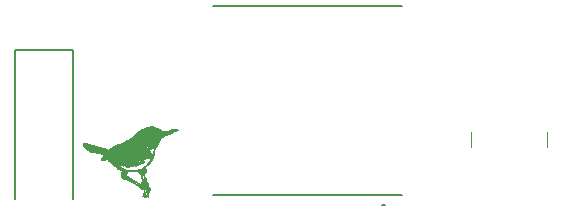
<source format=gto>
G04*
G04 #@! TF.GenerationSoftware,Altium Limited,Altium Designer,19.1.5 (86)*
G04*
G04 Layer_Color=65535*
%FSLAX25Y25*%
%MOIN*%
G70*
G01*
G75*
%ADD10C,0.00787*%
%ADD11C,0.00040*%
%ADD12C,0.00500*%
%ADD13C,0.00394*%
D10*
X125067Y2252D02*
X124279D01*
X125067D01*
X1673Y4193D02*
Y53799D01*
X21161D01*
Y4193D02*
Y53799D01*
D11*
X24638Y22812D02*
X24715Y22833D01*
X24378Y22701D02*
X24842Y22825D01*
X24880Y22836D02*
X25035Y22877D01*
X24388Y22662D02*
X25045Y22839D01*
X24399Y22624D02*
X25094Y22810D01*
X24409Y22585D02*
X25220Y22803D01*
X24497Y22567D02*
X25308Y22785D01*
X24507Y22529D02*
X25357Y22756D01*
X24440Y22469D02*
X25445Y22738D01*
X24412Y22420D02*
X25532Y22720D01*
X46087Y28228D02*
X46164Y28249D01*
X46358Y28301D02*
X46512Y28342D01*
X24422Y22382D02*
X25659Y22713D01*
X45248Y27962D02*
X45402Y28003D01*
X45518Y28034D02*
X45750Y28096D01*
X45788Y28107D02*
X46561Y28314D01*
X46754Y28366D02*
X46986Y28428D01*
X24471Y22353D02*
X25708Y22685D01*
X45219Y27913D02*
X45451Y27975D01*
X45490Y27985D02*
X46378Y28223D01*
X46417Y28234D02*
X46610Y28286D01*
X46726Y28317D02*
X47035Y28399D01*
X47190Y28441D02*
X47228Y28451D01*
X24520Y22325D02*
X25795Y22667D01*
X44805Y27760D02*
X44882Y27781D01*
X44998Y27812D02*
X45191Y27864D01*
X45230Y27874D02*
X46621Y28247D01*
X46659Y28257D02*
X47045Y28361D01*
X47161Y28392D02*
X47316Y28433D01*
X24453Y22266D02*
X24762Y22349D01*
X24801Y22359D02*
X25921Y22659D01*
X44815Y27722D02*
X46631Y28208D01*
X46670Y28219D02*
X47056Y28322D01*
X47172Y28353D02*
X47404Y28415D01*
X24425Y22217D02*
X24811Y22320D01*
X24927Y22351D02*
X25970Y22631D01*
X44825Y27683D02*
X45289Y27807D01*
X45328Y27818D02*
X45714Y27921D01*
X45791Y27942D02*
X46178Y28045D01*
X46255Y28066D02*
X47028Y28273D01*
X47182Y28315D02*
X47453Y28387D01*
X24474Y22188D02*
X26135Y22634D01*
X43870Y27386D02*
X44063Y27437D01*
X44295Y27499D02*
X45377Y27789D01*
X45415Y27800D02*
X46227Y28017D01*
X46265Y28027D02*
X47077Y28245D01*
X47192Y28276D02*
X47618Y28390D01*
X24523Y22160D02*
X26146Y22595D01*
X43880Y27347D02*
X44112Y27409D01*
X44305Y27461D02*
X44846Y27606D01*
X44923Y27626D02*
X45387Y27751D01*
X45464Y27771D02*
X46044Y27927D01*
X46082Y27937D02*
X46275Y27989D01*
X46353Y28010D02*
X46430Y28030D01*
X46469Y28041D02*
X46855Y28144D01*
X46932Y28165D02*
X47126Y28217D01*
X47203Y28237D02*
X47666Y28361D01*
X24533Y22122D02*
X26195Y22567D01*
X43852Y27298D02*
X44161Y27381D01*
X44315Y27422D02*
X44895Y27577D01*
X44934Y27588D02*
X45397Y27712D01*
X45474Y27733D02*
X45861Y27836D01*
X45938Y27857D02*
X46054Y27888D01*
X46093Y27898D02*
X46286Y27950D01*
X46363Y27971D02*
X46440Y27992D01*
X46479Y28002D02*
X47677Y28323D01*
X24544Y22083D02*
X26321Y22559D01*
X43862Y27259D02*
X44905Y27539D01*
X44944Y27549D02*
X45060Y27580D01*
X45099Y27591D02*
X45214Y27622D01*
X45253Y27632D02*
X45833Y27787D01*
X45910Y27808D02*
X47069Y28119D01*
X47108Y28129D02*
X47803Y28315D01*
X24515Y22034D02*
X26370Y22531D01*
X43872Y27221D02*
X44684Y27438D01*
X44761Y27459D02*
X44916Y27500D01*
X45302Y27604D02*
X45688Y27707D01*
X45882Y27759D02*
X46113Y27821D01*
X46191Y27842D02*
X46538Y27935D01*
X46616Y27956D02*
X46770Y27997D01*
X46848Y28018D02*
X46886Y28028D01*
X46925Y28038D02*
X47079Y28080D01*
X47118Y28090D02*
X47273Y28132D01*
X47350Y28152D02*
X47852Y28287D01*
X24564Y22006D02*
X25067Y22140D01*
X25105Y22151D02*
X25221Y22182D01*
X25376Y22223D02*
X26458Y22513D01*
X43380Y27047D02*
X44733Y27410D01*
X44810Y27430D02*
X45737Y27679D01*
X45776Y27689D02*
X46587Y27907D01*
X46626Y27917D02*
X46781Y27959D01*
X46935Y28000D02*
X47090Y28041D01*
X47128Y28052D02*
X47515Y28155D01*
X47553Y28166D02*
X47901Y28259D01*
X24652Y21988D02*
X25154Y22122D01*
X25541Y22226D02*
X26545Y22495D01*
X43352Y26998D02*
X44782Y27382D01*
X44936Y27423D02*
X45748Y27640D01*
X45786Y27651D02*
X46289Y27785D01*
X46443Y27827D02*
X46598Y27868D01*
X46752Y27909D02*
X46868Y27941D01*
X46946Y27961D02*
X47100Y28003D01*
X47177Y28023D02*
X47525Y28117D01*
X47564Y28127D02*
X47950Y28230D01*
X24624Y21939D02*
X25242Y22104D01*
X25358Y22135D02*
X26594Y22467D01*
X43363Y26960D02*
X44019Y27136D01*
X44058Y27146D02*
X44831Y27353D01*
X45024Y27405D02*
X45372Y27498D01*
X45410Y27509D02*
X45565Y27550D01*
X45604Y27560D02*
X45758Y27602D01*
X45797Y27612D02*
X45990Y27664D01*
X46106Y27695D02*
X46338Y27757D01*
X46454Y27788D02*
X46608Y27830D01*
X46724Y27861D02*
X46879Y27902D01*
X46956Y27923D02*
X47110Y27964D01*
X47149Y27974D02*
X47729Y28130D01*
X47767Y28140D02*
X47999Y28202D01*
X24595Y21890D02*
X26720Y22459D01*
X43450Y26942D02*
X45768Y27563D01*
X45846Y27584D02*
X46000Y27625D01*
X46116Y27656D02*
X46619Y27791D01*
X46773Y27832D02*
X47353Y27988D01*
X47391Y27998D02*
X48125Y28195D01*
X24606Y21851D02*
X26769Y22431D01*
X43036Y26789D02*
X43422Y26893D01*
X43461Y26903D02*
X45818Y27535D01*
X45933Y27566D02*
X46088Y27607D01*
X46126Y27618D02*
X46629Y27752D01*
X46783Y27794D02*
X47054Y27866D01*
X47093Y27876D02*
X47363Y27949D01*
X47556Y28001D02*
X47672Y28032D01*
X47749Y28052D02*
X48174Y28166D01*
X24655Y21823D02*
X24964Y21906D01*
X25002Y21916D02*
X25466Y22040D01*
X25698Y22102D02*
X26857Y22413D01*
X43007Y26740D02*
X44746Y27206D01*
X44785Y27217D02*
X44901Y27248D01*
X44939Y27258D02*
X45210Y27330D01*
X45287Y27351D02*
X45441Y27393D01*
X45519Y27413D02*
X45635Y27444D01*
X45712Y27465D02*
X45905Y27517D01*
X45982Y27538D02*
X46291Y27620D01*
X46330Y27631D02*
X46523Y27683D01*
X46562Y27693D02*
X46716Y27734D01*
X46794Y27755D02*
X47412Y27921D01*
X47489Y27941D02*
X47682Y27993D01*
X47760Y28014D02*
X48223Y28138D01*
X24704Y21794D02*
X24974Y21867D01*
X25090Y21898D02*
X25476Y22002D01*
X26056Y22157D02*
X26906Y22385D01*
X42979Y26691D02*
X44718Y27157D01*
X44988Y27230D02*
X45065Y27250D01*
X45181Y27281D02*
X45220Y27292D01*
X45297Y27312D02*
X45413Y27344D01*
X45761Y27437D02*
X45915Y27478D01*
X45954Y27488D02*
X46186Y27551D01*
X46379Y27602D02*
X46456Y27623D01*
X46572Y27654D02*
X46727Y27696D01*
X46843Y27727D02*
X47422Y27882D01*
X47499Y27903D02*
X47731Y27965D01*
X47770Y27975D02*
X48272Y28110D01*
X24830Y21787D02*
X25062Y21849D01*
X25139Y21870D02*
X25525Y21973D01*
X26105Y22129D02*
X26955Y22356D01*
X42989Y26653D02*
X44612Y27088D01*
X44805Y27139D02*
X45037Y27201D01*
X45308Y27274D02*
X45346Y27284D01*
X45423Y27305D02*
X45539Y27336D01*
X45733Y27388D02*
X46196Y27512D01*
X46428Y27574D02*
X46505Y27595D01*
X46583Y27616D02*
X46737Y27657D01*
X46853Y27688D02*
X47471Y27854D01*
X47510Y27864D02*
X47858Y27957D01*
X48012Y27999D02*
X48321Y28081D01*
X24840Y21748D02*
X25149Y21831D01*
X25188Y21842D02*
X25806Y22007D01*
X26154Y22100D02*
X27043Y22338D01*
X42768Y26552D02*
X45395Y27256D01*
X45434Y27266D02*
X45627Y27318D01*
X45666Y27328D02*
X46284Y27494D01*
X46400Y27525D02*
X46554Y27567D01*
X46593Y27577D02*
X47095Y27711D01*
X47172Y27732D02*
X47868Y27919D01*
X47945Y27939D02*
X48409Y28063D01*
X24889Y21720D02*
X25508Y21886D01*
X25546Y21896D02*
X25817Y21969D01*
X26010Y22020D02*
X26164Y22062D01*
X26280Y22093D02*
X27169Y22331D01*
X42662Y26482D02*
X46371Y27476D01*
X46410Y27487D02*
X46912Y27621D01*
X46990Y27642D02*
X47221Y27704D01*
X47299Y27725D02*
X47917Y27890D01*
X47956Y27901D02*
X48496Y28046D01*
X24938Y21692D02*
X25325Y21795D01*
X25943Y21961D02*
X27179Y22292D01*
X42634Y26433D02*
X42789Y26475D01*
X42904Y26506D02*
X44836Y27023D01*
X44914Y27044D02*
X44952Y27055D01*
X44991Y27065D02*
X45493Y27199D01*
X45570Y27220D02*
X46150Y27375D01*
X46189Y27386D02*
X46382Y27437D01*
X46536Y27479D02*
X46923Y27582D01*
X46961Y27593D02*
X47695Y27790D01*
X47734Y27800D02*
X47927Y27852D01*
X47966Y27862D02*
X48120Y27903D01*
X48159Y27914D02*
X48546Y28017D01*
X24987Y21664D02*
X25528Y21808D01*
X26030Y21943D02*
X26185Y21984D01*
X26224Y21995D02*
X27267Y22274D01*
X42644Y26395D02*
X42799Y26436D01*
X42915Y26467D02*
X44847Y26985D01*
X45040Y27036D02*
X45504Y27161D01*
X45581Y27182D02*
X46160Y27337D01*
X46199Y27347D02*
X46392Y27399D01*
X46431Y27409D02*
X46701Y27482D01*
X46740Y27492D02*
X47706Y27751D01*
X47783Y27772D02*
X47938Y27813D01*
X48054Y27844D02*
X48633Y27999D01*
X25075Y21645D02*
X25693Y21811D01*
X26273Y21967D02*
X27354Y22256D01*
X42462Y26304D02*
X42500Y26315D01*
X42616Y26346D02*
X44123Y26749D01*
X44162Y26760D02*
X44664Y26894D01*
X44741Y26915D02*
X44896Y26956D01*
X45050Y26998D02*
X45243Y27050D01*
X45359Y27081D02*
X45514Y27122D01*
X45591Y27143D02*
X45784Y27195D01*
X45862Y27215D02*
X46016Y27257D01*
X46055Y27267D02*
X46171Y27298D01*
X46209Y27308D02*
X46905Y27495D01*
X46944Y27505D02*
X47716Y27712D01*
X47755Y27723D02*
X47948Y27774D01*
X48025Y27795D02*
X48721Y27981D01*
X25008Y21586D02*
X26051Y21866D01*
X26090Y21876D02*
X26206Y21907D01*
X26553Y22000D02*
X27442Y22238D01*
X42317Y26224D02*
X43979Y26669D01*
X44056Y26690D02*
X44945Y26928D01*
X45138Y26980D02*
X45177Y26990D01*
X45408Y27052D02*
X45524Y27084D01*
X45601Y27104D02*
X45795Y27156D01*
X45911Y27187D02*
X45988Y27208D01*
X46065Y27228D02*
X46220Y27270D01*
X46413Y27322D02*
X46799Y27425D01*
X46954Y27467D02*
X47147Y27518D01*
X47186Y27529D02*
X47418Y27591D01*
X47495Y27612D02*
X47688Y27663D01*
X47765Y27684D02*
X47920Y27725D01*
X47997Y27746D02*
X48229Y27808D01*
X48267Y27819D02*
X48770Y27953D01*
X25018Y21548D02*
X26448Y21931D01*
X26564Y21962D02*
X27530Y22220D01*
X42328Y26186D02*
X44955Y26890D01*
X44994Y26900D02*
X45844Y27128D01*
X46075Y27190D02*
X46230Y27231D01*
X46307Y27252D02*
X46346Y27262D01*
X46423Y27283D02*
X46926Y27418D01*
X46964Y27428D02*
X47157Y27480D01*
X47196Y27490D02*
X47466Y27562D01*
X47505Y27573D02*
X48201Y27759D01*
X48316Y27790D02*
X48896Y27946D01*
X24990Y21499D02*
X25608Y21664D01*
X25956Y21757D02*
X27579Y22192D01*
X42338Y26147D02*
X43188Y26375D01*
X43304Y26406D02*
X43768Y26530D01*
X43845Y26551D02*
X44965Y26851D01*
X45004Y26861D02*
X45893Y27099D01*
X46125Y27161D02*
X46202Y27182D01*
X46279Y27203D02*
X46434Y27244D01*
X46665Y27307D02*
X46936Y27379D01*
X47013Y27400D02*
X47515Y27534D01*
X47593Y27555D02*
X48172Y27710D01*
X48327Y27752D02*
X48945Y27917D01*
X25000Y21460D02*
X25310Y21543D01*
X25348Y21553D02*
X25696Y21646D01*
X26044Y21739D02*
X26160Y21770D01*
X26237Y21791D02*
X27628Y22164D01*
X42232Y26077D02*
X42310Y26098D01*
X42348Y26108D02*
X43121Y26315D01*
X43276Y26357D02*
X43701Y26471D01*
X43778Y26491D02*
X44937Y26802D01*
X45014Y26823D02*
X45826Y27040D01*
X45942Y27071D02*
X46096Y27112D01*
X46251Y27154D02*
X46444Y27206D01*
X46560Y27237D02*
X47564Y27506D01*
X47603Y27516D02*
X48260Y27692D01*
X48337Y27713D02*
X48955Y27879D01*
X25011Y21421D02*
X25320Y21504D01*
X25359Y21515D02*
X25784Y21628D01*
X26518Y21825D02*
X27715Y22146D01*
X42166Y26018D02*
X43672Y26422D01*
X43711Y26432D02*
X44638Y26680D01*
X44716Y26701D02*
X44832Y26732D01*
X45025Y26784D02*
X46107Y27074D01*
X46261Y27115D02*
X46454Y27167D01*
X46570Y27198D02*
X48309Y27664D01*
X48347Y27674D02*
X48502Y27716D01*
X48541Y27726D02*
X49004Y27850D01*
X25060Y21393D02*
X25292Y21455D01*
X25369Y21476D02*
X25833Y21600D01*
X27030Y21921D02*
X27764Y22118D01*
X42176Y25979D02*
X43026Y26207D01*
X43103Y26228D02*
X43412Y26311D01*
X43644Y26373D02*
X43992Y26466D01*
X44108Y26497D02*
X44417Y26580D01*
X44649Y26642D02*
X44881Y26704D01*
X44958Y26725D02*
X45074Y26756D01*
X45731Y26932D02*
X46117Y27035D01*
X46271Y27077D02*
X46426Y27118D01*
X46581Y27160D02*
X46735Y27201D01*
X46928Y27253D02*
X47353Y27367D01*
X47392Y27377D02*
X47778Y27480D01*
X47817Y27491D02*
X48319Y27625D01*
X48551Y27687D02*
X48706Y27729D01*
X48744Y27739D02*
X49092Y27832D01*
X25070Y21354D02*
X25341Y21427D01*
X25418Y21448D02*
X26461Y21727D01*
X27079Y21893D02*
X27891Y22110D01*
X42070Y25910D02*
X45123Y26727D01*
X45277Y26769D02*
X46243Y27028D01*
X46282Y27038D02*
X46436Y27079D01*
X46475Y27090D02*
X48330Y27587D01*
X48368Y27597D02*
X48523Y27639D01*
X48561Y27649D02*
X48716Y27690D01*
X48755Y27701D02*
X49218Y27825D01*
X25158Y21336D02*
X25351Y21388D01*
X25583Y21450D02*
X26510Y21699D01*
X27167Y21875D02*
X27901Y22072D01*
X42081Y25871D02*
X42892Y26088D01*
X42931Y26099D02*
X43240Y26182D01*
X43394Y26223D02*
X43819Y26337D01*
X43974Y26378D02*
X44322Y26471D01*
X44438Y26502D02*
X45172Y26699D01*
X45249Y26720D02*
X46254Y26989D01*
X46292Y26999D02*
X46447Y27041D01*
X46485Y27051D02*
X46679Y27103D01*
X46717Y27113D02*
X48340Y27548D01*
X48379Y27558D02*
X48726Y27652D01*
X48804Y27672D02*
X49267Y27797D01*
X25168Y21298D02*
X25400Y21360D01*
X25593Y21412D02*
X26984Y21784D01*
X27023Y21795D02*
X27950Y22043D01*
X42014Y25812D02*
X43173Y26122D01*
X43289Y26153D02*
X44332Y26433D01*
X44371Y26443D02*
X45221Y26671D01*
X45259Y26681D02*
X45916Y26857D01*
X45955Y26868D02*
X45994Y26878D01*
X46071Y26899D02*
X46264Y26950D01*
X46303Y26961D02*
X46457Y27002D01*
X46496Y27013D02*
X46689Y27064D01*
X46728Y27075D02*
X47539Y27292D01*
X47578Y27302D02*
X48544Y27561D01*
X48659Y27592D02*
X48737Y27613D01*
X48853Y27644D02*
X48891Y27654D01*
X48968Y27675D02*
X49278Y27758D01*
X25178Y21259D02*
X25488Y21342D01*
X25565Y21363D02*
X26724Y21673D01*
X26763Y21684D02*
X28076Y22036D01*
X41870Y25732D02*
X46004Y26839D01*
X46120Y26870D02*
X47511Y27243D01*
X47588Y27264D02*
X48554Y27523D01*
X48592Y27533D02*
X48824Y27595D01*
X48979Y27637D02*
X49365Y27740D01*
X25227Y21231D02*
X26271Y21510D01*
X26425Y21552D02*
X26502Y21573D01*
X26812Y21655D02*
X28125Y22007D01*
X41841Y25683D02*
X43039Y26004D01*
X43155Y26035D02*
X43657Y26169D01*
X43773Y26200D02*
X44121Y26293D01*
X44237Y26324D02*
X44623Y26428D01*
X44932Y26511D02*
X45589Y26687D01*
X45744Y26728D02*
X46053Y26811D01*
X46285Y26873D02*
X46594Y26956D01*
X46632Y26966D02*
X46903Y27039D01*
X46941Y27049D02*
X46980Y27060D01*
X47057Y27080D02*
X47521Y27204D01*
X47598Y27225D02*
X47830Y27287D01*
X47869Y27298D02*
X48255Y27401D01*
X48332Y27422D02*
X48564Y27484D01*
X48603Y27494D02*
X48873Y27567D01*
X48912Y27577D02*
X49376Y27701D01*
X25276Y21203D02*
X25701Y21317D01*
X25740Y21327D02*
X26822Y21617D01*
X26938Y21648D02*
X28251Y22000D01*
X41697Y25602D02*
X42625Y25851D01*
X42663Y25861D02*
X43011Y25954D01*
X43049Y25965D02*
X43513Y26089D01*
X43552Y26100D02*
X44904Y26462D01*
X44981Y26482D02*
X45329Y26576D01*
X45368Y26586D02*
X45561Y26638D01*
X45793Y26700D02*
X46218Y26814D01*
X46256Y26824D02*
X46836Y26979D01*
X46874Y26990D02*
X47531Y27166D01*
X47570Y27176D02*
X49463Y27683D01*
X25364Y21185D02*
X25905Y21330D01*
X25944Y21340D02*
X26832Y21578D01*
X27528Y21764D02*
X28262Y21961D01*
X41708Y25564D02*
X42596Y25802D01*
X42635Y25812D02*
X42905Y25885D01*
X43021Y25916D02*
X43369Y26009D01*
X43523Y26050D02*
X44412Y26289D01*
X44528Y26320D02*
X44914Y26423D01*
X45378Y26547D02*
X45533Y26589D01*
X45649Y26620D02*
X45687Y26630D01*
X45880Y26682D02*
X46228Y26775D01*
X46267Y26785D02*
X46421Y26827D01*
X46460Y26837D02*
X46769Y26920D01*
X46885Y26951D02*
X47155Y27024D01*
X47194Y27034D02*
X47542Y27127D01*
X47619Y27148D02*
X48392Y27355D01*
X48469Y27376D02*
X49512Y27655D01*
X25413Y21156D02*
X26456Y21436D01*
X26572Y21467D02*
X27113Y21612D01*
X27577Y21736D02*
X28311Y21933D01*
X41641Y25504D02*
X42606Y25763D01*
X42645Y25774D02*
X42877Y25836D01*
X42954Y25857D02*
X43302Y25950D01*
X43457Y25991D02*
X43843Y26095D01*
X43920Y26115D02*
X44306Y26219D01*
X44423Y26250D02*
X44963Y26395D01*
X45466Y26529D02*
X45736Y26602D01*
X45929Y26654D02*
X46238Y26737D01*
X46277Y26747D02*
X46432Y26788D01*
X46586Y26830D02*
X46779Y26882D01*
X46857Y26902D02*
X47166Y26985D01*
X47204Y26995D02*
X47552Y27088D01*
X47629Y27109D02*
X47784Y27151D01*
X47822Y27161D02*
X48402Y27316D01*
X48479Y27337D02*
X49523Y27617D01*
X25462Y21128D02*
X28437Y21925D01*
X41535Y25435D02*
X42849Y25787D01*
X42887Y25797D02*
X44278Y26170D01*
X44317Y26180D02*
X44935Y26346D01*
X45012Y26367D02*
X45283Y26439D01*
X45322Y26449D02*
X45360Y26460D01*
X45437Y26480D02*
X45978Y26625D01*
X46056Y26646D02*
X46249Y26698D01*
X46287Y26708D02*
X46442Y26750D01*
X46597Y26791D02*
X47176Y26946D01*
X47215Y26957D02*
X47369Y26998D01*
X47408Y27009D02*
X47987Y27164D01*
X48026Y27174D02*
X48490Y27298D01*
X48528Y27309D02*
X49069Y27454D01*
X49185Y27485D02*
X49610Y27599D01*
X25511Y21100D02*
X26632Y21400D01*
X26786Y21441D02*
X28525Y21907D01*
X41468Y25376D02*
X42820Y25738D01*
X42898Y25759D02*
X43168Y25831D01*
X43284Y25862D02*
X44095Y26079D01*
X44173Y26100D02*
X44791Y26266D01*
X44829Y26276D02*
X45409Y26432D01*
X45448Y26442D02*
X45989Y26587D01*
X46143Y26628D02*
X46259Y26659D01*
X46452Y26711D02*
X46568Y26742D01*
X46646Y26763D02*
X47186Y26908D01*
X47225Y26918D02*
X47380Y26959D01*
X47418Y26970D02*
X47959Y27115D01*
X48075Y27146D02*
X48500Y27260D01*
X48539Y27270D02*
X48925Y27374D01*
X48964Y27384D02*
X49041Y27405D01*
X49196Y27446D02*
X49350Y27487D01*
X49389Y27498D02*
X49659Y27570D01*
X25599Y21082D02*
X28612Y21889D01*
X41401Y25316D02*
X42638Y25647D01*
X42715Y25668D02*
X42869Y25710D01*
X42908Y25720D02*
X43101Y25772D01*
X43178Y25792D02*
X43604Y25906D01*
X43681Y25927D02*
X44106Y26041D01*
X44144Y26051D02*
X44724Y26206D01*
X44763Y26217D02*
X45458Y26403D01*
X45497Y26414D02*
X45767Y26486D01*
X45883Y26517D02*
X46076Y26569D01*
X46115Y26579D02*
X46347Y26641D01*
X46385Y26652D02*
X46926Y26797D01*
X47004Y26817D02*
X47158Y26859D01*
X47274Y26890D02*
X47390Y26921D01*
X47429Y26931D02*
X47583Y26973D01*
X47622Y26983D02*
X48124Y27117D01*
X48163Y27128D02*
X48472Y27211D01*
X48549Y27231D02*
X49322Y27439D01*
X49399Y27459D02*
X49785Y27563D01*
X25609Y21043D02*
X26034Y21157D01*
X26227Y21209D02*
X28661Y21861D01*
X41373Y25267D02*
X41721Y25360D01*
X41759Y25371D02*
X42262Y25505D01*
X42300Y25516D02*
X42571Y25588D01*
X42687Y25619D02*
X42880Y25671D01*
X42918Y25681D02*
X43073Y25723D01*
X43150Y25743D02*
X43537Y25847D01*
X43652Y25878D02*
X44116Y26002D01*
X44155Y26013D02*
X44618Y26137D01*
X44773Y26178D02*
X45237Y26302D01*
X45275Y26313D02*
X45700Y26427D01*
X45893Y26478D02*
X46087Y26530D01*
X46125Y26541D02*
X46357Y26603D01*
X46396Y26613D02*
X46859Y26737D01*
X47014Y26779D02*
X47168Y26820D01*
X47246Y26841D02*
X47400Y26882D01*
X47439Y26893D02*
X47594Y26934D01*
X47632Y26944D02*
X48443Y27162D01*
X48521Y27182D02*
X49294Y27389D01*
X49409Y27420D02*
X49834Y27534D01*
X25619Y21005D02*
X26083Y21129D01*
X26237Y21170D02*
X28710Y21833D01*
X41267Y25197D02*
X43083Y25684D01*
X43122Y25694D02*
X43470Y25788D01*
X43624Y25829D02*
X44126Y25964D01*
X44204Y25984D02*
X44629Y26098D01*
X44667Y26109D02*
X45247Y26264D01*
X45286Y26274D02*
X45711Y26388D01*
X45904Y26440D02*
X46097Y26492D01*
X46136Y26502D02*
X46329Y26554D01*
X46406Y26574D02*
X46870Y26699D01*
X47024Y26740D02*
X47604Y26895D01*
X47720Y26926D02*
X48454Y27123D01*
X48531Y27144D02*
X49343Y27361D01*
X49420Y27382D02*
X49883Y27506D01*
X25630Y20966D02*
X28798Y21815D01*
X41162Y25128D02*
X45682Y26339D01*
X45760Y26360D02*
X46069Y26443D01*
X46185Y26474D02*
X46301Y26505D01*
X46455Y26546D02*
X46648Y26598D01*
X46687Y26608D02*
X46880Y26660D01*
X46919Y26670D02*
X47421Y26805D01*
X47498Y26826D02*
X47653Y26867D01*
X47691Y26877D02*
X48657Y27136D01*
X48696Y27147D02*
X49894Y27468D01*
X25679Y20938D02*
X27108Y21321D01*
X27495Y21424D02*
X28924Y21807D01*
X41056Y25058D02*
X42834Y25534D01*
X42872Y25545D02*
X43799Y25793D01*
X43993Y25845D02*
X44959Y26104D01*
X44997Y26114D02*
X45345Y26207D01*
X45461Y26238D02*
X45963Y26373D01*
X46195Y26435D02*
X46349Y26476D01*
X46427Y26497D02*
X46581Y26539D01*
X46697Y26570D02*
X47084Y26673D01*
X47199Y26704D02*
X47431Y26766D01*
X47509Y26787D02*
X49170Y27232D01*
X49247Y27253D02*
X49904Y27429D01*
X25728Y20909D02*
X27235Y21313D01*
X28007Y21520D02*
X28973Y21779D01*
X41028Y25009D02*
X42303Y25351D01*
X42458Y25392D02*
X42805Y25485D01*
X42882Y25506D02*
X43192Y25589D01*
X43269Y25610D02*
X43655Y25713D01*
X43887Y25775D02*
X44467Y25931D01*
X44621Y25972D02*
X44737Y26003D01*
X44969Y26065D02*
X45162Y26117D01*
X45239Y26138D02*
X45394Y26179D01*
X45510Y26210D02*
X45974Y26334D01*
X46167Y26386D02*
X46398Y26448D01*
X46437Y26458D02*
X46630Y26510D01*
X46669Y26521D02*
X46862Y26572D01*
X46901Y26583D02*
X47133Y26645D01*
X47171Y26655D02*
X47364Y26707D01*
X47480Y26738D02*
X47712Y26800D01*
X47828Y26831D02*
X48060Y26893D01*
X48098Y26904D02*
X48330Y26966D01*
X48408Y26987D02*
X48871Y27111D01*
X48948Y27131D02*
X49219Y27204D01*
X49258Y27214D02*
X49915Y27390D01*
X25738Y20871D02*
X27322Y21295D01*
X27399Y21316D02*
X28984Y21740D01*
X41000Y24960D02*
X42197Y25281D01*
X42391Y25333D02*
X42777Y25436D01*
X42854Y25457D02*
X43627Y25664D01*
X43820Y25716D02*
X44438Y25881D01*
X44593Y25923D02*
X45134Y26068D01*
X45250Y26099D02*
X45791Y26244D01*
X45829Y26254D02*
X45984Y26296D01*
X46022Y26306D02*
X46138Y26337D01*
X46177Y26347D02*
X46409Y26410D01*
X46448Y26420D02*
X46602Y26461D01*
X46718Y26492D02*
X46872Y26534D01*
X46950Y26554D02*
X47143Y26606D01*
X47182Y26616D02*
X47375Y26668D01*
X47529Y26710D02*
X47723Y26761D01*
X47838Y26792D02*
X48379Y26937D01*
X48418Y26948D02*
X48882Y27072D01*
X48959Y27093D02*
X50041Y27383D01*
X25787Y20843D02*
X29110Y21733D01*
X40894Y24890D02*
X42169Y25232D01*
X42362Y25284D02*
X43135Y25491D01*
X43174Y25501D02*
X43560Y25605D01*
X43715Y25646D02*
X44449Y25843D01*
X44487Y25853D02*
X45144Y26029D01*
X45376Y26091D02*
X45762Y26195D01*
X45840Y26216D02*
X46612Y26423D01*
X46728Y26454D02*
X46883Y26495D01*
X46999Y26526D02*
X47385Y26630D01*
X47540Y26671D02*
X47733Y26723D01*
X47849Y26754D02*
X48583Y26951D01*
X48621Y26961D02*
X48815Y27013D01*
X48853Y27023D02*
X50051Y27344D01*
X25797Y20804D02*
X26686Y21042D01*
X26725Y21052D02*
X29159Y21704D01*
X40827Y24831D02*
X42141Y25183D01*
X42295Y25225D02*
X42952Y25401D01*
X42991Y25411D02*
X43145Y25452D01*
X43184Y25463D02*
X43455Y25535D01*
X43493Y25545D02*
X43648Y25587D01*
X43686Y25597D02*
X44343Y25773D01*
X44382Y25784D02*
X45232Y26011D01*
X45386Y26053D02*
X45734Y26146D01*
X45773Y26156D02*
X46391Y26322D01*
X46507Y26353D02*
X46661Y26394D01*
X46700Y26405D02*
X46932Y26467D01*
X47086Y26508D02*
X47241Y26550D01*
X47280Y26560D02*
X47396Y26591D01*
X47511Y26622D02*
X47820Y26705D01*
X47898Y26726D02*
X48014Y26757D01*
X48130Y26788D02*
X48168Y26798D01*
X48245Y26819D02*
X48593Y26912D01*
X48632Y26922D02*
X48825Y26974D01*
X48864Y26984D02*
X49636Y27191D01*
X49752Y27223D02*
X50061Y27305D01*
X25846Y20776D02*
X27856Y21314D01*
X27894Y21324D02*
X28203Y21407D01*
X28242Y21417D02*
X29324Y21707D01*
X40760Y24772D02*
X43079Y25393D01*
X43156Y25414D02*
X43388Y25476D01*
X43503Y25507D02*
X44006Y25641D01*
X44044Y25652D02*
X44160Y25683D01*
X44238Y25703D02*
X45358Y26004D01*
X45435Y26024D02*
X45667Y26087D01*
X45783Y26118D02*
X46401Y26283D01*
X46556Y26325D02*
X46942Y26428D01*
X47097Y26470D02*
X47251Y26511D01*
X47329Y26532D02*
X47947Y26697D01*
X48024Y26718D02*
X49029Y26987D01*
X49067Y26998D02*
X49763Y27184D01*
X49801Y27194D02*
X50226Y27308D01*
X25895Y20747D02*
X27866Y21275D01*
X28561Y21462D02*
X29334Y21669D01*
X40693Y24712D02*
X41582Y24950D01*
X41698Y24982D02*
X41814Y25013D01*
X41852Y25023D02*
X42432Y25178D01*
X42471Y25189D02*
X42587Y25220D01*
X42741Y25261D02*
X42780Y25271D01*
X42857Y25292D02*
X43089Y25354D01*
X43166Y25375D02*
X43321Y25416D01*
X43514Y25468D02*
X43977Y25592D01*
X44248Y25665D02*
X44634Y25768D01*
X44750Y25799D02*
X44866Y25831D01*
X44943Y25851D02*
X45407Y25975D01*
X45484Y25996D02*
X45562Y26017D01*
X45755Y26069D02*
X46025Y26141D01*
X46218Y26193D02*
X46412Y26245D01*
X46605Y26296D02*
X46759Y26338D01*
X46837Y26359D02*
X46875Y26369D01*
X46914Y26379D02*
X47069Y26421D01*
X47107Y26431D02*
X47184Y26452D01*
X47300Y26483D02*
X47648Y26576D01*
X47725Y26597D02*
X47957Y26659D01*
X48034Y26679D02*
X48305Y26752D01*
X48344Y26762D02*
X48421Y26783D01*
X48537Y26814D02*
X49039Y26949D01*
X49078Y26959D02*
X49116Y26969D01*
X49271Y27011D02*
X49773Y27145D01*
X49812Y27156D02*
X50275Y27280D01*
X25906Y20709D02*
X27876Y21237D01*
X28610Y21433D02*
X29460Y21661D01*
X40665Y24663D02*
X41515Y24891D01*
X41670Y24933D02*
X42404Y25129D01*
X42674Y25202D02*
X42829Y25243D01*
X42906Y25264D02*
X43099Y25316D01*
X43176Y25336D02*
X43331Y25378D01*
X43370Y25388D02*
X43486Y25419D01*
X43563Y25440D02*
X43795Y25502D01*
X43833Y25512D02*
X44026Y25564D01*
X44220Y25616D02*
X44683Y25740D01*
X44761Y25761D02*
X44877Y25792D01*
X44954Y25813D02*
X45108Y25854D01*
X45147Y25864D02*
X45417Y25937D01*
X45456Y25947D02*
X45611Y25989D01*
X45688Y26009D02*
X45842Y26051D01*
X45881Y26061D02*
X46036Y26102D01*
X46267Y26164D02*
X46422Y26206D01*
X46615Y26258D02*
X46808Y26309D01*
X46924Y26340D02*
X47272Y26434D01*
X47349Y26454D02*
X47736Y26558D01*
X47774Y26568D02*
X48006Y26630D01*
X48045Y26641D02*
X48315Y26713D01*
X48586Y26786D02*
X49165Y26941D01*
X49242Y26962D02*
X49783Y27107D01*
X49822Y27117D02*
X49977Y27158D01*
X50015Y27169D02*
X50324Y27252D01*
X25916Y20670D02*
X28041Y21239D01*
X28157Y21270D02*
X29548Y21643D01*
X40560Y24594D02*
X41525Y24852D01*
X41564Y24863D02*
X42375Y25080D01*
X42414Y25091D02*
X42530Y25122D01*
X42646Y25153D02*
X42878Y25215D01*
X42916Y25225D02*
X43110Y25277D01*
X43187Y25298D02*
X43496Y25381D01*
X43612Y25412D02*
X43805Y25463D01*
X43844Y25474D02*
X44114Y25546D01*
X44230Y25577D02*
X44732Y25712D01*
X44771Y25722D02*
X44848Y25743D01*
X44887Y25753D02*
X45080Y25805D01*
X45157Y25826D02*
X45621Y25950D01*
X45698Y25971D02*
X46046Y26064D01*
X46085Y26074D02*
X46471Y26178D01*
X46548Y26198D02*
X46857Y26281D01*
X46935Y26302D02*
X47282Y26395D01*
X47360Y26416D02*
X47746Y26519D01*
X47785Y26530D02*
X48016Y26592D01*
X48055Y26602D02*
X48325Y26675D01*
X48519Y26726D02*
X49987Y27120D01*
X50026Y27130D02*
X50373Y27223D01*
X26042Y20662D02*
X27124Y20952D01*
X27317Y21004D02*
X29597Y21615D01*
X40493Y24534D02*
X41072Y24690D01*
X41149Y24710D02*
X41265Y24741D01*
X41381Y24772D02*
X42154Y24980D01*
X42193Y24990D02*
X42309Y25021D01*
X42424Y25052D02*
X42579Y25093D01*
X42618Y25104D02*
X43004Y25207D01*
X43197Y25259D02*
X43313Y25290D01*
X43352Y25300D02*
X43545Y25352D01*
X43622Y25373D02*
X43815Y25425D01*
X43893Y25445D02*
X44163Y25518D01*
X44550Y25621D02*
X44743Y25673D01*
X44897Y25715D02*
X45013Y25746D01*
X45322Y25828D02*
X45631Y25911D01*
X45670Y25922D02*
X46056Y26025D01*
X46095Y26035D02*
X46481Y26139D01*
X46520Y26149D02*
X46906Y26253D01*
X46945Y26263D02*
X47293Y26356D01*
X47370Y26377D02*
X47524Y26419D01*
X47602Y26439D02*
X47756Y26481D01*
X47872Y26512D02*
X47949Y26532D01*
X48104Y26574D02*
X48259Y26615D01*
X48490Y26677D02*
X48645Y26719D01*
X48722Y26739D02*
X48954Y26802D01*
X48993Y26812D02*
X49456Y26936D01*
X49534Y26957D02*
X49997Y27081D01*
X50036Y27092D02*
X50384Y27185D01*
X26091Y20634D02*
X26555Y20758D01*
X26671Y20789D02*
X29723Y21607D01*
X40271Y24434D02*
X42126Y24930D01*
X42203Y24951D02*
X42358Y24993D01*
X42435Y25013D02*
X42551Y25044D01*
X42667Y25076D02*
X43014Y25169D01*
X43130Y25200D02*
X43323Y25251D01*
X43362Y25262D02*
X43517Y25303D01*
X43633Y25334D02*
X43903Y25407D01*
X43942Y25417D02*
X44405Y25541D01*
X44560Y25583D02*
X44753Y25635D01*
X44908Y25676D02*
X45255Y25769D01*
X45333Y25790D02*
X45642Y25873D01*
X45680Y25883D02*
X46028Y25976D01*
X46105Y25997D02*
X46453Y26090D01*
X46530Y26111D02*
X46878Y26204D01*
X46994Y26235D02*
X48385Y26608D01*
X48423Y26618D02*
X50471Y27167D01*
X26179Y20616D02*
X26565Y20720D01*
X26681Y20751D02*
X28188Y21155D01*
X28497Y21237D02*
X29772Y21579D01*
X40243Y24385D02*
X42059Y24871D01*
X42175Y24902D02*
X42368Y24954D01*
X42445Y24975D02*
X42522Y24995D01*
X42638Y25027D02*
X43025Y25130D01*
X43141Y25161D02*
X43334Y25213D01*
X43643Y25296D02*
X43913Y25368D01*
X43991Y25389D02*
X44454Y25513D01*
X44609Y25554D02*
X44763Y25596D01*
X44956Y25648D02*
X45266Y25730D01*
X45382Y25762D02*
X45498Y25793D01*
X45729Y25855D02*
X45884Y25896D01*
X45922Y25907D02*
X46000Y25927D01*
X46116Y25958D02*
X46309Y26010D01*
X46386Y26031D02*
X46463Y26051D01*
X46541Y26072D02*
X46850Y26155D01*
X46966Y26186D02*
X47082Y26217D01*
X47197Y26248D02*
X47661Y26372D01*
X47700Y26383D02*
X48782Y26673D01*
X48859Y26693D02*
X49129Y26766D01*
X49207Y26787D02*
X49709Y26921D01*
X49747Y26931D02*
X50211Y27056D01*
X50250Y27066D02*
X50520Y27138D01*
X26189Y20578D02*
X28237Y21126D01*
X28276Y21137D02*
X28817Y21282D01*
X28932Y21313D02*
X29821Y21551D01*
X40137Y24315D02*
X40871Y24512D01*
X40910Y24522D02*
X41567Y24698D01*
X41605Y24708D02*
X41837Y24770D01*
X41915Y24791D02*
X42069Y24833D01*
X42146Y24853D02*
X42378Y24915D01*
X42456Y24936D02*
X42919Y25060D01*
X43112Y25112D02*
X43344Y25174D01*
X43615Y25247D02*
X44001Y25350D01*
X44117Y25381D02*
X44465Y25474D01*
X44542Y25495D02*
X44581Y25506D01*
X44658Y25526D02*
X44696Y25537D01*
X44735Y25547D02*
X44890Y25588D01*
X44967Y25609D02*
X45353Y25712D01*
X45469Y25744D02*
X45624Y25785D01*
X45740Y25816D02*
X45894Y25857D01*
X46087Y25909D02*
X46281Y25961D01*
X46358Y25982D02*
X46860Y26116D01*
X46976Y26147D02*
X47131Y26189D01*
X47169Y26199D02*
X47362Y26251D01*
X47440Y26272D02*
X48174Y26468D01*
X48251Y26489D02*
X48792Y26634D01*
X48869Y26655D02*
X49140Y26727D01*
X49217Y26748D02*
X49719Y26882D01*
X49758Y26893D02*
X50106Y26986D01*
X50144Y26996D02*
X50222Y27017D01*
X50260Y27027D02*
X50608Y27121D01*
X26200Y20539D02*
X29947Y21543D01*
X39954Y24225D02*
X41848Y24732D01*
X41925Y24753D02*
X42118Y24804D01*
X42157Y24815D02*
X42930Y25022D01*
X43161Y25084D02*
X43316Y25125D01*
X43548Y25187D02*
X44475Y25436D01*
X44514Y25446D02*
X44668Y25488D01*
X44745Y25508D02*
X44900Y25550D01*
X44939Y25560D02*
X45402Y25684D01*
X45441Y25695D02*
X45634Y25746D01*
X45750Y25777D02*
X45904Y25819D01*
X46059Y25860D02*
X46291Y25922D01*
X46368Y25943D02*
X46870Y26078D01*
X46948Y26098D02*
X47373Y26212D01*
X47450Y26233D02*
X49227Y26709D01*
X49266Y26719D02*
X50232Y26978D01*
X50270Y26989D02*
X50657Y27092D01*
X26210Y20500D02*
X29958Y21505D01*
X39849Y24155D02*
X40506Y24331D01*
X40853Y24424D02*
X41394Y24569D01*
X41549Y24610D02*
X41858Y24693D01*
X41897Y24703D02*
X42940Y24983D01*
X43172Y25045D02*
X43288Y25076D01*
X43519Y25138D02*
X43713Y25190D01*
X43867Y25232D02*
X44176Y25314D01*
X44369Y25366D02*
X44679Y25449D01*
X44717Y25459D02*
X44910Y25511D01*
X44949Y25521D02*
X45181Y25583D01*
X45258Y25604D02*
X45413Y25646D01*
X45451Y25656D02*
X45683Y25718D01*
X45760Y25739D02*
X46031Y25811D01*
X46069Y25822D02*
X46224Y25863D01*
X46340Y25894D02*
X46610Y25967D01*
X46688Y25987D02*
X46920Y26049D01*
X46958Y26060D02*
X47344Y26163D01*
X47460Y26194D02*
X48079Y26360D01*
X48117Y26370D02*
X48272Y26412D01*
X48310Y26422D02*
X48426Y26453D01*
X48465Y26463D02*
X48929Y26588D01*
X48967Y26598D02*
X49276Y26681D01*
X49354Y26702D02*
X49508Y26743D01*
X49585Y26764D02*
X50010Y26878D01*
X50088Y26898D02*
X50242Y26940D01*
X50281Y26950D02*
X50435Y26992D01*
X50474Y27002D02*
X50667Y27054D01*
X26220Y20462D02*
X30084Y21497D01*
X39666Y24064D02*
X40439Y24272D01*
X40477Y24282D02*
X40516Y24292D01*
X40632Y24323D02*
X41405Y24530D01*
X41443Y24541D02*
X42950Y24944D01*
X42989Y24955D02*
X43143Y24996D01*
X43221Y25017D02*
X43375Y25058D01*
X43491Y25089D02*
X43723Y25151D01*
X43955Y25214D02*
X44187Y25276D01*
X44302Y25307D02*
X44457Y25348D01*
X44496Y25359D02*
X44650Y25400D01*
X44766Y25431D02*
X44882Y25462D01*
X44959Y25483D02*
X45153Y25534D01*
X45268Y25566D02*
X45655Y25669D01*
X45732Y25690D02*
X45925Y25742D01*
X45964Y25752D02*
X46234Y25824D01*
X46389Y25866D02*
X46582Y25918D01*
X46659Y25938D02*
X46891Y26000D01*
X46968Y26021D02*
X47162Y26073D01*
X47200Y26083D02*
X47394Y26135D01*
X47432Y26145D02*
X47896Y26270D01*
X47934Y26280D02*
X48939Y26549D01*
X49016Y26570D02*
X49557Y26715D01*
X49634Y26735D02*
X50484Y26963D01*
X50523Y26974D02*
X50716Y27025D01*
X26231Y20423D02*
X27274Y20703D01*
X27312Y20713D02*
X30133Y21469D01*
X39483Y23974D02*
X42458Y24771D01*
X42613Y24813D02*
X43154Y24958D01*
X43231Y24978D02*
X43424Y25030D01*
X43501Y25051D02*
X43656Y25092D01*
X43695Y25102D02*
X43811Y25133D01*
X44042Y25196D02*
X44197Y25237D01*
X44313Y25268D02*
X44467Y25310D01*
X44506Y25320D02*
X44622Y25351D01*
X44931Y25434D02*
X45047Y25465D01*
X45279Y25527D02*
X45511Y25589D01*
X45742Y25651D02*
X45936Y25703D01*
X45974Y25713D02*
X46245Y25786D01*
X46399Y25827D02*
X46477Y25848D01*
X46631Y25889D02*
X46786Y25931D01*
X46940Y25972D02*
X47211Y26045D01*
X47326Y26076D02*
X48640Y26428D01*
X48679Y26438D02*
X48949Y26510D01*
X49027Y26531D02*
X49065Y26542D01*
X49143Y26562D02*
X49877Y26759D01*
X49992Y26790D02*
X50495Y26924D01*
X50533Y26935D02*
X50727Y26987D01*
X26241Y20384D02*
X27323Y20674D01*
X27400Y20695D02*
X27786Y20798D01*
X27941Y20840D02*
X30182Y21440D01*
X39455Y23925D02*
X41928Y24588D01*
X41966Y24598D02*
X42430Y24722D01*
X42623Y24774D02*
X43164Y24919D01*
X43241Y24940D02*
X43435Y24991D01*
X43512Y25012D02*
X43666Y25054D01*
X43705Y25064D02*
X43860Y25105D01*
X44053Y25157D02*
X44207Y25198D01*
X44285Y25219D02*
X44478Y25271D01*
X44555Y25292D02*
X44632Y25312D01*
X44941Y25395D02*
X45057Y25426D01*
X45250Y25478D02*
X45521Y25550D01*
X45637Y25581D02*
X45869Y25644D01*
X45985Y25675D02*
X46294Y25758D01*
X46371Y25778D02*
X46525Y25820D01*
X46641Y25851D02*
X46835Y25902D01*
X46951Y25934D02*
X48960Y26472D01*
X48998Y26482D02*
X49114Y26513D01*
X49230Y26544D02*
X49887Y26720D01*
X49964Y26741D02*
X50505Y26886D01*
X50544Y26896D02*
X50776Y26958D01*
X26290Y20356D02*
X30308Y21433D01*
X39233Y23824D02*
X41011Y24300D01*
X41049Y24311D02*
X41629Y24466D01*
X41706Y24487D02*
X42286Y24642D01*
X42324Y24653D02*
X43406Y24942D01*
X43522Y24973D02*
X43677Y25015D01*
X43715Y25025D02*
X43870Y25067D01*
X44102Y25129D02*
X44140Y25139D01*
X44295Y25181D02*
X44488Y25232D01*
X44836Y25325D02*
X45106Y25398D01*
X45184Y25419D02*
X45493Y25501D01*
X45570Y25522D02*
X46304Y25719D01*
X46381Y25739D02*
X47270Y25978D01*
X47347Y25998D02*
X50516Y26847D01*
X50554Y26858D02*
X50902Y26951D01*
X26339Y20328D02*
X26919Y20483D01*
X26996Y20504D02*
X28039Y20783D01*
X28078Y20794D02*
X28734Y20970D01*
X28773Y20980D02*
X30396Y21415D01*
X38973Y23713D02*
X39012Y23723D01*
X39051Y23734D02*
X41021Y24262D01*
X41060Y24272D02*
X41639Y24428D01*
X41678Y24438D02*
X42837Y24748D01*
X42953Y24780D02*
X43417Y24904D01*
X43532Y24935D02*
X43648Y24966D01*
X43726Y24986D02*
X43919Y25038D01*
X44035Y25069D02*
X44112Y25090D01*
X44267Y25131D02*
X44460Y25183D01*
X44576Y25214D02*
X44692Y25245D01*
X44807Y25276D02*
X45155Y25370D01*
X45194Y25380D02*
X45426Y25442D01*
X45580Y25484D02*
X45851Y25556D01*
X45889Y25566D02*
X46160Y25639D01*
X46198Y25649D02*
X46353Y25690D01*
X46430Y25711D02*
X46701Y25784D01*
X46739Y25794D02*
X47280Y25939D01*
X47358Y25960D02*
X49367Y26498D01*
X49405Y26508D02*
X49714Y26591D01*
X49792Y26612D02*
X50101Y26695D01*
X50178Y26715D02*
X50526Y26809D01*
X50564Y26819D02*
X50912Y26912D01*
X26427Y20310D02*
X27084Y20486D01*
X27161Y20507D02*
X30484Y21397D01*
X38906Y23654D02*
X40761Y24151D01*
X40916Y24192D02*
X41341Y24306D01*
X41418Y24327D02*
X42075Y24503D01*
X42191Y24534D02*
X42693Y24668D01*
X42886Y24720D02*
X43311Y24834D01*
X43504Y24886D02*
X43736Y24948D01*
X43775Y24958D02*
X43929Y25000D01*
X43968Y25010D02*
X44161Y25062D01*
X44277Y25093D02*
X44431Y25134D01*
X44586Y25176D02*
X44741Y25217D01*
X44818Y25238D02*
X45127Y25321D01*
X45281Y25362D02*
X45359Y25383D01*
X45513Y25424D02*
X45784Y25497D01*
X45861Y25517D02*
X46170Y25600D01*
X46209Y25611D02*
X46402Y25662D01*
X46557Y25704D02*
X46711Y25745D01*
X46750Y25755D02*
X47484Y25952D01*
X47523Y25962D02*
X49377Y26459D01*
X49416Y26470D02*
X50034Y26635D01*
X50072Y26646D02*
X50923Y26873D01*
X26553Y20302D02*
X28292Y20768D01*
X28369Y20789D02*
X30533Y21369D01*
X38917Y23615D02*
X40694Y24091D01*
X40849Y24133D02*
X42008Y24443D01*
X42162Y24485D02*
X42626Y24609D01*
X42781Y24651D02*
X43321Y24795D01*
X43476Y24837D02*
X43746Y24909D01*
X43785Y24920D02*
X43940Y24961D01*
X43978Y24971D02*
X44171Y25023D01*
X44287Y25054D02*
X44442Y25096D01*
X44596Y25137D02*
X44751Y25179D01*
X44828Y25199D02*
X44983Y25241D01*
X45021Y25251D02*
X45137Y25282D01*
X45485Y25375D02*
X45794Y25458D01*
X45833Y25468D02*
X46142Y25551D01*
X46219Y25572D02*
X46412Y25624D01*
X46567Y25665D02*
X46722Y25706D01*
X46760Y25717D02*
X47108Y25810D01*
X47224Y25841D02*
X47417Y25893D01*
X47572Y25934D02*
X49387Y26421D01*
X49426Y26431D02*
X50044Y26597D01*
X50121Y26618D02*
X50740Y26783D01*
X50778Y26794D02*
X50933Y26835D01*
X26525Y20253D02*
X28302Y20730D01*
X28418Y20761D02*
X30620Y21351D01*
X38811Y23546D02*
X40666Y24042D01*
X40782Y24073D02*
X41902Y24374D01*
X42134Y24436D02*
X42559Y24550D01*
X42598Y24560D02*
X42636Y24570D01*
X42752Y24601D02*
X43332Y24757D01*
X43409Y24778D02*
X43757Y24871D01*
X43873Y24902D02*
X43950Y24922D01*
X43989Y24933D02*
X44143Y24974D01*
X44298Y25016D02*
X44491Y25067D01*
X44568Y25088D02*
X44761Y25140D01*
X44800Y25150D02*
X44993Y25202D01*
X45032Y25212D02*
X45186Y25254D01*
X45457Y25326D02*
X46036Y25482D01*
X46229Y25533D02*
X46423Y25585D01*
X46577Y25626D02*
X46732Y25668D01*
X46770Y25678D02*
X47118Y25771D01*
X47234Y25802D02*
X47466Y25864D01*
X47505Y25875D02*
X49205Y26330D01*
X49243Y26341D02*
X50364Y26641D01*
X50402Y26651D02*
X50750Y26744D01*
X50789Y26755D02*
X50982Y26807D01*
X26458Y20194D02*
X28390Y20712D01*
X28506Y20743D02*
X30708Y21333D01*
X38628Y23455D02*
X40135Y23859D01*
X40174Y23869D02*
X40599Y23983D01*
X40715Y24014D02*
X41874Y24325D01*
X41990Y24356D02*
X43072Y24646D01*
X43149Y24666D02*
X43767Y24832D01*
X43883Y24863D02*
X43960Y24884D01*
X44038Y24904D02*
X44192Y24946D01*
X44308Y24977D02*
X44463Y25018D01*
X44617Y25060D02*
X44926Y25143D01*
X45042Y25174D02*
X45197Y25215D01*
X45235Y25225D02*
X45428Y25277D01*
X45506Y25298D02*
X45699Y25350D01*
X45738Y25360D02*
X46008Y25433D01*
X46240Y25495D02*
X46549Y25577D01*
X46588Y25588D02*
X46742Y25629D01*
X46819Y25650D02*
X49524Y26375D01*
X49563Y26385D02*
X50760Y26706D01*
X50838Y26727D02*
X51031Y26778D01*
X26468Y20155D02*
X28477Y20694D01*
X28632Y20735D02*
X29173Y20880D01*
X29636Y21004D02*
X30795Y21315D01*
X38523Y23385D02*
X39682Y23696D01*
X39759Y23717D02*
X39875Y23748D01*
X40107Y23810D02*
X40996Y24048D01*
X41111Y24079D02*
X41691Y24234D01*
X41962Y24307D02*
X42966Y24576D01*
X43121Y24617D02*
X43662Y24762D01*
X43816Y24804D02*
X43971Y24845D01*
X44087Y24876D02*
X44241Y24918D01*
X44318Y24938D02*
X44396Y24959D01*
X44589Y25011D02*
X44705Y25042D01*
X44743Y25052D02*
X44898Y25094D01*
X45052Y25135D02*
X45168Y25166D01*
X45246Y25187D02*
X45439Y25238D01*
X45516Y25259D02*
X45671Y25301D01*
X45748Y25321D02*
X45941Y25373D01*
X46057Y25404D02*
X46134Y25425D01*
X46250Y25456D02*
X46559Y25539D01*
X46598Y25549D02*
X46791Y25601D01*
X46946Y25642D02*
X50771Y26667D01*
X50887Y26698D02*
X51080Y26750D01*
X26478Y20117D02*
X26942Y20241D01*
X27097Y20282D02*
X28526Y20665D01*
X28642Y20696D02*
X29222Y20852D01*
X29763Y20997D02*
X30458Y21183D01*
X30497Y21193D02*
X30844Y21286D01*
X38495Y23336D02*
X39692Y23657D01*
X39770Y23678D02*
X39886Y23709D01*
X40040Y23751D02*
X40929Y23989D01*
X41276Y24082D02*
X41624Y24175D01*
X41933Y24258D02*
X42551Y24423D01*
X42590Y24434D02*
X42976Y24537D01*
X43054Y24558D02*
X43479Y24672D01*
X43556Y24693D02*
X43672Y24724D01*
X43826Y24765D02*
X43981Y24806D01*
X44097Y24837D02*
X44406Y24920D01*
X44561Y24962D02*
X44677Y24993D01*
X44754Y25014D02*
X44908Y25055D01*
X45024Y25086D02*
X45140Y25117D01*
X45256Y25148D02*
X45449Y25200D01*
X45758Y25283D02*
X45952Y25335D01*
X46029Y25355D02*
X46145Y25386D01*
X46415Y25459D02*
X46840Y25573D01*
X46917Y25593D02*
X46995Y25614D01*
X47111Y25645D02*
X47265Y25686D01*
X47304Y25697D02*
X50240Y26484D01*
X50279Y26494D02*
X50588Y26577D01*
X50665Y26597D02*
X50781Y26629D01*
X50897Y26660D02*
X51129Y26722D01*
X26489Y20078D02*
X27030Y20223D01*
X27146Y20254D02*
X30971Y21279D01*
X38350Y23256D02*
X40900Y23940D01*
X41132Y24002D02*
X42330Y24323D01*
X42407Y24343D02*
X43682Y24685D01*
X43837Y24726D02*
X43991Y24768D01*
X44107Y24799D02*
X44416Y24882D01*
X44532Y24913D02*
X44687Y24954D01*
X44803Y24985D02*
X44919Y25016D01*
X44996Y25037D02*
X45151Y25078D01*
X45266Y25109D02*
X45460Y25161D01*
X45653Y25213D02*
X45769Y25244D01*
X45807Y25254D02*
X45962Y25296D01*
X46039Y25317D02*
X46232Y25368D01*
X46464Y25430D02*
X46580Y25462D01*
X46619Y25472D02*
X47082Y25596D01*
X47121Y25606D02*
X48125Y25876D01*
X48164Y25886D02*
X50212Y26435D01*
X50251Y26445D02*
X50598Y26538D01*
X50637Y26548D02*
X51178Y26693D01*
X26576Y20060D02*
X27117Y20205D01*
X27156Y20215D02*
X28199Y20495D01*
X28276Y20516D02*
X31097Y21271D01*
X37936Y23104D02*
X40834Y23880D01*
X40988Y23922D02*
X42147Y24232D01*
X42418Y24305D02*
X42727Y24388D01*
X42804Y24408D02*
X43268Y24532D01*
X43461Y24584D02*
X43731Y24657D01*
X43847Y24688D02*
X44002Y24729D01*
X44118Y24760D02*
X44427Y24843D01*
X44543Y24874D02*
X44697Y24916D01*
X45006Y24998D02*
X45199Y25050D01*
X45470Y25123D02*
X45547Y25143D01*
X45663Y25174D02*
X45779Y25205D01*
X46049Y25278D02*
X46243Y25330D01*
X46281Y25340D02*
X46359Y25361D01*
X46706Y25454D02*
X47865Y25765D01*
X47981Y25796D02*
X48136Y25837D01*
X48175Y25847D02*
X49759Y26272D01*
X50029Y26344D02*
X50184Y26386D01*
X50261Y26406D02*
X50609Y26500D01*
X50647Y26510D02*
X50918Y26582D01*
X50995Y26603D02*
X51227Y26665D01*
X26625Y20032D02*
X27321Y20218D01*
X27437Y20249D02*
X28248Y20467D01*
X28403Y20508D02*
X31146Y21243D01*
X37830Y23034D02*
X40767Y23821D01*
X40883Y23852D02*
X42042Y24163D01*
X42312Y24235D02*
X43201Y24473D01*
X43433Y24535D02*
X43703Y24608D01*
X44128Y24722D02*
X44244Y24753D01*
X44553Y24836D02*
X44708Y24877D01*
X45017Y24960D02*
X45210Y25012D01*
X45287Y25032D02*
X45442Y25074D01*
X45480Y25084D02*
X45596Y25115D01*
X45635Y25125D02*
X45828Y25177D01*
X45983Y25219D02*
X46060Y25239D01*
X46137Y25260D02*
X46214Y25281D01*
X46253Y25291D02*
X46408Y25332D01*
X46485Y25353D02*
X46601Y25384D01*
X46717Y25415D02*
X47953Y25747D01*
X47992Y25757D02*
X48146Y25798D01*
X48185Y25809D02*
X50194Y26347D01*
X50233Y26357D02*
X50619Y26461D01*
X50658Y26471D02*
X50889Y26533D01*
X51005Y26564D02*
X51430Y26678D01*
X51469Y26689D02*
X51546Y26709D01*
X26752Y20024D02*
X27331Y20180D01*
X27447Y20211D02*
X28258Y20428D01*
X28374Y20459D02*
X28413Y20469D01*
X28490Y20490D02*
X29649Y20801D01*
X29804Y20842D02*
X31195Y21215D01*
X37377Y22871D02*
X40197Y23627D01*
X40313Y23658D02*
X40700Y23762D01*
X40738Y23772D02*
X41859Y24072D01*
X41897Y24082D02*
X41975Y24103D01*
X42206Y24165D02*
X43211Y24434D01*
X43288Y24455D02*
X43713Y24569D01*
X43829Y24600D02*
X43907Y24621D01*
X44100Y24673D02*
X44254Y24714D01*
X44950Y24900D02*
X44988Y24911D01*
X45027Y24921D02*
X45220Y24973D01*
X45259Y24983D02*
X45645Y25087D01*
X45684Y25097D02*
X45838Y25139D01*
X45954Y25170D02*
X46109Y25211D01*
X46263Y25252D02*
X46418Y25294D01*
X46495Y25315D02*
X46611Y25346D01*
X46688Y25366D02*
X46804Y25397D01*
X46843Y25408D02*
X47461Y25573D01*
X47500Y25584D02*
X47963Y25708D01*
X48002Y25718D02*
X48388Y25822D01*
X48504Y25853D02*
X50204Y26308D01*
X50243Y26319D02*
X50397Y26360D01*
X50552Y26402D02*
X50823Y26474D01*
X51016Y26526D02*
X51904Y26764D01*
X52059Y26805D02*
X52175Y26836D01*
X52561Y26940D02*
X54261Y27395D01*
X26839Y20006D02*
X27380Y20151D01*
X27457Y20172D02*
X28269Y20389D01*
X28346Y20410D02*
X28462Y20441D01*
X28501Y20451D02*
X29698Y20772D01*
X29814Y20804D02*
X31244Y21186D01*
X37310Y22812D02*
X39705Y23454D01*
X39783Y23474D02*
X39899Y23506D01*
X39937Y23516D02*
X40246Y23599D01*
X40324Y23619D02*
X40633Y23702D01*
X40710Y23723D02*
X41328Y23889D01*
X41367Y23899D02*
X41753Y24002D01*
X42140Y24106D02*
X43221Y24396D01*
X43260Y24406D02*
X43685Y24520D01*
X43762Y24541D02*
X43955Y24593D01*
X44110Y24634D02*
X44265Y24675D01*
X44960Y24862D02*
X45656Y25048D01*
X45694Y25058D02*
X45849Y25100D01*
X45965Y25131D02*
X46119Y25172D01*
X46274Y25214D02*
X46428Y25255D01*
X46505Y25276D02*
X46815Y25359D01*
X46853Y25369D02*
X47356Y25504D01*
X47510Y25545D02*
X47974Y25669D01*
X48012Y25680D02*
X48360Y25773D01*
X48553Y25825D02*
X50176Y26259D01*
X50253Y26280D02*
X50408Y26322D01*
X50562Y26363D02*
X50871Y26446D01*
X50987Y26477D02*
X51953Y26736D01*
X52031Y26756D02*
X52185Y26798D01*
X52533Y26891D02*
X54310Y27367D01*
X26927Y19988D02*
X29786Y20754D01*
X29902Y20786D02*
X31370Y21179D01*
X36663Y22597D02*
X41107Y23788D01*
X41145Y23798D02*
X44043Y24575D01*
X44120Y24595D02*
X44275Y24637D01*
X44391Y24668D02*
X44661Y24740D01*
X44700Y24751D02*
X45086Y24854D01*
X45125Y24864D02*
X45202Y24885D01*
X45279Y24906D02*
X45627Y24999D01*
X45704Y25020D02*
X45975Y25092D01*
X46014Y25103D02*
X46400Y25206D01*
X46477Y25227D02*
X46632Y25268D01*
X46670Y25279D02*
X47443Y25486D01*
X47482Y25496D02*
X47830Y25589D01*
X47868Y25600D02*
X48332Y25724D01*
X48602Y25796D02*
X50225Y26231D01*
X50264Y26241D02*
X50495Y26304D01*
X50573Y26324D02*
X51152Y26480D01*
X51191Y26490D02*
X54784Y27453D01*
X27053Y19981D02*
X31496Y21171D01*
X36017Y22383D02*
X41697Y23904D01*
X41735Y23915D02*
X42392Y24091D01*
X42431Y24101D02*
X44054Y24536D01*
X44131Y24557D02*
X44285Y24598D01*
X44401Y24629D02*
X44672Y24702D01*
X44710Y24712D02*
X45097Y24816D01*
X45135Y24826D02*
X45290Y24867D01*
X45329Y24878D02*
X45599Y24950D01*
X45715Y24981D02*
X45985Y25054D01*
X46101Y25085D02*
X46410Y25168D01*
X46449Y25178D02*
X46642Y25230D01*
X46719Y25250D02*
X47453Y25447D01*
X47531Y25468D02*
X47840Y25551D01*
X47917Y25571D02*
X48072Y25613D01*
X48265Y25664D02*
X48497Y25727D01*
X48729Y25789D02*
X51163Y26441D01*
X51201Y26451D02*
X55142Y27507D01*
X55181Y27518D02*
X55220Y27528D01*
X27257Y19994D02*
X27682Y20108D01*
X27875Y20160D02*
X31545Y21143D01*
X35950Y22323D02*
X40818Y23628D01*
X40934Y23659D02*
X42132Y23980D01*
X42325Y24032D02*
X42750Y24145D01*
X42866Y24177D02*
X43214Y24270D01*
X43252Y24280D02*
X43291Y24290D01*
X43446Y24332D02*
X43793Y24425D01*
X43871Y24446D02*
X44102Y24508D01*
X44180Y24529D02*
X44257Y24549D01*
X44450Y24601D02*
X44643Y24653D01*
X44798Y24694D02*
X45030Y24756D01*
X45146Y24787D02*
X45300Y24829D01*
X45532Y24891D02*
X45687Y24932D01*
X45725Y24943D02*
X45996Y25015D01*
X46112Y25046D02*
X46652Y25191D01*
X46730Y25212D02*
X47464Y25408D01*
X47618Y25450D02*
X47850Y25512D01*
X47927Y25533D02*
X48082Y25574D01*
X48275Y25626D02*
X48546Y25698D01*
X48739Y25750D02*
X50748Y26288D01*
X50941Y26340D02*
X51443Y26475D01*
X51482Y26485D02*
X52178Y26671D01*
X52216Y26682D02*
X52409Y26734D01*
X52448Y26744D02*
X52525Y26765D01*
X52757Y26827D02*
X53066Y26910D01*
X53453Y27013D02*
X55269Y27500D01*
X27344Y19976D02*
X27769Y20090D01*
X27924Y20131D02*
X31594Y21115D01*
X35535Y22171D02*
X40211Y23424D01*
X40481Y23496D02*
X42104Y23931D01*
X42258Y23972D02*
X42645Y24076D01*
X42876Y24138D02*
X43224Y24231D01*
X43379Y24272D02*
X43765Y24376D01*
X43881Y24407D02*
X44074Y24459D01*
X44151Y24479D02*
X44306Y24521D01*
X44383Y24542D02*
X44499Y24573D01*
X44538Y24583D02*
X44615Y24604D01*
X44847Y24666D02*
X45002Y24707D01*
X45156Y24749D02*
X45311Y24790D01*
X45542Y24852D02*
X46431Y25090D01*
X46470Y25101D02*
X46701Y25163D01*
X46779Y25183D02*
X47242Y25308D01*
X47320Y25328D02*
X47474Y25370D01*
X47629Y25411D02*
X48092Y25536D01*
X48247Y25577D02*
X48595Y25670D01*
X48749Y25711D02*
X49136Y25815D01*
X49174Y25825D02*
X50797Y26260D01*
X50836Y26270D02*
X50913Y26291D01*
X50990Y26312D02*
X51183Y26364D01*
X51222Y26374D02*
X51454Y26436D01*
X51531Y26457D02*
X52574Y26736D01*
X53270Y26923D02*
X55356Y27482D01*
X27393Y19948D02*
X27857Y20072D01*
X27973Y20103D02*
X28746Y20310D01*
X28823Y20331D02*
X28861Y20341D01*
X29016Y20383D02*
X31643Y21087D01*
X35275Y22060D02*
X40182Y23374D01*
X40414Y23437D02*
X42075Y23882D01*
X42191Y23913D02*
X42578Y24016D01*
X42887Y24099D02*
X43235Y24192D01*
X43273Y24203D02*
X43737Y24327D01*
X43891Y24368D02*
X44085Y24420D01*
X44162Y24441D02*
X44316Y24482D01*
X44394Y24503D02*
X44510Y24534D01*
X44857Y24627D02*
X45012Y24669D01*
X45166Y24710D02*
X45321Y24751D01*
X45437Y24782D02*
X46132Y24969D01*
X46171Y24979D02*
X46751Y25135D01*
X46789Y25145D02*
X47060Y25217D01*
X47098Y25228D02*
X47485Y25331D01*
X47639Y25373D02*
X48064Y25486D01*
X48219Y25528D02*
X48605Y25631D01*
X48875Y25704D02*
X49146Y25776D01*
X49185Y25787D02*
X50421Y26118D01*
X50498Y26139D02*
X50962Y26263D01*
X51001Y26273D02*
X51464Y26397D01*
X51503Y26408D02*
X52701Y26729D01*
X53087Y26832D02*
X55483Y27474D01*
X27520Y19940D02*
X27906Y20044D01*
X28022Y20075D02*
X28949Y20323D01*
X29181Y20385D02*
X29567Y20489D01*
X29606Y20499D02*
X30495Y20737D01*
X30572Y20758D02*
X31692Y21058D01*
X35131Y21980D02*
X37179Y22528D01*
X37256Y22549D02*
X39845Y23243D01*
X40038Y23294D02*
X41931Y23802D01*
X42047Y23833D02*
X42472Y23947D01*
X42897Y24061D02*
X43593Y24247D01*
X43824Y24309D02*
X43902Y24330D01*
X43940Y24340D02*
X44327Y24444D01*
X44404Y24464D02*
X44520Y24495D01*
X44790Y24568D02*
X44829Y24578D01*
X44868Y24588D02*
X45022Y24630D01*
X45215Y24682D02*
X46143Y24930D01*
X46220Y24951D02*
X47109Y25189D01*
X47147Y25199D02*
X47495Y25293D01*
X47649Y25334D02*
X47804Y25375D01*
X47881Y25396D02*
X47997Y25427D01*
X48190Y25479D02*
X48615Y25593D01*
X48770Y25634D02*
X49349Y25789D01*
X49388Y25800D02*
X51320Y26318D01*
X51359Y26328D02*
X52788Y26711D01*
X53020Y26773D02*
X55531Y27446D01*
X27569Y19912D02*
X29114Y20326D01*
X29191Y20347D02*
X31819Y21051D01*
X34871Y21869D02*
X39662Y23152D01*
X39739Y23173D02*
X39971Y23235D01*
X40010Y23246D02*
X41826Y23732D01*
X41942Y23763D02*
X42367Y23877D01*
X42598Y23939D02*
X43951Y24301D01*
X44028Y24322D02*
X44298Y24395D01*
X44414Y24426D02*
X44530Y24457D01*
X44685Y24498D02*
X45071Y24602D01*
X45264Y24653D02*
X46810Y25067D01*
X46887Y25088D02*
X47080Y25140D01*
X47196Y25171D02*
X47505Y25254D01*
X47660Y25295D02*
X48008Y25389D01*
X48201Y25440D02*
X48626Y25554D01*
X48780Y25596D02*
X50983Y26186D01*
X51021Y26196D02*
X51330Y26279D01*
X51369Y26289D02*
X52876Y26693D01*
X53030Y26734D02*
X55696Y27449D01*
X27733Y19915D02*
X28081Y20008D01*
X28236Y20049D02*
X28583Y20142D01*
X28622Y20153D02*
X29704Y20443D01*
X29743Y20453D02*
X31829Y21012D01*
X34843Y21820D02*
X35654Y22037D01*
X36002Y22130D02*
X38436Y22782D01*
X38745Y22865D02*
X39363Y23031D01*
X39518Y23072D02*
X39634Y23103D01*
X39750Y23134D02*
X40484Y23331D01*
X40522Y23341D02*
X40561Y23352D01*
X40754Y23404D02*
X41643Y23642D01*
X41913Y23714D02*
X42222Y23797D01*
X42570Y23890D02*
X43111Y24035D01*
X43150Y24045D02*
X43961Y24263D01*
X44038Y24284D02*
X44232Y24335D01*
X44695Y24460D02*
X44927Y24522D01*
X44966Y24532D02*
X45120Y24573D01*
X45275Y24615D02*
X45584Y24698D01*
X45738Y24739D02*
X45854Y24770D01*
X46047Y24822D02*
X46859Y25039D01*
X46936Y25060D02*
X47052Y25091D01*
X47322Y25163D02*
X47554Y25226D01*
X47670Y25257D02*
X48057Y25360D01*
X48211Y25402D02*
X48636Y25515D01*
X48752Y25547D02*
X50722Y26074D01*
X50838Y26106D02*
X50954Y26137D01*
X51148Y26188D02*
X52036Y26427D01*
X52461Y26540D02*
X52925Y26665D01*
X53079Y26706D02*
X55745Y27420D01*
X27782Y19886D02*
X28130Y19979D01*
X28285Y20021D02*
X28633Y20114D01*
X28710Y20135D02*
X31878Y20984D01*
X34621Y21719D02*
X35664Y21998D01*
X35780Y22029D02*
X38446Y22744D01*
X38562Y22775D02*
X39180Y22940D01*
X39219Y22951D02*
X39489Y23023D01*
X39528Y23034D02*
X39683Y23075D01*
X39799Y23106D02*
X40417Y23272D01*
X40649Y23334D02*
X41614Y23593D01*
X41808Y23644D02*
X42194Y23748D01*
X42387Y23800D02*
X43971Y24224D01*
X44010Y24235D02*
X44242Y24297D01*
X44319Y24317D02*
X44474Y24359D01*
X44706Y24421D02*
X45208Y24555D01*
X45285Y24576D02*
X45362Y24597D01*
X45440Y24618D02*
X45671Y24680D01*
X45710Y24690D02*
X46908Y25011D01*
X46946Y25021D02*
X47140Y25073D01*
X47217Y25094D02*
X47256Y25104D01*
X47333Y25125D02*
X47603Y25197D01*
X47681Y25218D02*
X48067Y25322D01*
X48221Y25363D02*
X48647Y25477D01*
X48762Y25508D02*
X51003Y26108D01*
X51196Y26160D02*
X51969Y26367D01*
X52472Y26502D02*
X52897Y26616D01*
X53051Y26657D02*
X55833Y27402D01*
X27793Y19848D02*
X28256Y19972D01*
X28295Y19982D02*
X31966Y20966D01*
X34438Y21628D02*
X38418Y22695D01*
X38534Y22726D02*
X39191Y22902D01*
X39229Y22912D02*
X40466Y23243D01*
X40620Y23285D02*
X41586Y23544D01*
X41664Y23564D02*
X42166Y23699D01*
X42243Y23720D02*
X45218Y24517D01*
X45295Y24538D02*
X45450Y24579D01*
X45527Y24600D02*
X45682Y24641D01*
X45720Y24651D02*
X46918Y24972D01*
X46957Y24983D02*
X47652Y25169D01*
X47730Y25190D02*
X48116Y25293D01*
X48232Y25324D02*
X48657Y25438D01*
X48734Y25459D02*
X51014Y26070D01*
X51052Y26080D02*
X55882Y27374D01*
X27880Y19830D02*
X28344Y19954D01*
X28460Y19985D02*
X28769Y20068D01*
X28962Y20120D02*
X29426Y20244D01*
X29503Y20265D02*
X30508Y20534D01*
X30933Y20648D02*
X31435Y20782D01*
X31474Y20793D02*
X31976Y20927D01*
X34372Y21569D02*
X35183Y21787D01*
X35569Y21890D02*
X36342Y22097D01*
X36612Y22170D02*
X37115Y22304D01*
X37153Y22314D02*
X38081Y22563D01*
X38235Y22604D02*
X38351Y22635D01*
X38467Y22666D02*
X38931Y22791D01*
X39008Y22811D02*
X39162Y22853D01*
X39240Y22873D02*
X39974Y23070D01*
X40360Y23174D02*
X40553Y23225D01*
X40592Y23236D02*
X41017Y23350D01*
X41094Y23370D02*
X42022Y23619D01*
X42176Y23660D02*
X42678Y23795D01*
X42794Y23826D02*
X43297Y23960D01*
X43451Y24002D02*
X43722Y24074D01*
X43915Y24126D02*
X44147Y24188D01*
X44263Y24219D02*
X45228Y24478D01*
X45306Y24499D02*
X45460Y24540D01*
X45538Y24561D02*
X46503Y24820D01*
X46619Y24851D02*
X46929Y24934D01*
X46967Y24944D02*
X47354Y25048D01*
X47469Y25079D02*
X47663Y25130D01*
X47778Y25161D02*
X48049Y25234D01*
X48088Y25244D02*
X48204Y25275D01*
X48320Y25306D02*
X48590Y25379D01*
X48744Y25420D02*
X52840Y26518D01*
X52879Y26528D02*
X55892Y27336D01*
X27929Y19802D02*
X28895Y20060D01*
X29011Y20091D02*
X32102Y20920D01*
X34227Y21489D02*
X35000Y21696D01*
X35271Y21768D02*
X35309Y21779D01*
X35348Y21789D02*
X36236Y22027D01*
X36314Y22048D02*
X36352Y22058D01*
X36391Y22069D02*
X37782Y22442D01*
X37859Y22462D02*
X37898Y22472D01*
X37936Y22483D02*
X39830Y22990D01*
X39984Y23032D02*
X40989Y23301D01*
X41027Y23311D02*
X43732Y24036D01*
X43771Y24046D02*
X44157Y24150D01*
X44234Y24170D02*
X45084Y24398D01*
X45123Y24408D02*
X45239Y24440D01*
X45316Y24460D02*
X45471Y24502D01*
X45548Y24522D02*
X46514Y24781D01*
X46553Y24791D02*
X46939Y24895D01*
X46977Y24905D02*
X47441Y25030D01*
X47518Y25050D02*
X47673Y25092D01*
X47789Y25123D02*
X48059Y25195D01*
X48098Y25206D02*
X48214Y25237D01*
X48446Y25299D02*
X48523Y25319D01*
X48755Y25382D02*
X56019Y27328D01*
X28094Y19804D02*
X28983Y20042D01*
X29060Y20063D02*
X29640Y20218D01*
X29756Y20249D02*
X31572Y20736D01*
X31649Y20757D02*
X32113Y20881D01*
X34160Y21430D02*
X34817Y21606D01*
X35204Y21709D02*
X36131Y21958D01*
X36324Y22009D02*
X37792Y22403D01*
X37947Y22444D02*
X39647Y22900D01*
X39956Y22983D02*
X40806Y23210D01*
X41038Y23272D02*
X41270Y23335D01*
X41347Y23355D02*
X41849Y23490D01*
X41965Y23521D02*
X42390Y23635D01*
X42622Y23697D02*
X43008Y23800D01*
X43240Y23863D02*
X43588Y23956D01*
X43704Y23987D02*
X44167Y24111D01*
X44206Y24121D02*
X44399Y24173D01*
X44554Y24215D02*
X44940Y24318D01*
X45211Y24390D02*
X45288Y24411D01*
X45327Y24422D02*
X45481Y24463D01*
X45520Y24473D02*
X46099Y24629D01*
X46138Y24639D02*
X46408Y24712D01*
X46524Y24743D02*
X46872Y24836D01*
X46988Y24867D02*
X47142Y24908D01*
X47258Y24939D02*
X47451Y24991D01*
X47529Y25012D02*
X47722Y25063D01*
X47799Y25084D02*
X48224Y25198D01*
X48804Y25353D02*
X49190Y25457D01*
X49229Y25467D02*
X50117Y25705D01*
X50156Y25716D02*
X50736Y25871D01*
X50774Y25881D02*
X51122Y25975D01*
X51199Y25995D02*
X56029Y27289D01*
X28143Y19776D02*
X29689Y20190D01*
X29805Y20221D02*
X32162Y20853D01*
X34016Y21350D02*
X34596Y21505D01*
X35021Y21619D02*
X36025Y21888D01*
X36180Y21929D02*
X37648Y22323D01*
X37803Y22364D02*
X39000Y22685D01*
X39039Y22695D02*
X39464Y22809D01*
X39773Y22892D02*
X40778Y23161D01*
X41048Y23234D02*
X41241Y23286D01*
X41396Y23327D02*
X42323Y23575D01*
X42555Y23638D02*
X42941Y23741D01*
X43096Y23783D02*
X43482Y23886D01*
X43598Y23917D02*
X43984Y24021D01*
X44023Y24031D02*
X44371Y24124D01*
X44525Y24166D02*
X45607Y24455D01*
X45685Y24476D02*
X46071Y24580D01*
X46148Y24600D02*
X46419Y24673D01*
X46535Y24704D02*
X46921Y24807D01*
X46998Y24828D02*
X47153Y24870D01*
X47307Y24911D02*
X47501Y24963D01*
X47539Y24973D02*
X47694Y25014D01*
X47810Y25046D02*
X48196Y25149D01*
X48351Y25190D02*
X48505Y25232D01*
X48891Y25335D02*
X49162Y25408D01*
X49200Y25418D02*
X50128Y25667D01*
X50205Y25687D02*
X50553Y25781D01*
X50591Y25791D02*
X50901Y25874D01*
X50939Y25884D02*
X51132Y25936D01*
X51287Y25977D02*
X56078Y27261D01*
X28192Y19748D02*
X31708Y20690D01*
X31747Y20700D02*
X32211Y20824D01*
X33911Y21280D02*
X34606Y21466D01*
X34722Y21497D02*
X37581Y22263D01*
X37620Y22274D02*
X41213Y23237D01*
X41252Y23247D02*
X42256Y23516D01*
X42372Y23547D02*
X44458Y24106D01*
X44536Y24127D02*
X46043Y24531D01*
X46159Y24562D02*
X46390Y24624D01*
X46545Y24665D02*
X46893Y24758D01*
X46931Y24769D02*
X47163Y24831D01*
X47318Y24872D02*
X47704Y24976D01*
X47859Y25017D02*
X48515Y25193D01*
X48631Y25224D02*
X49134Y25359D01*
X49211Y25380D02*
X50138Y25628D01*
X50215Y25649D02*
X50486Y25721D01*
X50524Y25732D02*
X50679Y25773D01*
X50718Y25783D02*
X50911Y25835D01*
X50950Y25846D02*
X51181Y25908D01*
X51259Y25928D02*
X56088Y27222D01*
X28357Y19750D02*
X30830Y20413D01*
X30946Y20444D02*
X31719Y20651D01*
X31873Y20693D02*
X32260Y20796D01*
X33844Y21221D02*
X34346Y21355D01*
X34578Y21417D02*
X35776Y21738D01*
X35891Y21769D02*
X37360Y22163D01*
X37630Y22235D02*
X38132Y22370D01*
X38248Y22401D02*
X38635Y22504D01*
X38751Y22535D02*
X39292Y22680D01*
X39446Y22722D02*
X40064Y22887D01*
X40528Y23012D02*
X41107Y23167D01*
X41262Y23208D02*
X41610Y23302D01*
X41648Y23312D02*
X42073Y23426D01*
X42305Y23488D02*
X42730Y23602D01*
X42885Y23643D02*
X43271Y23747D01*
X43387Y23778D02*
X43735Y23871D01*
X43928Y23923D02*
X44508Y24078D01*
X44546Y24088D02*
X45860Y24440D01*
X46594Y24637D02*
X46710Y24668D01*
X46787Y24689D02*
X46903Y24720D01*
X46942Y24730D02*
X47174Y24792D01*
X47251Y24813D02*
X47328Y24834D01*
X47405Y24854D02*
X47676Y24927D01*
X47869Y24979D02*
X48564Y25165D01*
X48603Y25175D02*
X49144Y25320D01*
X49221Y25341D02*
X49414Y25393D01*
X49492Y25413D02*
X49955Y25538D01*
X50033Y25558D02*
X50148Y25589D01*
X50342Y25641D02*
X50496Y25683D01*
X50535Y25693D02*
X50689Y25734D01*
X50728Y25745D02*
X50921Y25796D01*
X51037Y25828D02*
X55751Y27091D01*
X55790Y27101D02*
X55905Y27132D01*
X28406Y19722D02*
X32347Y20778D01*
X33700Y21140D02*
X35709Y21679D01*
X35786Y21700D02*
X37099Y22052D01*
X37216Y22083D02*
X37254Y22093D01*
X37331Y22114D02*
X37409Y22134D01*
X37447Y22145D02*
X37988Y22290D01*
X38027Y22300D02*
X38684Y22476D01*
X38761Y22497D02*
X39881Y22797D01*
X40113Y22859D02*
X41118Y23128D01*
X41234Y23159D02*
X42045Y23377D01*
X42122Y23397D02*
X45870Y24402D01*
X46102Y24464D02*
X46257Y24505D01*
X46372Y24536D02*
X46488Y24567D01*
X46566Y24588D02*
X46759Y24640D01*
X46991Y24702D02*
X47145Y24743D01*
X47261Y24774D02*
X47416Y24816D01*
X47454Y24826D02*
X47686Y24888D01*
X47918Y24950D02*
X48613Y25137D01*
X48652Y25147D02*
X49116Y25271D01*
X49309Y25323D02*
X49463Y25364D01*
X49541Y25385D02*
X50120Y25541D01*
X50197Y25561D02*
X50468Y25634D01*
X50545Y25654D02*
X50700Y25696D01*
X50777Y25716D02*
X50932Y25758D01*
X50970Y25768D02*
X55568Y27000D01*
X28610Y19735D02*
X32357Y20740D01*
X33633Y21081D02*
X35603Y21609D01*
X35796Y21661D02*
X36221Y21775D01*
X36260Y21785D02*
X36994Y21982D01*
X37342Y22075D02*
X37419Y22096D01*
X37458Y22106D02*
X37883Y22220D01*
X38037Y22261D02*
X38501Y22386D01*
X38578Y22406D02*
X38733Y22448D01*
X38771Y22458D02*
X39699Y22707D01*
X40046Y22800D02*
X41089Y23079D01*
X41205Y23110D02*
X41939Y23307D01*
X42094Y23348D02*
X43099Y23618D01*
X43215Y23649D02*
X43562Y23742D01*
X43640Y23763D02*
X44103Y23887D01*
X44142Y23897D02*
X44258Y23928D01*
X44335Y23949D02*
X44721Y24052D01*
X44915Y24104D02*
X45340Y24218D01*
X45378Y24228D02*
X45803Y24342D01*
X46112Y24425D02*
X46267Y24466D01*
X46344Y24487D02*
X46924Y24643D01*
X47233Y24725D02*
X47426Y24777D01*
X47542Y24808D02*
X47619Y24829D01*
X47735Y24860D02*
X47774Y24870D01*
X47967Y24922D02*
X48431Y25046D01*
X48469Y25057D02*
X48624Y25098D01*
X48701Y25119D02*
X49087Y25222D01*
X49203Y25253D02*
X49281Y25274D01*
X49319Y25284D02*
X49474Y25326D01*
X49590Y25357D02*
X50092Y25491D01*
X50208Y25523D02*
X50362Y25564D01*
X50594Y25626D02*
X50633Y25636D01*
X50981Y25730D02*
X52719Y26195D01*
X52758Y26206D02*
X55231Y26868D01*
X28659Y19707D02*
X29663Y19976D01*
X29741Y19997D02*
X32406Y20711D01*
X33527Y21012D02*
X34107Y21167D01*
X34145Y21177D02*
X35536Y21550D01*
X35691Y21591D02*
X36077Y21695D01*
X36309Y21757D02*
X36463Y21798D01*
X36541Y21819D02*
X36927Y21923D01*
X37352Y22036D02*
X37816Y22161D01*
X37970Y22202D02*
X38357Y22306D01*
X38473Y22337D02*
X38550Y22357D01*
X38589Y22368D02*
X39593Y22637D01*
X39941Y22730D02*
X40791Y22958D01*
X41138Y23051D02*
X41834Y23237D01*
X41873Y23248D02*
X41989Y23279D01*
X42104Y23310D02*
X42993Y23548D01*
X43148Y23589D02*
X43495Y23683D01*
X43573Y23703D02*
X44036Y23827D01*
X44152Y23858D02*
X44770Y24024D01*
X44848Y24045D02*
X45273Y24159D01*
X45350Y24179D02*
X45775Y24293D01*
X46123Y24386D02*
X46277Y24428D01*
X46354Y24449D02*
X46586Y24511D01*
X46625Y24521D02*
X46934Y24604D01*
X47166Y24666D02*
X47436Y24738D01*
X47668Y24801D02*
X47823Y24842D01*
X48016Y24894D02*
X48673Y25070D01*
X48711Y25080D02*
X49059Y25173D01*
X49214Y25215D02*
X50102Y25453D01*
X50218Y25484D02*
X50411Y25536D01*
X50991Y25691D02*
X52652Y26136D01*
X52807Y26177D02*
X55164Y26809D01*
X28708Y19679D02*
X32533Y20704D01*
X33421Y20942D02*
X35431Y21480D01*
X35508Y21501D02*
X36049Y21646D01*
X36126Y21666D02*
X36937Y21884D01*
X36976Y21894D02*
X37749Y22101D01*
X37903Y22143D02*
X39487Y22567D01*
X39681Y22619D02*
X40608Y22867D01*
X40762Y22909D02*
X40840Y22930D01*
X40878Y22940D02*
X41728Y23168D01*
X41844Y23199D02*
X42037Y23250D01*
X42115Y23271D02*
X45167Y24089D01*
X45244Y24110D02*
X45901Y24286D01*
X46094Y24338D02*
X46288Y24389D01*
X46365Y24410D02*
X46597Y24472D01*
X46635Y24482D02*
X46751Y24513D01*
X46790Y24524D02*
X46944Y24565D01*
X47138Y24617D02*
X47601Y24741D01*
X47679Y24762D02*
X47872Y24814D01*
X48065Y24866D02*
X49069Y25135D01*
X49185Y25166D02*
X49920Y25362D01*
X49958Y25373D02*
X50151Y25425D01*
X50267Y25456D02*
X50383Y25487D01*
X50576Y25538D02*
X54865Y26688D01*
X55058Y26739D02*
X55097Y26750D01*
X28795Y19661D02*
X29839Y19940D01*
X29877Y19951D02*
X30302Y20065D01*
X30418Y20096D02*
X32582Y20675D01*
X33316Y20872D02*
X35364Y21421D01*
X35480Y21452D02*
X35866Y21555D01*
X36020Y21597D02*
X36716Y21783D01*
X36832Y21814D02*
X37566Y22011D01*
X37875Y22094D02*
X39305Y22477D01*
X39575Y22549D02*
X39614Y22560D01*
X39652Y22570D02*
X40309Y22746D01*
X40696Y22850D02*
X41700Y23119D01*
X41855Y23160D02*
X42048Y23212D01*
X42125Y23233D02*
X42396Y23305D01*
X42434Y23315D02*
X42821Y23419D01*
X42898Y23440D02*
X43825Y23688D01*
X43864Y23698D02*
X44289Y23812D01*
X44366Y23833D02*
X44521Y23874D01*
X44559Y23885D02*
X44598Y23895D01*
X44675Y23916D02*
X45139Y24040D01*
X45293Y24081D02*
X45487Y24133D01*
X45525Y24144D02*
X45912Y24247D01*
X46105Y24299D02*
X46298Y24351D01*
X46414Y24382D02*
X46607Y24433D01*
X46800Y24485D02*
X46993Y24537D01*
X47032Y24547D02*
X47071Y24558D01*
X47148Y24578D02*
X47341Y24630D01*
X47457Y24661D02*
X47650Y24713D01*
X47689Y24723D02*
X47921Y24785D01*
X48153Y24848D02*
X49003Y25075D01*
X49080Y25096D02*
X49119Y25106D01*
X49196Y25127D02*
X49891Y25313D01*
X50046Y25355D02*
X50200Y25396D01*
X50432Y25458D02*
X54489Y26545D01*
X28883Y19643D02*
X30390Y20047D01*
X30467Y20067D02*
X31356Y20305D01*
X31510Y20347D02*
X32631Y20647D01*
X33210Y20802D02*
X33944Y20999D01*
X33983Y21010D02*
X35181Y21330D01*
X35219Y21341D02*
X35683Y21465D01*
X35876Y21517D02*
X36301Y21631D01*
X36340Y21641D02*
X36572Y21703D01*
X36804Y21765D02*
X37345Y21910D01*
X37383Y21921D02*
X37460Y21941D01*
X37847Y22045D02*
X38542Y22231D01*
X38620Y22252D02*
X38890Y22324D01*
X38929Y22335D02*
X39122Y22386D01*
X39470Y22480D02*
X40126Y22656D01*
X40474Y22749D02*
X41208Y22945D01*
X41247Y22956D02*
X41595Y23049D01*
X41904Y23132D02*
X41981Y23153D01*
X42136Y23194D02*
X43604Y23587D01*
X43681Y23608D02*
X44222Y23753D01*
X44376Y23794D02*
X44531Y23836D01*
X44763Y23898D02*
X44956Y23950D01*
X45304Y24043D02*
X45690Y24146D01*
X45767Y24167D02*
X45922Y24208D01*
X46115Y24260D02*
X46308Y24312D01*
X46617Y24395D02*
X46772Y24436D01*
X46965Y24488D02*
X47158Y24540D01*
X47197Y24550D02*
X47274Y24571D01*
X47467Y24623D02*
X47661Y24674D01*
X47738Y24695D02*
X47931Y24747D01*
X48086Y24788D02*
X48124Y24799D01*
X48279Y24840D02*
X48936Y25016D01*
X49013Y25037D02*
X49206Y25089D01*
X49283Y25109D02*
X49554Y25182D01*
X49592Y25192D02*
X49940Y25285D01*
X50172Y25347D02*
X51756Y25772D01*
X51872Y25803D02*
X54345Y26465D01*
X28971Y19625D02*
X31482Y20298D01*
X31521Y20308D02*
X32680Y20619D01*
X33105Y20733D02*
X35693Y21426D01*
X35771Y21447D02*
X36273Y21582D01*
X36466Y21633D02*
X36544Y21654D01*
X36775Y21716D02*
X37278Y21851D01*
X37703Y21965D02*
X38553Y22192D01*
X38630Y22213D02*
X38862Y22275D01*
X39364Y22410D02*
X39982Y22576D01*
X40330Y22669D02*
X41141Y22886D01*
X41219Y22907D02*
X41489Y22979D01*
X41837Y23072D02*
X41991Y23114D01*
X42146Y23155D02*
X42455Y23238D01*
X42687Y23300D02*
X43575Y23538D01*
X43653Y23559D02*
X44116Y23683D01*
X44348Y23745D02*
X44541Y23797D01*
X44657Y23828D02*
X44773Y23859D01*
X44812Y23870D02*
X44889Y23890D01*
X45237Y23983D02*
X45430Y24035D01*
X45469Y24046D02*
X45662Y24097D01*
X45739Y24118D02*
X45894Y24160D01*
X46126Y24222D02*
X46319Y24273D01*
X46473Y24315D02*
X46551Y24336D01*
X46589Y24346D02*
X46782Y24398D01*
X46975Y24449D02*
X47169Y24501D01*
X47362Y24553D02*
X47632Y24625D01*
X47787Y24667D02*
X47980Y24719D01*
X48019Y24729D02*
X48250Y24791D01*
X48444Y24843D02*
X48598Y24884D01*
X48637Y24894D02*
X48869Y24957D01*
X49023Y24998D02*
X49216Y25050D01*
X49332Y25081D02*
X49951Y25247D01*
X50182Y25309D02*
X54201Y26385D01*
X29058Y19607D02*
X32729Y20591D01*
X33038Y20673D02*
X35588Y21357D01*
X35627Y21367D02*
X36129Y21502D01*
X36786Y21678D02*
X37133Y21771D01*
X37674Y21916D02*
X38602Y22164D01*
X38640Y22174D02*
X38717Y22195D01*
X39220Y22330D02*
X39915Y22516D01*
X40263Y22609D02*
X40997Y22806D01*
X41190Y22858D02*
X41499Y22941D01*
X41847Y23034D02*
X42002Y23075D01*
X42156Y23117D02*
X42465Y23199D01*
X42658Y23251D02*
X43045Y23355D01*
X43161Y23386D02*
X43547Y23489D01*
X43624Y23510D02*
X44049Y23624D01*
X44359Y23707D02*
X44552Y23758D01*
X44629Y23779D02*
X44783Y23821D01*
X45054Y23893D02*
X45402Y23986D01*
X45479Y24007D02*
X45634Y24048D01*
X45711Y24069D02*
X45827Y24100D01*
X46174Y24193D02*
X46329Y24235D01*
X46445Y24266D02*
X46561Y24297D01*
X46600Y24307D02*
X46793Y24359D01*
X46986Y24411D02*
X47179Y24463D01*
X47334Y24504D02*
X47604Y24576D01*
X47797Y24628D02*
X48300Y24763D01*
X48686Y24866D02*
X48840Y24908D01*
X49034Y24959D02*
X49227Y25011D01*
X49265Y25021D02*
X49961Y25208D01*
X49999Y25218D02*
X54056Y26305D01*
X29107Y19579D02*
X36023Y21432D01*
X36062Y21442D02*
X36410Y21535D01*
X36564Y21577D02*
X37028Y21701D01*
X37260Y21763D02*
X38264Y22032D01*
X38342Y22053D02*
X38419Y22074D01*
X38457Y22084D02*
X38844Y22188D01*
X39114Y22260D02*
X39732Y22426D01*
X39887Y22467D02*
X40892Y22736D01*
X41085Y22788D02*
X41432Y22881D01*
X41703Y22954D02*
X42321Y23119D01*
X42437Y23151D02*
X42592Y23192D01*
X42707Y23223D02*
X43055Y23316D01*
X43094Y23326D02*
X43558Y23451D01*
X43635Y23471D02*
X43982Y23565D01*
X44060Y23585D02*
X44214Y23627D01*
X44407Y23678D02*
X44562Y23720D01*
X44639Y23741D02*
X45412Y23948D01*
X45489Y23968D02*
X45837Y24061D01*
X45953Y24092D02*
X46146Y24144D01*
X46417Y24217D02*
X46571Y24258D01*
X46610Y24269D02*
X46764Y24310D01*
X46996Y24372D02*
X47151Y24414D01*
X47344Y24465D02*
X48310Y24724D01*
X48426Y24755D02*
X48503Y24776D01*
X48735Y24838D02*
X48889Y24879D01*
X49044Y24921D02*
X49778Y25117D01*
X49817Y25128D02*
X49894Y25148D01*
X49971Y25169D02*
X53874Y26215D01*
X53989Y26246D02*
X54028Y26256D01*
X29234Y19571D02*
X36961Y21642D01*
X37193Y21704D02*
X38854Y22149D01*
X38970Y22180D02*
X39588Y22346D01*
X39704Y22377D02*
X40709Y22646D01*
X40979Y22718D02*
X41327Y22812D01*
X41559Y22874D02*
X42602Y23153D01*
X42911Y23236D02*
X43568Y23412D01*
X43606Y23422D02*
X43993Y23526D01*
X44070Y23547D02*
X44263Y23598D01*
X44418Y23640D02*
X45461Y23919D01*
X45500Y23930D02*
X45847Y24023D01*
X45963Y24054D02*
X46156Y24106D01*
X46272Y24137D02*
X46582Y24220D01*
X46620Y24230D02*
X46813Y24282D01*
X46891Y24302D02*
X46929Y24313D01*
X47006Y24333D02*
X47045Y24344D01*
X47354Y24427D02*
X48320Y24685D01*
X48359Y24696D02*
X48668Y24779D01*
X48745Y24799D02*
X48938Y24851D01*
X49054Y24882D02*
X49672Y25048D01*
X49827Y25089D02*
X49943Y25120D01*
X49982Y25131D02*
X53652Y26114D01*
X29360Y19564D02*
X29785Y19678D01*
X29862Y19698D02*
X30828Y19957D01*
X30905Y19978D02*
X31717Y20195D01*
X31833Y20226D02*
X31910Y20247D01*
X32103Y20299D02*
X37049Y21624D01*
X37126Y21644D02*
X37589Y21769D01*
X37821Y21831D02*
X37860Y21841D01*
X38015Y21883D02*
X38864Y22110D01*
X38980Y22141D02*
X39367Y22245D01*
X39676Y22328D02*
X40487Y22545D01*
X40951Y22669D02*
X41221Y22742D01*
X41530Y22825D02*
X42149Y22990D01*
X42303Y23032D02*
X42612Y23115D01*
X42844Y23177D02*
X43462Y23342D01*
X43578Y23373D02*
X44003Y23487D01*
X44080Y23508D02*
X44274Y23560D01*
X44583Y23643D02*
X45046Y23767D01*
X45201Y23808D02*
X45355Y23850D01*
X45394Y23860D02*
X45549Y23901D01*
X45587Y23912D02*
X45819Y23974D01*
X45974Y24015D02*
X46167Y24067D01*
X46205Y24077D02*
X46515Y24160D01*
X46746Y24222D02*
X46862Y24253D01*
X46901Y24264D02*
X47017Y24295D01*
X47596Y24450D02*
X48099Y24585D01*
X48369Y24657D02*
X48949Y24812D01*
X49065Y24844D02*
X49258Y24895D01*
X49297Y24906D02*
X49490Y24957D01*
X49799Y25040D02*
X49953Y25082D01*
X50031Y25102D02*
X51421Y25475D01*
X51460Y25485D02*
X53083Y25920D01*
X29409Y19535D02*
X30877Y19929D01*
X30954Y19949D02*
X37561Y21720D01*
X37793Y21782D02*
X37947Y21823D01*
X37986Y21834D02*
X38875Y22072D01*
X38914Y22082D02*
X39338Y22196D01*
X39648Y22279D02*
X40304Y22455D01*
X40343Y22465D02*
X40459Y22496D01*
X40807Y22589D02*
X40845Y22600D01*
X40884Y22610D02*
X41193Y22693D01*
X41502Y22776D02*
X42120Y22941D01*
X42236Y22972D02*
X42584Y23066D01*
X42700Y23097D02*
X43434Y23293D01*
X43511Y23314D02*
X43936Y23428D01*
X44091Y23469D02*
X44284Y23521D01*
X44323Y23531D02*
X44516Y23583D01*
X44593Y23604D02*
X45018Y23718D01*
X45211Y23770D02*
X45327Y23801D01*
X45404Y23821D02*
X45559Y23863D01*
X45598Y23873D02*
X45791Y23925D01*
X45984Y23977D02*
X46486Y24111D01*
X46718Y24173D02*
X47066Y24266D01*
X47259Y24318D02*
X47414Y24360D01*
X47568Y24401D02*
X48109Y24546D01*
X48302Y24598D02*
X48959Y24774D01*
X49075Y24805D02*
X49268Y24857D01*
X49307Y24867D02*
X49461Y24908D01*
X49809Y25002D02*
X50002Y25053D01*
X50080Y25074D02*
X51200Y25374D01*
X51239Y25385D02*
X53055Y25871D01*
X29496Y19517D02*
X30926Y19900D01*
X30965Y19911D02*
X37378Y21629D01*
X37687Y21712D02*
X38576Y21950D01*
X38885Y22033D02*
X39233Y22126D01*
X39658Y22240D02*
X40315Y22416D01*
X40778Y22540D02*
X41126Y22634D01*
X41397Y22706D02*
X42092Y22892D01*
X42169Y22913D02*
X42556Y23017D01*
X42594Y23027D02*
X43290Y23213D01*
X43483Y23265D02*
X43792Y23348D01*
X43908Y23379D02*
X43947Y23389D01*
X44101Y23431D02*
X44526Y23545D01*
X44603Y23565D02*
X44797Y23617D01*
X45144Y23710D02*
X45338Y23762D01*
X45415Y23783D02*
X45569Y23824D01*
X45608Y23834D02*
X45801Y23886D01*
X45994Y23938D02*
X46497Y24073D01*
X46729Y24135D02*
X47076Y24228D01*
X47231Y24269D02*
X47424Y24321D01*
X47463Y24331D02*
X47849Y24435D01*
X47888Y24445D02*
X48081Y24497D01*
X48313Y24559D02*
X48776Y24683D01*
X48815Y24694D02*
X48970Y24735D01*
X49085Y24766D02*
X49472Y24870D01*
X49588Y24901D02*
X49626Y24911D01*
X49819Y24963D02*
X50013Y25015D01*
X50167Y25056D02*
X50322Y25098D01*
X50438Y25129D02*
X51133Y25315D01*
X51172Y25325D02*
X52988Y25812D01*
X29584Y19499D02*
X31400Y19986D01*
X31477Y20007D02*
X37427Y21601D01*
X37582Y21643D02*
X38239Y21818D01*
X38277Y21829D02*
X38355Y21849D01*
X38664Y21932D02*
X39243Y22088D01*
X39668Y22201D02*
X39900Y22264D01*
X39939Y22274D02*
X40055Y22305D01*
X40518Y22429D02*
X41021Y22564D01*
X41291Y22636D02*
X41909Y22802D01*
X42102Y22854D02*
X43184Y23144D01*
X43377Y23195D02*
X43648Y23268D01*
X43802Y23309D02*
X44034Y23371D01*
X44073Y23382D02*
X44537Y23506D01*
X44962Y23620D02*
X45425Y23744D01*
X45464Y23754D02*
X45773Y23837D01*
X45812Y23848D02*
X45889Y23868D01*
X45928Y23879D02*
X46391Y24003D01*
X46430Y24013D02*
X46584Y24055D01*
X46739Y24096D02*
X47048Y24179D01*
X47241Y24231D02*
X47821Y24386D01*
X47898Y24407D02*
X48052Y24448D01*
X48130Y24469D02*
X48207Y24489D01*
X48323Y24521D02*
X48516Y24572D01*
X48632Y24603D02*
X48709Y24624D01*
X48748Y24634D02*
X48941Y24686D01*
X49057Y24717D02*
X49212Y24759D01*
X49289Y24779D02*
X49443Y24821D01*
X49521Y24841D02*
X49714Y24893D01*
X49869Y24935D02*
X49946Y24955D01*
X50178Y25017D02*
X50371Y25069D01*
X50448Y25090D02*
X50950Y25225D01*
X50989Y25235D02*
X52419Y25618D01*
X29633Y19471D02*
X38210Y21769D01*
X38519Y21852D02*
X39215Y22039D01*
X39447Y22101D02*
X39601Y22142D01*
X39640Y22152D02*
X39833Y22204D01*
X39949Y22235D02*
X40065Y22266D01*
X40258Y22318D02*
X40954Y22504D01*
X41147Y22556D02*
X41881Y22753D01*
X41958Y22774D02*
X43040Y23064D01*
X43233Y23115D02*
X43620Y23219D01*
X43697Y23240D02*
X44701Y23509D01*
X44779Y23529D02*
X46363Y23954D01*
X46440Y23975D02*
X46595Y24016D01*
X46749Y24057D02*
X47058Y24140D01*
X47251Y24192D02*
X47754Y24327D01*
X47792Y24337D02*
X48063Y24409D01*
X48101Y24420D02*
X48256Y24461D01*
X48333Y24482D02*
X48488Y24523D01*
X48758Y24596D02*
X48913Y24637D01*
X49029Y24668D02*
X49222Y24720D01*
X49299Y24741D02*
X49415Y24772D01*
X49531Y24803D02*
X49724Y24855D01*
X49801Y24875D02*
X49956Y24917D01*
X50033Y24937D02*
X50149Y24969D01*
X50188Y24979D02*
X50420Y25041D01*
X50458Y25051D02*
X52158Y25507D01*
X29798Y19474D02*
X32078Y20085D01*
X32271Y20136D02*
X33893Y20571D01*
X34048Y20613D02*
X36212Y21192D01*
X36405Y21244D02*
X37873Y21638D01*
X38375Y21772D02*
X38800Y21886D01*
X38993Y21938D02*
X39225Y22000D01*
X39380Y22041D02*
X39612Y22104D01*
X39650Y22114D02*
X39805Y22155D01*
X39998Y22207D02*
X40732Y22404D01*
X41080Y22497D02*
X41737Y22673D01*
X41930Y22725D02*
X42239Y22807D01*
X42355Y22839D02*
X42857Y22973D01*
X43205Y23066D02*
X43514Y23149D01*
X43669Y23191D02*
X44287Y23356D01*
X44519Y23418D02*
X45098Y23574D01*
X45175Y23594D02*
X45600Y23708D01*
X45639Y23719D02*
X46335Y23905D01*
X46450Y23936D02*
X46605Y23977D01*
X46837Y24039D02*
X46991Y24081D01*
X47069Y24102D02*
X47687Y24267D01*
X47803Y24298D02*
X47957Y24340D01*
X48112Y24381D02*
X48266Y24423D01*
X48382Y24454D02*
X48498Y24485D01*
X48537Y24495D02*
X48614Y24516D01*
X48769Y24557D02*
X48962Y24609D01*
X49039Y24630D02*
X49232Y24681D01*
X49541Y24764D02*
X49735Y24816D01*
X49773Y24826D02*
X50160Y24930D01*
X50198Y24940D02*
X50430Y25002D01*
X50507Y25023D02*
X51512Y25292D01*
X29847Y19446D02*
X33672Y20471D01*
X33749Y20491D02*
X33865Y20522D01*
X33981Y20553D02*
X34251Y20626D01*
X34290Y20636D02*
X35179Y20874D01*
X35217Y20885D02*
X36183Y21144D01*
X36299Y21175D02*
X37845Y21589D01*
X38347Y21723D02*
X38733Y21827D01*
X38965Y21889D02*
X39197Y21951D01*
X39352Y21992D02*
X39622Y22065D01*
X39970Y22158D02*
X40704Y22355D01*
X41052Y22448D02*
X41670Y22614D01*
X41902Y22676D02*
X42211Y22759D01*
X42327Y22790D02*
X42829Y22924D01*
X43177Y23017D02*
X43486Y23100D01*
X43640Y23142D02*
X43911Y23214D01*
X43949Y23224D02*
X44297Y23318D01*
X44529Y23380D02*
X44993Y23504D01*
X45070Y23525D02*
X45572Y23659D01*
X45649Y23680D02*
X46384Y23877D01*
X46538Y23918D02*
X46577Y23928D01*
X46847Y24001D02*
X47774Y24249D01*
X47813Y24260D02*
X47968Y24301D01*
X48122Y24342D02*
X48277Y24384D01*
X48315Y24394D02*
X48663Y24487D01*
X48779Y24519D02*
X48934Y24560D01*
X49049Y24591D02*
X49397Y24684D01*
X49590Y24736D02*
X49784Y24788D01*
X49822Y24798D02*
X50170Y24891D01*
X50247Y24912D02*
X50286Y24922D01*
X50324Y24933D02*
X51445Y25233D01*
X29896Y19417D02*
X33644Y20422D01*
X33798Y20463D02*
X33876Y20484D01*
X33914Y20494D02*
X34262Y20587D01*
X34301Y20598D02*
X34571Y20670D01*
X34610Y20680D02*
X35151Y20825D01*
X35228Y20846D02*
X37701Y21509D01*
X38357Y21685D02*
X38705Y21778D01*
X38860Y21819D02*
X39207Y21912D01*
X39285Y21933D02*
X39632Y22026D01*
X39980Y22119D02*
X40560Y22275D01*
X40907Y22368D02*
X41603Y22554D01*
X41758Y22596D02*
X42221Y22720D01*
X42298Y22741D02*
X42723Y22854D01*
X43071Y22948D02*
X43380Y23031D01*
X43535Y23072D02*
X43883Y23165D01*
X43921Y23175D02*
X44192Y23248D01*
X44539Y23341D02*
X45583Y23621D01*
X45660Y23641D02*
X46162Y23776D01*
X46239Y23797D02*
X46394Y23838D01*
X46587Y23890D02*
X46664Y23911D01*
X46858Y23962D02*
X46973Y23993D01*
X47012Y24004D02*
X47592Y24159D01*
X47630Y24169D02*
X47978Y24262D01*
X48017Y24273D02*
X48094Y24294D01*
X48133Y24304D02*
X48673Y24449D01*
X48828Y24490D02*
X49021Y24542D01*
X49060Y24552D02*
X49214Y24594D01*
X49253Y24604D02*
X49485Y24666D01*
X49601Y24697D02*
X49948Y24791D01*
X49987Y24801D02*
X50258Y24873D01*
X50296Y24884D02*
X51339Y25163D01*
X30061Y19420D02*
X32804Y20155D01*
X32881Y20176D02*
X33500Y20342D01*
X33847Y20435D02*
X34079Y20497D01*
X34195Y20528D02*
X34465Y20600D01*
X34620Y20642D02*
X34968Y20735D01*
X35354Y20839D02*
X35856Y20973D01*
X36088Y21035D02*
X36397Y21118D01*
X36474Y21139D02*
X37672Y21460D01*
X38097Y21574D02*
X38291Y21625D01*
X38329Y21636D02*
X38368Y21646D01*
X38793Y21760D02*
X39681Y21998D01*
X39990Y22081D02*
X40145Y22122D01*
X40763Y22288D02*
X40802Y22298D01*
X40841Y22309D02*
X41459Y22474D01*
X41690Y22536D02*
X42077Y22640D01*
X42270Y22692D02*
X42656Y22795D01*
X43004Y22888D02*
X43275Y22961D01*
X43507Y23023D02*
X43816Y23106D01*
X43893Y23126D02*
X44125Y23189D01*
X44357Y23251D02*
X44395Y23261D01*
X44511Y23292D02*
X44782Y23365D01*
X44859Y23385D02*
X45284Y23499D01*
X45670Y23603D02*
X46057Y23706D01*
X46288Y23768D02*
X46366Y23789D01*
X46559Y23841D02*
X46713Y23882D01*
X47022Y23965D02*
X47563Y24110D01*
X47641Y24131D02*
X47872Y24193D01*
X47950Y24214D02*
X48143Y24265D01*
X48259Y24296D02*
X48684Y24410D01*
X48877Y24462D02*
X49070Y24514D01*
X49225Y24555D02*
X49534Y24638D01*
X49573Y24648D02*
X49959Y24752D01*
X49997Y24762D02*
X51079Y25052D01*
X30071Y19381D02*
X33317Y20251D01*
X33394Y20272D02*
X33471Y20292D01*
X33664Y20344D02*
X34939Y20686D01*
X35171Y20748D02*
X35635Y20872D01*
X35751Y20903D02*
X35828Y20924D01*
X35905Y20945D02*
X37644Y21411D01*
X37953Y21494D02*
X38610Y21669D01*
X38687Y21690D02*
X39074Y21794D01*
X39151Y21814D02*
X40194Y22094D01*
X40542Y22187D02*
X41430Y22425D01*
X41546Y22456D02*
X42049Y22591D01*
X42242Y22643D02*
X42590Y22736D01*
X42860Y22808D02*
X43246Y22912D01*
X43439Y22964D02*
X44096Y23140D01*
X44212Y23171D02*
X44753Y23315D01*
X44831Y23336D02*
X45294Y23460D01*
X45449Y23502D02*
X46337Y23740D01*
X46608Y23812D02*
X46762Y23854D01*
X46878Y23885D02*
X46994Y23916D01*
X47071Y23937D02*
X47574Y24071D01*
X47690Y24102D02*
X47844Y24144D01*
X47960Y24175D02*
X48153Y24227D01*
X48269Y24258D02*
X48656Y24361D01*
X48733Y24382D02*
X48849Y24413D01*
X48887Y24423D02*
X49158Y24496D01*
X49235Y24517D02*
X49506Y24589D01*
X49583Y24610D02*
X49969Y24713D01*
X50046Y24734D02*
X51051Y25003D01*
X30236Y19384D02*
X32284Y19933D01*
X32361Y19954D02*
X32631Y20026D01*
X32709Y20047D02*
X32979Y20119D01*
X33095Y20150D02*
X33327Y20212D01*
X33636Y20295D02*
X33906Y20368D01*
X34061Y20409D02*
X34332Y20482D01*
X34486Y20523D02*
X34795Y20606D01*
X35143Y20699D02*
X35452Y20782D01*
X35877Y20896D02*
X36186Y20979D01*
X36341Y21020D02*
X36611Y21092D01*
X36688Y21113D02*
X39007Y21734D01*
X39200Y21786D02*
X40204Y22055D01*
X40514Y22138D02*
X41286Y22345D01*
X41479Y22397D02*
X41904Y22511D01*
X42059Y22552D02*
X42175Y22583D01*
X42213Y22594D02*
X42445Y22656D01*
X42832Y22759D02*
X43102Y22832D01*
X43373Y22904D02*
X43682Y22987D01*
X43798Y23018D02*
X44030Y23080D01*
X44145Y23111D02*
X44609Y23235D01*
X44802Y23287D02*
X45884Y23577D01*
X45923Y23587D02*
X46348Y23701D01*
X46425Y23722D02*
X46502Y23743D01*
X46618Y23774D02*
X46773Y23815D01*
X46850Y23836D02*
X47043Y23888D01*
X47429Y23991D02*
X47623Y24043D01*
X47739Y24074D02*
X47816Y24095D01*
X48009Y24147D02*
X48241Y24209D01*
X48280Y24219D02*
X48434Y24260D01*
X48704Y24333D02*
X49168Y24457D01*
X49245Y24478D02*
X49439Y24530D01*
X49593Y24571D02*
X49709Y24602D01*
X49825Y24633D02*
X49980Y24675D01*
X50134Y24716D02*
X50791Y24892D01*
X30285Y19356D02*
X32256Y19884D01*
X32371Y19915D02*
X32603Y19977D01*
X32680Y19998D02*
X32951Y20070D01*
X33105Y20112D02*
X33260Y20153D01*
X33646Y20257D02*
X33878Y20319D01*
X33955Y20339D02*
X34265Y20422D01*
X34419Y20464D02*
X34728Y20547D01*
X35076Y20640D02*
X35424Y20733D01*
X35810Y20836D02*
X36081Y20909D01*
X36235Y20950D02*
X36583Y21044D01*
X36892Y21126D02*
X37394Y21261D01*
X37472Y21282D02*
X38978Y21685D01*
X39133Y21727D02*
X40253Y22027D01*
X40447Y22079D02*
X40794Y22172D01*
X40872Y22193D02*
X41219Y22286D01*
X41451Y22348D02*
X41799Y22441D01*
X41992Y22493D02*
X42185Y22545D01*
X42224Y22555D02*
X42417Y22607D01*
X42842Y22721D02*
X43074Y22783D01*
X43306Y22845D02*
X43615Y22928D01*
X43731Y22959D02*
X44001Y23031D01*
X44078Y23052D02*
X44388Y23135D01*
X44465Y23155D02*
X44697Y23218D01*
X44813Y23249D02*
X45740Y23497D01*
X45779Y23507D02*
X45817Y23518D01*
X45972Y23559D02*
X46590Y23725D01*
X46628Y23735D02*
X46744Y23766D01*
X46860Y23797D02*
X47054Y23849D01*
X47440Y23953D02*
X47710Y24025D01*
X47826Y24056D02*
X47942Y24087D01*
X48058Y24118D02*
X48367Y24201D01*
X48483Y24232D02*
X48676Y24284D01*
X48715Y24294D02*
X49178Y24419D01*
X49256Y24439D02*
X49410Y24481D01*
X49951Y24626D02*
X50106Y24667D01*
X50144Y24677D02*
X50763Y24843D01*
X30334Y19328D02*
X33309Y20125D01*
X33386Y20146D02*
X34661Y20487D01*
X34932Y20560D02*
X35048Y20591D01*
X35086Y20601D02*
X35396Y20684D01*
X35666Y20756D02*
X36593Y21005D01*
X36786Y21057D02*
X37366Y21212D01*
X37482Y21243D02*
X40225Y21978D01*
X40495Y22050D02*
X41230Y22247D01*
X41268Y22257D02*
X42157Y22496D01*
X42196Y22506D02*
X42389Y22558D01*
X42659Y22630D02*
X43046Y22734D01*
X43239Y22785D02*
X43625Y22889D01*
X43664Y22899D02*
X44012Y22993D01*
X44050Y23003D02*
X44398Y23096D01*
X44436Y23107D02*
X47064Y23810D01*
X47141Y23831D02*
X47257Y23862D01*
X47489Y23924D02*
X47682Y23976D01*
X47798Y24007D02*
X47991Y24059D01*
X48107Y24090D02*
X48300Y24142D01*
X48416Y24173D02*
X48648Y24235D01*
X48687Y24245D02*
X49189Y24380D01*
X49266Y24401D02*
X49382Y24432D01*
X49421Y24442D02*
X49691Y24514D01*
X49807Y24545D02*
X50734Y24794D01*
X30499Y19331D02*
X32817Y19952D01*
X32856Y19962D02*
X33319Y20086D01*
X33358Y20097D02*
X34131Y20304D01*
X34208Y20324D02*
X34517Y20407D01*
X34903Y20511D02*
X35251Y20604D01*
X35560Y20687D02*
X35947Y20790D01*
X36063Y20821D02*
X36372Y20904D01*
X36720Y20997D02*
X37106Y21101D01*
X37492Y21204D02*
X37840Y21297D01*
X37956Y21329D02*
X37995Y21339D01*
X38342Y21432D02*
X38729Y21536D01*
X38922Y21587D02*
X39579Y21763D01*
X39849Y21836D02*
X40119Y21908D01*
X40738Y22074D02*
X41047Y22157D01*
X41240Y22208D02*
X41588Y22302D01*
X41781Y22354D02*
X42167Y22457D01*
X42206Y22467D02*
X42360Y22509D01*
X42670Y22592D02*
X42901Y22654D01*
X43172Y22726D02*
X43481Y22809D01*
X43635Y22850D02*
X43906Y22923D01*
X44061Y22964D02*
X44254Y23016D01*
X44408Y23057D02*
X44949Y23202D01*
X45026Y23223D02*
X45181Y23265D01*
X45258Y23285D02*
X45490Y23347D01*
X45529Y23358D02*
X47036Y23762D01*
X47151Y23792D02*
X47306Y23834D01*
X47499Y23886D02*
X47654Y23927D01*
X47808Y23968D02*
X48040Y24031D01*
X48117Y24051D02*
X48272Y24093D01*
X48426Y24134D02*
X48658Y24196D01*
X48697Y24207D02*
X49199Y24341D01*
X49277Y24362D02*
X49392Y24393D01*
X49431Y24403D02*
X49701Y24476D01*
X49817Y24507D02*
X50513Y24693D01*
X30548Y19302D02*
X35068Y20514D01*
X35416Y20607D02*
X36344Y20855D01*
X36537Y20907D02*
X37078Y21052D01*
X37309Y21114D02*
X37850Y21259D01*
X38121Y21331D02*
X38700Y21487D01*
X38739Y21497D02*
X39550Y21714D01*
X39705Y21756D02*
X40053Y21849D01*
X40362Y21932D02*
X40941Y22087D01*
X41019Y22108D02*
X41057Y22118D01*
X41096Y22129D02*
X42371Y22470D01*
X42525Y22512D02*
X42873Y22605D01*
X43028Y22646D02*
X43453Y22760D01*
X43569Y22791D02*
X43878Y22874D01*
X44071Y22926D02*
X44187Y22957D01*
X44264Y22977D02*
X44921Y23153D01*
X45037Y23185D02*
X45191Y23226D01*
X45307Y23257D02*
X46891Y23681D01*
X46930Y23692D02*
X46969Y23702D01*
X47123Y23743D02*
X47316Y23795D01*
X47394Y23816D02*
X47471Y23837D01*
X47548Y23857D02*
X47664Y23889D01*
X47857Y23940D02*
X48012Y23982D01*
X48050Y23992D02*
X48282Y24054D01*
X48321Y24065D02*
X49210Y24303D01*
X49364Y24344D02*
X49751Y24448D01*
X49828Y24468D02*
X50523Y24655D01*
X30674Y19295D02*
X35233Y20516D01*
X35427Y20568D02*
X35736Y20651D01*
X35890Y20692D02*
X36199Y20775D01*
X36547Y20868D02*
X36895Y20961D01*
X37242Y21055D02*
X37861Y21220D01*
X38015Y21262D02*
X38479Y21386D01*
X38633Y21427D02*
X39252Y21593D01*
X39638Y21697D02*
X40024Y21800D01*
X40140Y21831D02*
X40836Y22017D01*
X40990Y22059D02*
X41415Y22173D01*
X41531Y22204D02*
X41917Y22307D01*
X42111Y22359D02*
X42304Y22411D01*
X42497Y22463D02*
X42729Y22525D01*
X42961Y22587D02*
X43347Y22690D01*
X43540Y22742D02*
X43772Y22804D01*
X44236Y22928D02*
X44893Y23104D01*
X45047Y23146D02*
X45202Y23187D01*
X45318Y23218D02*
X45665Y23312D01*
X45820Y23353D02*
X46438Y23518D01*
X46670Y23581D02*
X46902Y23643D01*
X47095Y23695D02*
X47327Y23757D01*
X47365Y23767D02*
X47481Y23798D01*
X48022Y23943D02*
X48177Y23984D01*
X48331Y24026D02*
X48447Y24057D01*
X48524Y24078D02*
X48602Y24098D01*
X48640Y24109D02*
X48950Y24192D01*
X49065Y24223D02*
X49220Y24264D01*
X49297Y24285D02*
X49336Y24295D01*
X49374Y24305D02*
X50418Y24585D01*
X30685Y19256D02*
X35282Y20488D01*
X35398Y20519D02*
X35669Y20592D01*
X35862Y20643D02*
X36171Y20726D01*
X36519Y20819D02*
X36828Y20902D01*
X37214Y21006D02*
X37871Y21182D01*
X38026Y21223D02*
X38373Y21316D01*
X38605Y21378D02*
X39185Y21534D01*
X39610Y21647D02*
X39919Y21730D01*
X40112Y21782D02*
X40769Y21958D01*
X40923Y22000D02*
X41310Y22103D01*
X41503Y22155D02*
X41851Y22248D01*
X42121Y22320D02*
X42314Y22372D01*
X42469Y22414D02*
X42701Y22476D01*
X42971Y22548D02*
X43280Y22631D01*
X43512Y22693D02*
X43744Y22755D01*
X44208Y22879D02*
X44903Y23066D01*
X45289Y23169D02*
X45637Y23262D01*
X45830Y23314D02*
X46371Y23459D01*
X46758Y23563D02*
X46796Y23573D01*
X47144Y23666D02*
X47298Y23708D01*
X47376Y23728D02*
X47530Y23770D01*
X48033Y23904D02*
X48187Y23946D01*
X48342Y23987D02*
X48458Y24018D01*
X48612Y24060D02*
X48883Y24132D01*
X49269Y24236D02*
X50428Y24546D01*
X30733Y19228D02*
X36065Y20656D01*
X36297Y20719D02*
X36799Y20853D01*
X37186Y20957D02*
X37881Y21143D01*
X37959Y21164D02*
X39118Y21474D01*
X39504Y21578D02*
X41822Y22199D01*
X42054Y22261D02*
X42247Y22313D01*
X42363Y22344D02*
X42634Y22416D01*
X42788Y22458D02*
X43252Y22582D01*
X43407Y22623D02*
X43754Y22717D01*
X44102Y22810D02*
X44952Y23038D01*
X45068Y23069D02*
X45647Y23224D01*
X45763Y23255D02*
X46343Y23410D01*
X46806Y23534D02*
X46961Y23576D01*
X47193Y23638D02*
X47270Y23659D01*
X47386Y23690D02*
X47541Y23731D01*
X48043Y23866D02*
X48197Y23907D01*
X48352Y23949D02*
X48468Y23980D01*
X48661Y24031D02*
X48854Y24083D01*
X48932Y24104D02*
X49125Y24156D01*
X49279Y24197D02*
X49550Y24270D01*
X49588Y24280D02*
X50400Y24497D01*
X30821Y19210D02*
X36037Y20607D01*
X36230Y20659D02*
X36733Y20794D01*
X36771Y20804D02*
X36810Y20814D01*
X37119Y20897D02*
X37621Y21032D01*
X37814Y21084D02*
X39012Y21405D01*
X39399Y21508D02*
X40287Y21746D01*
X40365Y21767D02*
X40674Y21850D01*
X40712Y21860D02*
X41099Y21964D01*
X41253Y22005D02*
X41640Y22108D01*
X42026Y22212D02*
X42219Y22264D01*
X42296Y22285D02*
X42567Y22357D01*
X42721Y22398D02*
X43108Y22502D01*
X43378Y22574D02*
X43649Y22647D01*
X43996Y22740D02*
X44692Y22926D01*
X44769Y22947D02*
X44962Y22999D01*
X45040Y23020D02*
X45387Y23113D01*
X45503Y23144D02*
X46353Y23372D01*
X46817Y23496D02*
X46971Y23537D01*
X47396Y23651D02*
X47512Y23682D01*
X47628Y23713D02*
X47706Y23734D01*
X48053Y23827D02*
X48208Y23868D01*
X48671Y23993D02*
X49135Y24117D01*
X49290Y24158D02*
X49560Y24231D01*
X49599Y24241D02*
X50371Y24448D01*
X30909Y19192D02*
X36898Y20797D01*
X37052Y20838D02*
X37400Y20931D01*
X37438Y20942D02*
X37516Y20962D01*
X37554Y20973D02*
X37709Y21014D01*
X37747Y21024D02*
X38598Y21252D01*
X38675Y21273D02*
X38984Y21356D01*
X39293Y21438D02*
X40066Y21645D01*
X40336Y21718D02*
X40916Y21873D01*
X41070Y21915D02*
X41534Y22039D01*
X41959Y22153D02*
X42114Y22194D01*
X42191Y22215D02*
X42461Y22287D01*
X42577Y22318D02*
X42963Y22422D01*
X43273Y22505D02*
X43582Y22588D01*
X43929Y22681D02*
X44586Y22857D01*
X44625Y22867D02*
X44934Y22950D01*
X45011Y22971D02*
X45320Y23053D01*
X45514Y23105D02*
X45900Y23209D01*
X45977Y23229D02*
X46170Y23281D01*
X46248Y23302D02*
X46402Y23343D01*
X46595Y23395D02*
X46673Y23416D01*
X46827Y23457D02*
X46982Y23499D01*
X47561Y23654D02*
X47754Y23706D01*
X47832Y23726D02*
X47909Y23747D01*
X48064Y23788D02*
X48180Y23820D01*
X48411Y23882D02*
X48527Y23913D01*
X48682Y23954D02*
X49145Y24078D01*
X49339Y24130D02*
X49764Y24244D01*
X49918Y24285D02*
X49995Y24306D01*
X50034Y24317D02*
X50305Y24389D01*
X31035Y19184D02*
X33044Y19723D01*
X33083Y19733D02*
X34280Y20054D01*
X34358Y20075D02*
X37410Y20892D01*
X37449Y20903D02*
X38569Y21203D01*
X38647Y21224D02*
X38878Y21286D01*
X39226Y21379D02*
X39883Y21555D01*
X40308Y21669D02*
X40887Y21824D01*
X41003Y21855D02*
X41390Y21959D01*
X41931Y22104D02*
X42433Y22238D01*
X42510Y22259D02*
X42935Y22373D01*
X43244Y22456D02*
X43515Y22528D01*
X43863Y22621D02*
X44519Y22797D01*
X44597Y22818D02*
X45292Y23004D01*
X45408Y23035D02*
X45872Y23160D01*
X45988Y23191D02*
X46181Y23243D01*
X46258Y23263D02*
X46413Y23305D01*
X46529Y23336D02*
X46722Y23388D01*
X46838Y23418D02*
X46992Y23460D01*
X47224Y23522D02*
X47379Y23563D01*
X47572Y23615D02*
X47958Y23719D01*
X48035Y23740D02*
X48190Y23781D01*
X48383Y23833D02*
X48576Y23884D01*
X48692Y23915D02*
X49156Y24040D01*
X49388Y24102D02*
X49658Y24174D01*
X50045Y24278D02*
X50276Y24340D01*
X31123Y19166D02*
X33016Y19674D01*
X33055Y19684D02*
X33595Y19829D01*
X33634Y19839D02*
X34214Y19995D01*
X34330Y20026D02*
X38502Y21144D01*
X38580Y21164D02*
X38850Y21237D01*
X39198Y21330D02*
X39816Y21496D01*
X40241Y21610D02*
X40782Y21755D01*
X40936Y21796D02*
X41323Y21899D01*
X41941Y22065D02*
X42057Y22096D01*
X42096Y22106D02*
X42405Y22189D01*
X42482Y22210D02*
X42868Y22314D01*
X43216Y22407D02*
X43486Y22479D01*
X43834Y22572D02*
X44530Y22759D01*
X44568Y22769D02*
X45341Y22976D01*
X45380Y22986D02*
X45843Y23111D01*
X46036Y23163D02*
X46191Y23204D01*
X46539Y23297D02*
X46771Y23359D01*
X47234Y23483D02*
X47389Y23525D01*
X47582Y23577D02*
X47968Y23680D01*
X48046Y23701D02*
X48239Y23753D01*
X48393Y23794D02*
X48587Y23846D01*
X48702Y23877D02*
X49089Y23980D01*
X49437Y24073D02*
X49668Y24136D01*
X50016Y24229D02*
X50209Y24281D01*
X31172Y19138D02*
X38049Y20981D01*
X38088Y20991D02*
X38358Y21064D01*
X38513Y21105D02*
X38745Y21167D01*
X38976Y21229D02*
X39556Y21385D01*
X40020Y21509D02*
X40599Y21664D01*
X40715Y21695D02*
X41295Y21850D01*
X41604Y21933D02*
X41874Y22006D01*
X41951Y22027D02*
X42261Y22109D01*
X42299Y22120D02*
X42724Y22233D01*
X43110Y22337D02*
X43420Y22420D01*
X43651Y22482D02*
X44231Y22637D01*
X44270Y22648D02*
X44308Y22658D01*
X44424Y22689D02*
X45081Y22865D01*
X45158Y22886D02*
X45854Y23072D01*
X46047Y23124D02*
X46201Y23165D01*
X46317Y23196D02*
X46433Y23227D01*
X46588Y23269D02*
X46704Y23300D01*
X47052Y23393D02*
X47167Y23424D01*
X47245Y23445D02*
X47438Y23496D01*
X47554Y23528D02*
X47747Y23579D01*
X47824Y23600D02*
X48017Y23652D01*
X48056Y23662D02*
X48211Y23704D01*
X48404Y23755D02*
X48674Y23828D01*
X48790Y23859D02*
X48867Y23880D01*
X48983Y23911D02*
X49022Y23921D01*
X49099Y23942D02*
X49292Y23993D01*
X49331Y24004D02*
X49679Y24097D01*
X49949Y24170D02*
X50220Y24242D01*
X31221Y19110D02*
X32689Y19503D01*
X32843Y19545D02*
X38059Y20942D01*
X38407Y21035D02*
X38755Y21128D01*
X38794Y21139D02*
X39450Y21315D01*
X39721Y21387D02*
X40455Y21584D01*
X40532Y21605D02*
X40571Y21615D01*
X40687Y21646D02*
X41112Y21760D01*
X41421Y21843D02*
X42619Y22164D01*
X42889Y22236D02*
X43391Y22371D01*
X43623Y22433D02*
X44203Y22588D01*
X44357Y22630D02*
X45671Y22982D01*
X45709Y22992D02*
X45864Y23033D01*
X45903Y23044D02*
X46019Y23075D01*
X46057Y23085D02*
X46212Y23127D01*
X46328Y23158D02*
X46482Y23199D01*
X46637Y23241D02*
X46714Y23261D01*
X46753Y23272D02*
X46946Y23323D01*
X47062Y23354D02*
X47216Y23396D01*
X47294Y23416D02*
X47719Y23530D01*
X47873Y23572D02*
X48028Y23613D01*
X48066Y23624D02*
X48182Y23655D01*
X48453Y23727D02*
X48723Y23799D01*
X48955Y23862D02*
X49303Y23955D01*
X49341Y23965D02*
X49689Y24058D01*
X49960Y24131D02*
X50230Y24203D01*
X31192Y19061D02*
X32042Y19288D01*
X32158Y19320D02*
X32467Y19402D01*
X32776Y19485D02*
X33279Y19620D01*
X33356Y19640D02*
X33820Y19765D01*
X33936Y19796D02*
X34901Y20055D01*
X35056Y20096D02*
X38147Y20924D01*
X38379Y20986D02*
X39268Y21225D01*
X39538Y21297D02*
X40233Y21483D01*
X40504Y21556D02*
X40929Y21670D01*
X41392Y21794D02*
X42436Y22073D01*
X42822Y22177D02*
X43363Y22322D01*
X43479Y22353D02*
X43556Y22374D01*
X43633Y22394D02*
X43749Y22425D01*
X43865Y22456D02*
X44097Y22519D01*
X44290Y22570D02*
X44561Y22643D01*
X44677Y22674D02*
X44947Y22746D01*
X45063Y22777D02*
X45333Y22850D01*
X45527Y22902D02*
X45836Y22985D01*
X45874Y22995D02*
X46068Y23047D01*
X46338Y23119D02*
X46493Y23160D01*
X46647Y23202D02*
X47034Y23305D01*
X47072Y23316D02*
X47227Y23357D01*
X47343Y23388D02*
X47613Y23461D01*
X47884Y23533D02*
X48038Y23575D01*
X48540Y23709D02*
X48772Y23771D01*
X48811Y23782D02*
X49275Y23906D01*
X49352Y23927D02*
X49622Y23999D01*
X49893Y24071D02*
X50125Y24134D01*
X31203Y19022D02*
X32014Y19240D01*
X32130Y19271D02*
X32401Y19343D01*
X32748Y19436D02*
X33135Y19540D01*
X33328Y19591D02*
X33791Y19716D01*
X33869Y19737D02*
X34371Y19871D01*
X34448Y19892D02*
X34835Y19995D01*
X34989Y20037D02*
X38196Y20896D01*
X38273Y20917D02*
X39278Y21186D01*
X39548Y21258D02*
X40205Y21434D01*
X40437Y21496D02*
X40862Y21610D01*
X41248Y21714D02*
X42407Y22024D01*
X42639Y22086D02*
X43335Y22273D01*
X43451Y22304D02*
X43567Y22335D01*
X43644Y22356D02*
X43760Y22387D01*
X43798Y22397D02*
X43837Y22408D01*
X43876Y22418D02*
X44069Y22470D01*
X44185Y22501D02*
X44494Y22583D01*
X44571Y22604D02*
X44880Y22687D01*
X44996Y22718D02*
X45807Y22936D01*
X45885Y22956D02*
X46078Y23008D01*
X46348Y23080D02*
X46503Y23122D01*
X46542Y23132D02*
X47005Y23256D01*
X47082Y23277D02*
X47237Y23318D01*
X47276Y23329D02*
X47662Y23432D01*
X47855Y23484D02*
X48048Y23536D01*
X48319Y23608D02*
X48474Y23650D01*
X48551Y23671D02*
X48783Y23733D01*
X48821Y23743D02*
X49285Y23867D01*
X49362Y23888D02*
X49517Y23929D01*
X49903Y24033D02*
X50135Y24095D01*
X31213Y18983D02*
X31445Y19046D01*
X31522Y19066D02*
X32024Y19201D01*
X32102Y19222D02*
X32333Y19284D01*
X32720Y19387D02*
X32913Y19439D01*
X32952Y19449D02*
X33145Y19501D01*
X33222Y19522D02*
X33724Y19656D01*
X33879Y19698D02*
X34343Y19822D01*
X34459Y19853D02*
X34806Y19946D01*
X34961Y19988D02*
X39211Y21126D01*
X39559Y21220D02*
X40177Y21385D01*
X40370Y21437D02*
X40795Y21551D01*
X41220Y21665D02*
X42418Y21986D01*
X42534Y22017D02*
X42572Y22027D01*
X42650Y22048D02*
X43229Y22203D01*
X43384Y22245D02*
X43577Y22296D01*
X43693Y22327D02*
X44002Y22410D01*
X44118Y22441D02*
X44504Y22545D01*
X44543Y22555D02*
X44852Y22638D01*
X45006Y22679D02*
X45586Y22835D01*
X45663Y22855D02*
X45818Y22897D01*
X45934Y22928D02*
X46088Y22969D01*
X46359Y23042D02*
X46977Y23207D01*
X47093Y23238D02*
X47672Y23394D01*
X47866Y23446D02*
X48059Y23497D01*
X48291Y23559D02*
X48484Y23611D01*
X48600Y23642D02*
X48754Y23684D01*
X48831Y23704D02*
X49295Y23829D01*
X49373Y23849D02*
X49527Y23891D01*
X49875Y23984D02*
X50145Y24056D01*
X31146Y18924D02*
X31378Y18986D01*
X31532Y19028D02*
X31919Y19131D01*
X32073Y19173D02*
X32267Y19224D01*
X32614Y19318D02*
X32769Y19359D01*
X32923Y19400D02*
X33078Y19442D01*
X33117Y19452D02*
X33619Y19587D01*
X33658Y19597D02*
X33696Y19607D01*
X33851Y19649D02*
X34237Y19752D01*
X34430Y19804D02*
X34585Y19846D01*
X34624Y19856D02*
X34701Y19877D01*
X34855Y19918D02*
X35280Y20032D01*
X35435Y20073D02*
X35821Y20177D01*
X35860Y20187D02*
X36671Y20405D01*
X36787Y20436D02*
X38719Y20953D01*
X38873Y20995D02*
X39105Y21057D01*
X39530Y21171D02*
X40033Y21305D01*
X40110Y21326D02*
X40690Y21481D01*
X40960Y21554D02*
X41501Y21699D01*
X41733Y21761D02*
X42196Y21885D01*
X42274Y21906D02*
X43046Y22113D01*
X43240Y22165D02*
X43433Y22216D01*
X43587Y22258D02*
X43665Y22278D01*
X43703Y22289D02*
X43858Y22330D01*
X44012Y22372D02*
X44862Y22599D01*
X44978Y22630D02*
X45596Y22796D01*
X45674Y22817D02*
X45867Y22869D01*
X45983Y22900D02*
X46099Y22931D01*
X46253Y22972D02*
X46949Y23158D01*
X47103Y23200D02*
X47490Y23303D01*
X47528Y23314D02*
X47683Y23355D01*
X47915Y23417D02*
X48069Y23459D01*
X48262Y23510D02*
X48494Y23573D01*
X48649Y23614D02*
X48726Y23635D01*
X48842Y23666D02*
X49344Y23800D01*
X49383Y23811D02*
X49576Y23862D01*
X49885Y23945D02*
X50078Y23997D01*
X31118Y18875D02*
X31388Y18948D01*
X31543Y18989D02*
X31929Y19093D01*
X32006Y19113D02*
X32238Y19175D01*
X32470Y19238D02*
X32741Y19310D01*
X32818Y19331D02*
X33088Y19403D01*
X33127Y19413D02*
X33513Y19517D01*
X33784Y19590D02*
X34132Y19683D01*
X34402Y19755D02*
X34595Y19807D01*
X34866Y19879D02*
X35252Y19983D01*
X35368Y20014D02*
X35754Y20118D01*
X35909Y20159D02*
X36566Y20335D01*
X36643Y20356D02*
X38652Y20894D01*
X38768Y20925D02*
X39116Y21018D01*
X39270Y21060D02*
X40661Y21432D01*
X40816Y21474D02*
X41434Y21639D01*
X41511Y21660D02*
X41743Y21722D01*
X41782Y21733D02*
X42168Y21836D01*
X42361Y21888D02*
X42979Y22053D01*
X43095Y22084D02*
X43404Y22167D01*
X43559Y22209D02*
X43675Y22240D01*
X43714Y22250D02*
X43791Y22271D01*
X43945Y22312D02*
X44911Y22571D01*
X44989Y22592D02*
X45607Y22757D01*
X45684Y22778D02*
X45877Y22830D01*
X45993Y22861D02*
X46109Y22892D01*
X46264Y22933D02*
X46727Y23058D01*
X46804Y23078D02*
X47500Y23265D01*
X47539Y23275D02*
X47693Y23316D01*
X47925Y23379D02*
X48195Y23451D01*
X48273Y23472D02*
X48504Y23534D01*
X48852Y23627D02*
X49548Y23813D01*
X49818Y23886D02*
X50050Y23948D01*
X31090Y18826D02*
X31360Y18899D01*
X31669Y18981D02*
X31824Y19023D01*
X31978Y19064D02*
X32094Y19095D01*
X32480Y19199D02*
X32635Y19240D01*
X32790Y19282D02*
X32944Y19323D01*
X33060Y19354D02*
X33331Y19427D01*
X33755Y19541D02*
X33949Y19592D01*
X34374Y19706D02*
X34567Y19758D01*
X34721Y19799D02*
X34953Y19861D01*
X35301Y19955D02*
X35610Y20037D01*
X36112Y20172D02*
X36383Y20245D01*
X36615Y20307D02*
X36924Y20389D01*
X37194Y20462D02*
X37233Y20472D01*
X37310Y20493D02*
X37503Y20545D01*
X37542Y20555D02*
X37851Y20638D01*
X37890Y20648D02*
X38315Y20762D01*
X38740Y20876D02*
X39010Y20948D01*
X39087Y20969D02*
X39667Y21125D01*
X39783Y21156D02*
X40556Y21363D01*
X40710Y21404D02*
X41174Y21528D01*
X41483Y21611D02*
X41792Y21694D01*
X41869Y21715D02*
X42063Y21766D01*
X42603Y21911D02*
X42835Y21973D01*
X43067Y22036D02*
X43260Y22087D01*
X43376Y22118D02*
X43415Y22129D01*
X43492Y22149D02*
X43647Y22191D01*
X43917Y22263D02*
X44149Y22325D01*
X44303Y22367D02*
X44574Y22439D01*
X44613Y22450D02*
X44960Y22543D01*
X45115Y22584D02*
X45347Y22646D01*
X45501Y22688D02*
X45540Y22698D01*
X45578Y22708D02*
X45849Y22781D01*
X45965Y22812D02*
X46158Y22864D01*
X46274Y22895D02*
X46583Y22978D01*
X46815Y23040D02*
X47278Y23164D01*
X47394Y23195D02*
X47433Y23205D01*
X48051Y23371D02*
X48206Y23412D01*
X48322Y23444D02*
X48438Y23475D01*
X48863Y23588D02*
X49133Y23661D01*
X49210Y23682D02*
X49442Y23744D01*
X49481Y23754D02*
X49558Y23775D01*
X49790Y23837D02*
X50022Y23899D01*
X31061Y18777D02*
X31332Y18850D01*
X31641Y18933D02*
X31795Y18974D01*
X31911Y19005D02*
X31950Y19015D01*
X32491Y19160D02*
X32568Y19181D01*
X32877Y19264D02*
X32916Y19274D01*
X33070Y19316D02*
X33148Y19336D01*
X33186Y19347D02*
X33264Y19367D01*
X33689Y19481D02*
X33727Y19491D01*
X33805Y19512D02*
X33920Y19543D01*
X34229Y19626D02*
X34345Y19657D01*
X34423Y19678D02*
X34461Y19688D01*
X34655Y19740D02*
X34886Y19802D01*
X35234Y19895D02*
X35543Y19978D01*
X35968Y20092D02*
X36316Y20185D01*
X36509Y20237D02*
X36895Y20340D01*
X37321Y20454D02*
X37784Y20579D01*
X37939Y20620D02*
X38325Y20723D01*
X38634Y20806D02*
X39600Y21065D01*
X39716Y21096D02*
X40218Y21231D01*
X40295Y21251D02*
X40489Y21303D01*
X40566Y21324D02*
X41107Y21469D01*
X41416Y21552D02*
X41764Y21645D01*
X41880Y21676D02*
X41996Y21707D01*
X42150Y21748D02*
X42189Y21759D01*
X42459Y21831D02*
X42807Y21924D01*
X42961Y21966D02*
X43464Y22100D01*
X43541Y22121D02*
X43618Y22142D01*
X43927Y22225D02*
X44043Y22256D01*
X44159Y22287D02*
X44468Y22370D01*
X44546Y22390D02*
X45009Y22514D01*
X45087Y22535D02*
X45357Y22608D01*
X45511Y22649D02*
X45782Y22722D01*
X46014Y22784D02*
X46091Y22804D01*
X46439Y22898D02*
X47250Y23115D01*
X47637Y23219D02*
X47714Y23239D01*
X48062Y23332D02*
X48216Y23374D01*
X48371Y23415D02*
X48448Y23436D01*
X48641Y23488D02*
X48757Y23519D01*
X48834Y23539D02*
X49066Y23602D01*
X49259Y23653D02*
X49491Y23715D01*
X49800Y23798D02*
X49993Y23850D01*
X31072Y18738D02*
X31303Y18801D01*
X31613Y18883D02*
X33235Y19318D01*
X33583Y19411D02*
X33776Y19463D01*
X33815Y19474D02*
X33854Y19484D01*
X34240Y19588D02*
X34356Y19618D01*
X34549Y19670D02*
X34819Y19743D01*
X35051Y19805D02*
X35515Y19929D01*
X35863Y20022D02*
X35901Y20033D01*
X35940Y20043D02*
X36288Y20136D01*
X36365Y20157D02*
X36867Y20291D01*
X37292Y20405D02*
X37756Y20530D01*
X37833Y20550D02*
X39610Y21026D01*
X39649Y21037D02*
X40499Y21265D01*
X40538Y21275D02*
X41079Y21420D01*
X41272Y21472D02*
X41774Y21606D01*
X41929Y21648D02*
X42817Y21886D01*
X42933Y21917D02*
X43474Y22062D01*
X43667Y22114D02*
X43822Y22155D01*
X44015Y22207D02*
X45020Y22476D01*
X45136Y22507D02*
X45329Y22559D01*
X45522Y22611D02*
X45754Y22673D01*
X45831Y22693D02*
X45947Y22724D01*
X46063Y22755D02*
X46217Y22797D01*
X46449Y22859D02*
X47183Y23056D01*
X47608Y23169D02*
X47724Y23201D01*
X48072Y23294D02*
X48226Y23335D01*
X48613Y23439D02*
X48767Y23480D01*
X48806Y23491D02*
X48999Y23542D01*
X49308Y23625D02*
X49501Y23677D01*
X49733Y23739D02*
X50004Y23811D01*
X31043Y18689D02*
X31430Y18793D01*
X31584Y18835D02*
X33787Y19425D01*
X34482Y19611D02*
X34753Y19683D01*
X35062Y19766D02*
X35371Y19849D01*
X35796Y19963D02*
X36105Y20046D01*
X36337Y20108D02*
X36684Y20201D01*
X37264Y20356D02*
X37534Y20429D01*
X37805Y20501D02*
X39196Y20874D01*
X39544Y20967D02*
X39930Y21071D01*
X40162Y21133D02*
X40973Y21350D01*
X41205Y21412D02*
X41591Y21516D01*
X41900Y21599D02*
X42557Y21775D01*
X42789Y21837D02*
X43060Y21909D01*
X43098Y21920D02*
X43369Y21992D01*
X43639Y22064D02*
X43871Y22127D01*
X44025Y22168D02*
X44335Y22251D01*
X44412Y22272D02*
X44953Y22417D01*
X45378Y22530D02*
X45687Y22613D01*
X45803Y22644D02*
X45996Y22696D01*
X46035Y22706D02*
X46266Y22769D01*
X46537Y22841D02*
X47078Y22986D01*
X47580Y23121D02*
X47773Y23172D01*
X48160Y23276D02*
X48198Y23286D01*
X48623Y23400D02*
X48778Y23441D01*
X48816Y23452D02*
X48971Y23493D01*
X49087Y23524D02*
X49164Y23545D01*
X49357Y23597D02*
X49473Y23628D01*
X49744Y23700D02*
X49975Y23762D01*
X31054Y18651D02*
X34724Y19634D01*
X34956Y19696D02*
X35265Y19779D01*
X35613Y19873D02*
X36077Y19997D01*
X36192Y20028D02*
X36656Y20152D01*
X37120Y20276D02*
X37545Y20390D01*
X37622Y20411D02*
X38897Y20752D01*
X39245Y20846D02*
X39824Y21001D01*
X39940Y21032D02*
X40906Y21291D01*
X40983Y21312D02*
X41563Y21467D01*
X41795Y21529D02*
X43418Y21964D01*
X43456Y21974D02*
X44924Y22368D01*
X45388Y22492D02*
X45620Y22554D01*
X45813Y22606D02*
X46238Y22720D01*
X46315Y22740D02*
X46508Y22792D01*
X46547Y22802D02*
X47011Y22927D01*
X47281Y22999D02*
X47436Y23041D01*
X47590Y23082D02*
X47745Y23123D01*
X48402Y23299D02*
X48556Y23341D01*
X48672Y23372D02*
X48788Y23403D01*
X48827Y23413D02*
X48981Y23455D01*
X49059Y23475D02*
X49290Y23537D01*
X49715Y23651D02*
X49947Y23713D01*
X31064Y18612D02*
X34696Y19585D01*
X34928Y19648D02*
X35121Y19699D01*
X35623Y19834D02*
X35932Y19917D01*
X36164Y19979D02*
X36512Y20072D01*
X37091Y20227D02*
X37400Y20310D01*
X37594Y20362D02*
X37980Y20465D01*
X38173Y20517D02*
X38250Y20538D01*
X38405Y20579D02*
X38560Y20621D01*
X39217Y20797D02*
X39719Y20931D01*
X39951Y20993D02*
X40414Y21118D01*
X40607Y21169D02*
X40839Y21231D01*
X40955Y21263D02*
X41457Y21397D01*
X41728Y21470D02*
X42346Y21635D01*
X42462Y21666D02*
X42848Y21770D01*
X42926Y21791D02*
X43428Y21925D01*
X43466Y21936D02*
X43737Y22008D01*
X43853Y22039D02*
X44162Y22122D01*
X44317Y22163D02*
X44819Y22298D01*
X45089Y22370D02*
X45167Y22391D01*
X45592Y22505D02*
X45669Y22526D01*
X45823Y22567D02*
X46171Y22660D01*
X46287Y22691D02*
X46789Y22826D01*
X47214Y22940D02*
X47446Y23002D01*
X47678Y23064D02*
X47755Y23085D01*
X48412Y23261D02*
X48567Y23302D01*
X48837Y23374D02*
X48992Y23416D01*
X49069Y23437D02*
X49301Y23499D01*
X49687Y23602D02*
X49919Y23664D01*
X31074Y18574D02*
X35131Y19661D01*
X35324Y19712D02*
X35402Y19733D01*
X35595Y19785D02*
X35865Y19857D01*
X36097Y19919D02*
X36406Y20002D01*
X37063Y20178D02*
X37334Y20251D01*
X37527Y20302D02*
X37913Y20406D01*
X37990Y20427D02*
X38338Y20520D01*
X38918Y20675D02*
X39652Y20872D01*
X39729Y20893D02*
X40231Y21027D01*
X40502Y21100D02*
X40850Y21193D01*
X40888Y21203D02*
X41352Y21328D01*
X41700Y21421D02*
X42202Y21555D01*
X42395Y21607D02*
X43438Y21887D01*
X43477Y21897D02*
X43670Y21949D01*
X43825Y21990D02*
X44056Y22052D01*
X44250Y22104D02*
X44791Y22249D01*
X45022Y22311D02*
X45216Y22363D01*
X45293Y22384D02*
X45409Y22414D01*
X45525Y22446D02*
X45679Y22487D01*
X45795Y22518D02*
X46027Y22580D01*
X46220Y22632D02*
X46529Y22715D01*
X46568Y22725D02*
X46761Y22777D01*
X47186Y22891D02*
X47456Y22963D01*
X48422Y23222D02*
X48577Y23263D01*
X48654Y23284D02*
X48809Y23326D01*
X48847Y23336D02*
X49002Y23377D01*
X49118Y23408D02*
X49350Y23471D01*
X49659Y23553D02*
X49891Y23615D01*
X31085Y18535D02*
X35914Y19829D01*
X35953Y19839D02*
X36417Y19964D01*
X36919Y20098D02*
X39662Y20833D01*
X39739Y20854D02*
X41324Y21279D01*
X41555Y21341D02*
X42212Y21517D01*
X42251Y21527D02*
X43449Y21848D01*
X43487Y21858D02*
X43758Y21931D01*
X43796Y21941D02*
X44067Y22014D01*
X44144Y22034D02*
X44762Y22200D01*
X44917Y22241D02*
X45187Y22314D01*
X45303Y22345D02*
X45458Y22386D01*
X45535Y22407D02*
X46540Y22676D01*
X46578Y22686D02*
X46771Y22738D01*
X47003Y22800D02*
X47467Y22925D01*
X48085Y23090D02*
X48240Y23132D01*
X48433Y23183D02*
X48587Y23225D01*
X48626Y23235D02*
X48819Y23287D01*
X48858Y23297D02*
X49012Y23339D01*
X49167Y23380D02*
X49321Y23422D01*
X49669Y23515D02*
X49901Y23577D01*
X31095Y18496D02*
X31366Y18569D01*
X31404Y18579D02*
X31791Y18683D01*
X31984Y18734D02*
X32795Y18952D01*
X32834Y18962D02*
X33104Y19035D01*
X33220Y19066D02*
X33606Y19169D01*
X33722Y19200D02*
X35809Y19759D01*
X35847Y19770D02*
X36427Y19925D01*
X36852Y20039D02*
X39325Y20701D01*
X39363Y20712D02*
X39557Y20764D01*
X39711Y20805D02*
X40097Y20909D01*
X40175Y20929D02*
X41102Y21178D01*
X41566Y21302D02*
X41875Y21385D01*
X42184Y21468D02*
X42609Y21581D01*
X42648Y21592D02*
X43382Y21789D01*
X43613Y21851D02*
X43884Y21923D01*
X44077Y21975D02*
X44386Y22058D01*
X44425Y22068D02*
X44695Y22140D01*
X44888Y22192D02*
X45198Y22275D01*
X45275Y22296D02*
X45507Y22358D01*
X45545Y22368D02*
X45932Y22472D01*
X45970Y22482D02*
X46395Y22596D01*
X46550Y22637D02*
X46782Y22700D01*
X46859Y22720D02*
X47361Y22855D01*
X47477Y22886D02*
X47516Y22896D01*
X47670Y22938D02*
X47825Y22979D01*
X48057Y23041D02*
X48404Y23134D01*
X48636Y23197D02*
X49023Y23300D01*
X49255Y23362D02*
X49332Y23383D01*
X49641Y23466D02*
X49834Y23517D01*
X31067Y18447D02*
X33462Y19089D01*
X33501Y19100D02*
X39142Y20611D01*
X39181Y20621D02*
X39490Y20704D01*
X39644Y20746D02*
X40997Y21108D01*
X41344Y21201D02*
X43740Y21843D01*
X43972Y21905D02*
X44667Y22092D01*
X44783Y22123D02*
X45131Y22216D01*
X45324Y22267D02*
X45517Y22319D01*
X45556Y22330D02*
X46792Y22661D01*
X46831Y22671D02*
X47372Y22816D01*
X47410Y22827D02*
X47603Y22878D01*
X47642Y22889D02*
X47913Y22961D01*
X48067Y23003D02*
X48222Y23044D01*
X48299Y23065D02*
X48492Y23117D01*
X48685Y23168D02*
X48840Y23210D01*
X48878Y23220D02*
X49033Y23261D01*
X49072Y23272D02*
X49226Y23313D01*
X49613Y23417D02*
X49844Y23479D01*
X31077Y18409D02*
X32661Y18833D01*
X32700Y18844D02*
X32970Y18916D01*
X33048Y18937D02*
X33395Y19030D01*
X33511Y19061D02*
X38302Y20345D01*
X39191Y20583D02*
X39461Y20655D01*
X39577Y20686D02*
X40582Y20956D01*
X41277Y21142D02*
X41702Y21256D01*
X41780Y21276D02*
X42359Y21432D01*
X42552Y21484D02*
X43209Y21659D01*
X43364Y21701D02*
X43673Y21784D01*
X43943Y21856D02*
X44561Y22022D01*
X44755Y22074D02*
X45064Y22156D01*
X45373Y22239D02*
X45489Y22270D01*
X45566Y22291D02*
X45721Y22332D01*
X45836Y22364D02*
X46184Y22457D01*
X46300Y22488D02*
X46764Y22612D01*
X46841Y22633D02*
X47227Y22736D01*
X47421Y22788D02*
X47614Y22840D01*
X47653Y22850D02*
X47923Y22922D01*
X48077Y22964D02*
X48232Y23005D01*
X48309Y23026D02*
X48502Y23078D01*
X48889Y23181D02*
X49043Y23223D01*
X49082Y23233D02*
X49237Y23275D01*
X49623Y23378D02*
X49777Y23419D01*
X31126Y18380D02*
X32556Y18764D01*
X32672Y18795D02*
X32981Y18877D01*
X33019Y18888D02*
X33251Y18950D01*
X33483Y19012D02*
X38081Y20244D01*
X39163Y20534D02*
X40476Y20886D01*
X40631Y20927D02*
X40901Y21000D01*
X41249Y21093D02*
X41597Y21186D01*
X41713Y21217D02*
X42292Y21372D01*
X42447Y21414D02*
X43181Y21610D01*
X43336Y21652D02*
X43606Y21724D01*
X43838Y21787D02*
X44147Y21869D01*
X44224Y21890D02*
X44495Y21962D01*
X44726Y22025D02*
X44997Y22097D01*
X45808Y22314D02*
X46117Y22397D01*
X46310Y22449D02*
X46620Y22532D01*
X46890Y22604D02*
X47276Y22708D01*
X47431Y22749D02*
X47624Y22801D01*
X47701Y22822D02*
X47933Y22884D01*
X48127Y22936D02*
X48165Y22946D01*
X48358Y22998D02*
X48551Y23050D01*
X49092Y23194D02*
X49247Y23236D01*
X49633Y23339D02*
X49788Y23381D01*
X31098Y18331D02*
X37821Y20133D01*
X37975Y20174D02*
X40100Y20744D01*
X40216Y20775D02*
X40912Y20961D01*
X41028Y20992D02*
X43153Y21562D01*
X43191Y21572D02*
X44466Y21914D01*
X44621Y21955D02*
X44969Y22048D01*
X45548Y22203D02*
X45587Y22214D01*
X45819Y22276D02*
X46050Y22338D01*
X46166Y22369D02*
X46630Y22493D01*
X46900Y22566D02*
X47016Y22597D01*
X47171Y22638D02*
X47325Y22680D01*
X47441Y22711D02*
X47596Y22752D01*
X47635Y22762D02*
X47905Y22835D01*
X48021Y22866D02*
X48059Y22876D01*
X48407Y22970D02*
X48562Y23011D01*
X48678Y23042D02*
X48871Y23094D01*
X48910Y23104D02*
X49064Y23145D01*
X49103Y23156D02*
X49257Y23197D01*
X49528Y23270D02*
X49798Y23342D01*
X31070Y18282D02*
X31417Y18376D01*
X31456Y18386D02*
X34740Y19266D01*
X34779Y19276D02*
X35436Y19452D01*
X35513Y19473D02*
X35822Y19556D01*
X36092Y19628D02*
X36131Y19639D01*
X36479Y19732D02*
X36865Y19835D01*
X37020Y19877D02*
X37290Y19949D01*
X37406Y19980D02*
X37715Y20063D01*
X37986Y20136D02*
X39763Y20612D01*
X40227Y20736D02*
X40922Y20922D01*
X40999Y20943D02*
X42970Y21471D01*
X43163Y21523D02*
X44013Y21751D01*
X44129Y21782D02*
X44361Y21844D01*
X44593Y21906D02*
X44902Y21989D01*
X45134Y22051D02*
X45172Y22061D01*
X45481Y22144D02*
X45597Y22175D01*
X45829Y22237D02*
X45983Y22279D01*
X46177Y22330D02*
X46524Y22424D01*
X46602Y22444D02*
X46718Y22475D01*
X46911Y22527D02*
X47027Y22558D01*
X47181Y22600D02*
X47336Y22641D01*
X47645Y22724D02*
X47838Y22776D01*
X47954Y22807D02*
X48109Y22848D01*
X48418Y22931D02*
X48572Y22972D01*
X48688Y23003D02*
X48881Y23055D01*
X48920Y23065D02*
X49113Y23117D01*
X49538Y23231D02*
X49770Y23293D01*
X31119Y18254D02*
X31428Y18337D01*
X31698Y18409D02*
X34635Y19196D01*
X34673Y19207D02*
X35407Y19403D01*
X35485Y19424D02*
X35794Y19507D01*
X36489Y19693D02*
X36798Y19776D01*
X36991Y19828D02*
X37301Y19911D01*
X37378Y19931D02*
X37648Y20004D01*
X37957Y20087D02*
X39735Y20563D01*
X40082Y20656D02*
X40121Y20666D01*
X40160Y20677D02*
X40932Y20884D01*
X40971Y20894D02*
X41782Y21112D01*
X41898Y21143D02*
X42980Y21432D01*
X43135Y21474D02*
X43946Y21691D01*
X44101Y21733D02*
X44333Y21795D01*
X44564Y21857D02*
X44873Y21940D01*
X45105Y22002D02*
X45182Y22023D01*
X45492Y22105D02*
X45646Y22147D01*
X45839Y22199D02*
X45994Y22240D01*
X46148Y22281D02*
X46457Y22364D01*
X46573Y22395D02*
X46728Y22437D01*
X46883Y22478D02*
X47076Y22530D01*
X47192Y22561D02*
X47346Y22602D01*
X47617Y22675D02*
X47848Y22737D01*
X47926Y22758D02*
X48158Y22820D01*
X48428Y22892D02*
X48583Y22934D01*
X48698Y22965D02*
X48892Y23017D01*
X48930Y23027D02*
X49162Y23089D01*
X49510Y23182D02*
X49780Y23255D01*
X31129Y18215D02*
X41793Y21073D01*
X41909Y21104D02*
X44304Y21746D01*
X44420Y21777D02*
X44845Y21891D01*
X44961Y21922D02*
X45193Y21984D01*
X45463Y22056D02*
X45656Y22108D01*
X45850Y22160D02*
X46004Y22201D01*
X46197Y22253D02*
X46429Y22315D01*
X46584Y22357D02*
X46738Y22398D01*
X46893Y22440D02*
X47086Y22491D01*
X47202Y22522D02*
X47357Y22564D01*
X47666Y22647D02*
X47859Y22698D01*
X47936Y22719D02*
X48129Y22771D01*
X48477Y22864D02*
X48593Y22895D01*
X48709Y22926D02*
X48902Y22978D01*
X48941Y22988D02*
X49134Y23040D01*
X49481Y23133D02*
X49752Y23206D01*
X31139Y18177D02*
X31989Y18405D01*
X32221Y18467D02*
X32453Y18529D01*
X32569Y18560D02*
X32955Y18664D01*
X33187Y18726D02*
X38673Y20196D01*
X38751Y20216D02*
X39099Y20310D01*
X39408Y20392D02*
X40451Y20672D01*
X40837Y20775D02*
X41649Y20993D01*
X41765Y21024D02*
X42421Y21200D01*
X42499Y21221D02*
X42808Y21304D01*
X42962Y21345D02*
X43774Y21562D01*
X43928Y21604D02*
X44160Y21666D01*
X44392Y21728D02*
X44701Y21811D01*
X44933Y21873D02*
X45203Y21945D01*
X45474Y22018D02*
X45667Y22070D01*
X45899Y22132D02*
X46015Y22163D01*
X46633Y22328D02*
X46749Y22359D01*
X46903Y22401D02*
X47058Y22442D01*
X47676Y22608D02*
X47792Y22639D01*
X47908Y22670D02*
X48140Y22732D01*
X49028Y22970D02*
X49067Y22981D01*
X49492Y23095D02*
X49685Y23146D01*
X31034Y18107D02*
X32193Y18418D01*
X32232Y18428D02*
X32386Y18470D01*
X33275Y18708D02*
X42316Y21130D01*
X42470Y21172D02*
X43629Y21482D01*
X43668Y21493D02*
X43707Y21503D01*
X43784Y21524D02*
X44054Y21596D01*
X44248Y21648D02*
X44673Y21762D01*
X44827Y21803D02*
X45213Y21907D01*
X45252Y21917D02*
X45407Y21958D01*
X45523Y21990D02*
X45638Y22021D01*
X45870Y22083D02*
X46102Y22145D01*
X46257Y22186D02*
X46411Y22228D01*
X46604Y22279D02*
X46759Y22321D01*
X47377Y22486D02*
X47570Y22538D01*
X47957Y22642D02*
X48305Y22735D01*
X48459Y22776D02*
X48614Y22818D01*
X48768Y22859D02*
X48961Y22911D01*
X49386Y23025D02*
X49657Y23097D01*
X30967Y18048D02*
X32319Y18410D01*
X33517Y18731D02*
X33671Y18773D01*
X33826Y18814D02*
X34444Y18980D01*
X34521Y19000D02*
X34908Y19104D01*
X35101Y19156D02*
X39853Y20429D01*
X40008Y20470D02*
X40162Y20512D01*
X40201Y20522D02*
X41244Y20802D01*
X41322Y20822D02*
X42210Y21060D01*
X42481Y21133D02*
X43562Y21423D01*
X43794Y21485D02*
X44026Y21547D01*
X44219Y21599D02*
X44567Y21692D01*
X44799Y21754D02*
X45108Y21837D01*
X45185Y21858D02*
X45417Y21920D01*
X45881Y22044D02*
X46112Y22106D01*
X46267Y22148D02*
X46422Y22189D01*
X46615Y22241D02*
X46769Y22282D01*
X47388Y22448D02*
X47581Y22500D01*
X48160Y22655D02*
X48315Y22696D01*
X48469Y22738D02*
X48663Y22789D01*
X48779Y22820D02*
X49010Y22883D01*
X49397Y22986D02*
X49628Y23048D01*
X30939Y17999D02*
X32407Y18392D01*
X32986Y18548D02*
X33025Y18558D01*
X33489Y18682D02*
X33566Y18703D01*
X33991Y18817D02*
X34068Y18837D01*
X34570Y18972D02*
X34725Y19014D01*
X35073Y19107D02*
X35304Y19169D01*
X36039Y19365D02*
X36348Y19448D01*
X36579Y19510D02*
X36811Y19572D01*
X36966Y19614D02*
X37275Y19697D01*
X37468Y19748D02*
X38086Y19914D01*
X38164Y19935D02*
X38202Y19945D01*
X38241Y19956D02*
X39748Y20359D01*
X39980Y20421D02*
X40173Y20473D01*
X40211Y20483D02*
X41061Y20711D01*
X41100Y20722D02*
X41216Y20753D01*
X41293Y20773D02*
X42143Y21001D01*
X42491Y21094D02*
X43418Y21343D01*
X43689Y21415D02*
X43998Y21498D01*
X44230Y21560D02*
X44500Y21633D01*
X44771Y21705D02*
X45118Y21798D01*
X45157Y21809D02*
X45427Y21881D01*
X45891Y22005D02*
X46161Y22078D01*
X46277Y22109D02*
X46432Y22150D01*
X46625Y22202D02*
X46818Y22254D01*
X47398Y22409D02*
X47591Y22461D01*
X47707Y22492D02*
X47746Y22502D01*
X48132Y22606D02*
X48325Y22658D01*
X48480Y22699D02*
X48673Y22751D01*
X48789Y22782D02*
X49021Y22844D01*
X49368Y22937D02*
X49639Y23010D01*
X30833Y17929D02*
X34078Y18799D01*
X34310Y18861D02*
X34658Y18954D01*
X35006Y19047D02*
X35276Y19120D01*
X35933Y19296D02*
X35972Y19306D01*
X36010Y19317D02*
X36165Y19358D01*
X36397Y19420D02*
X36783Y19523D01*
X36822Y19534D02*
X37170Y19627D01*
X37247Y19648D02*
X37826Y19803D01*
X37865Y19813D02*
X40995Y20652D01*
X41149Y20693D02*
X43390Y21294D01*
X43583Y21346D02*
X43776Y21397D01*
X43815Y21408D02*
X43931Y21439D01*
X44047Y21470D02*
X44510Y21594D01*
X44665Y21635D02*
X45399Y21832D01*
X45708Y21915D02*
X45863Y21956D01*
X45940Y21977D02*
X46133Y22029D01*
X46288Y22070D02*
X46442Y22112D01*
X46635Y22163D02*
X46829Y22215D01*
X46983Y22257D02*
X47099Y22288D01*
X47176Y22308D02*
X47331Y22350D01*
X47447Y22381D02*
X47601Y22422D01*
X47679Y22443D02*
X47872Y22495D01*
X48181Y22578D02*
X48336Y22619D01*
X48490Y22660D02*
X48992Y22795D01*
X49379Y22898D02*
X49611Y22961D01*
X30689Y17849D02*
X35325Y19092D01*
X35403Y19112D02*
X35480Y19133D01*
X35596Y19164D02*
X36175Y19319D01*
X36330Y19361D02*
X37102Y19568D01*
X37257Y19609D02*
X37566Y19692D01*
X37914Y19785D02*
X38880Y20044D01*
X38996Y20075D02*
X39382Y20178D01*
X39459Y20199D02*
X40541Y20489D01*
X40619Y20510D02*
X40889Y20582D01*
X41159Y20655D02*
X43207Y21203D01*
X43516Y21286D02*
X43787Y21359D01*
X44019Y21421D02*
X44328Y21504D01*
X44598Y21576D02*
X45371Y21783D01*
X45680Y21866D02*
X45912Y21928D01*
X45989Y21949D02*
X46144Y21990D01*
X46685Y22135D02*
X46800Y22166D01*
X46955Y22208D02*
X47109Y22249D01*
X47187Y22270D02*
X47380Y22321D01*
X47457Y22342D02*
X47612Y22384D01*
X47689Y22404D02*
X47882Y22456D01*
X48230Y22549D02*
X48346Y22580D01*
X48384Y22591D02*
X48462Y22611D01*
X48578Y22643D02*
X48655Y22663D01*
X48694Y22673D02*
X48964Y22746D01*
X49351Y22850D02*
X49544Y22901D01*
X30661Y17800D02*
X38929Y20016D01*
X39045Y20047D02*
X40204Y20357D01*
X40552Y20450D02*
X40783Y20513D01*
X40977Y20564D02*
X41402Y20678D01*
X41479Y20699D02*
X42599Y20999D01*
X42638Y21010D02*
X43140Y21144D01*
X43449Y21227D02*
X43720Y21299D01*
X43836Y21330D02*
X44261Y21444D01*
X44531Y21517D02*
X45304Y21724D01*
X45690Y21827D02*
X45922Y21890D01*
X46077Y21931D02*
X46115Y21941D01*
X46965Y22169D02*
X47120Y22210D01*
X47197Y22231D02*
X47390Y22283D01*
X47506Y22314D02*
X47545Y22324D01*
X47777Y22386D02*
X47854Y22407D01*
X48318Y22531D02*
X48511Y22583D01*
X48704Y22635D02*
X48858Y22676D01*
X49322Y22801D02*
X49554Y22863D01*
X30594Y17741D02*
X38939Y19977D01*
X39055Y20008D02*
X39982Y20256D01*
X40292Y20339D02*
X40446Y20381D01*
X40485Y20391D02*
X40755Y20464D01*
X40871Y20495D02*
X41373Y20629D01*
X41489Y20660D02*
X42532Y20940D01*
X42687Y20981D02*
X43112Y21095D01*
X43382Y21168D02*
X44232Y21395D01*
X44464Y21457D02*
X45276Y21675D01*
X45701Y21789D02*
X45932Y21851D01*
X46976Y22130D02*
X47130Y22172D01*
X47246Y22203D02*
X47401Y22244D01*
X47903Y22379D02*
X48057Y22420D01*
X48328Y22493D02*
X48521Y22545D01*
X48714Y22596D02*
X48869Y22638D01*
X49332Y22762D02*
X49564Y22824D01*
X30565Y17692D02*
X39993Y20218D01*
X40263Y20290D02*
X40727Y20415D01*
X40804Y20435D02*
X41306Y20570D01*
X41422Y20601D02*
X42504Y20891D01*
X42697Y20943D02*
X43084Y21046D01*
X43354Y21119D02*
X44166Y21336D01*
X44436Y21408D02*
X45209Y21615D01*
X45711Y21750D02*
X45866Y21791D01*
X46406Y21937D02*
X46445Y21947D01*
X46986Y22092D02*
X47141Y22133D01*
X47256Y22164D02*
X47411Y22206D01*
X47913Y22340D02*
X48068Y22382D01*
X48338Y22454D02*
X48531Y22506D01*
X49304Y22713D02*
X49497Y22765D01*
X30537Y17643D02*
X39926Y20158D01*
X40158Y20221D02*
X42399Y20821D01*
X42746Y20914D02*
X44099Y21277D01*
X44292Y21328D02*
X45374Y21618D01*
X45799Y21732D02*
X45837Y21743D01*
X46340Y21877D02*
X46533Y21929D01*
X46649Y21960D02*
X46842Y22012D01*
X47035Y22063D02*
X47074Y22074D01*
X47344Y22146D02*
X47383Y22157D01*
X47924Y22302D02*
X48078Y22343D01*
X48387Y22426D02*
X48658Y22498D01*
X49237Y22654D02*
X49508Y22726D01*
X30470Y17583D02*
X34875Y18764D01*
X34991Y18795D02*
X35029Y18805D01*
X35184Y18846D02*
X35725Y18992D01*
X35841Y19023D02*
X36729Y19261D01*
X36807Y19281D02*
X38313Y19685D01*
X38468Y19726D02*
X39859Y20099D01*
X40052Y20151D02*
X42332Y20762D01*
X42448Y20793D02*
X43993Y21207D01*
X44148Y21248D02*
X44650Y21383D01*
X44727Y21404D02*
X45423Y21590D01*
X45577Y21631D02*
X45616Y21642D01*
X46041Y21756D02*
X46195Y21797D01*
X46350Y21838D02*
X46543Y21890D01*
X46659Y21921D02*
X46852Y21973D01*
X47934Y22263D02*
X48089Y22304D01*
X48475Y22408D02*
X48707Y22470D01*
X49209Y22605D02*
X49479Y22677D01*
X30403Y17524D02*
X30905Y17659D01*
X31060Y17700D02*
X33031Y18228D01*
X33533Y18363D02*
X36005Y19025D01*
X36276Y19098D02*
X36508Y19160D01*
X36778Y19232D02*
X36972Y19284D01*
X37358Y19388D02*
X37551Y19439D01*
X37706Y19481D02*
X38053Y19574D01*
X38556Y19709D02*
X38981Y19823D01*
X39174Y19874D02*
X39792Y20040D01*
X40024Y20102D02*
X40758Y20299D01*
X40797Y20309D02*
X41608Y20526D01*
X41647Y20537D02*
X42226Y20692D01*
X42381Y20733D02*
X43810Y21117D01*
X44119Y21199D02*
X44467Y21293D01*
X44660Y21344D02*
X45433Y21551D01*
X45549Y21582D02*
X45626Y21603D01*
X46051Y21717D02*
X46244Y21769D01*
X46360Y21800D02*
X46515Y21841D01*
X46669Y21883D02*
X46863Y21934D01*
X48524Y22380D02*
X48717Y22431D01*
X49181Y22556D02*
X49451Y22628D01*
X30413Y17485D02*
X33118Y18210D01*
X33582Y18334D02*
X36982Y19245D01*
X37214Y19308D02*
X37407Y19359D01*
X37446Y19370D02*
X37986Y19515D01*
X38296Y19598D02*
X39764Y19991D01*
X39918Y20032D02*
X40691Y20239D01*
X40768Y20260D02*
X42198Y20643D01*
X42275Y20664D02*
X43743Y21057D01*
X44014Y21130D02*
X44439Y21244D01*
X44516Y21264D02*
X45443Y21513D01*
X45521Y21533D02*
X45636Y21565D01*
X46062Y21678D02*
X46255Y21730D01*
X46371Y21761D02*
X46525Y21803D01*
X46718Y21854D02*
X46873Y21896D01*
X47182Y21979D02*
X47298Y22010D01*
X47530Y22072D02*
X47684Y22113D01*
X48148Y22237D02*
X48264Y22268D01*
X48534Y22341D02*
X48728Y22393D01*
X49191Y22517D02*
X49423Y22579D01*
X30385Y17436D02*
X33476Y18265D01*
X33515Y18275D02*
X33824Y18358D01*
X33901Y18379D02*
X34017Y18410D01*
X34133Y18441D02*
X39735Y19942D01*
X39813Y19963D02*
X40585Y20170D01*
X40624Y20180D02*
X43715Y21008D01*
X43908Y21060D02*
X44372Y21184D01*
X44449Y21205D02*
X45647Y21526D01*
X46072Y21640D02*
X46265Y21691D01*
X46381Y21723D02*
X46497Y21754D01*
X46960Y21878D02*
X47076Y21909D01*
X47192Y21940D02*
X47347Y21981D01*
X47424Y22002D02*
X47501Y22023D01*
X47540Y22033D02*
X47695Y22075D01*
X48158Y22199D02*
X48274Y22230D01*
X49124Y22458D02*
X49433Y22540D01*
X30357Y17388D02*
X34375Y18464D01*
X34414Y18475D02*
X39282Y19779D01*
X39437Y19820D02*
X40364Y20069D01*
X40519Y20110D02*
X41059Y20255D01*
X41098Y20266D02*
X41137Y20276D01*
X41291Y20317D02*
X43532Y20918D01*
X43803Y20990D02*
X45657Y21487D01*
X46121Y21611D02*
X46275Y21653D01*
X46932Y21829D02*
X47125Y21881D01*
X47203Y21901D02*
X47357Y21943D01*
X47434Y21963D02*
X47705Y22036D01*
X47859Y22077D02*
X48014Y22119D01*
X48169Y22160D02*
X48285Y22191D01*
X48362Y22212D02*
X48516Y22253D01*
X49096Y22409D02*
X49366Y22481D01*
X30406Y17359D02*
X45629Y21438D01*
X46943Y21790D02*
X47136Y21842D01*
X47213Y21863D02*
X47368Y21904D01*
X47445Y21925D02*
X47715Y21997D01*
X47870Y22039D02*
X48024Y22080D01*
X48179Y22121D02*
X48295Y22153D01*
X48372Y22173D02*
X48527Y22215D01*
X49029Y22349D02*
X49338Y22432D01*
X30455Y17331D02*
X32696Y17931D01*
X33044Y18025D02*
X35555Y18698D01*
X35632Y18718D02*
X39187Y19671D01*
X39226Y19681D02*
X39921Y19867D01*
X40037Y19898D02*
X40269Y19961D01*
X40307Y19971D02*
X40771Y20095D01*
X41003Y20157D02*
X41505Y20292D01*
X41776Y20364D02*
X42278Y20499D01*
X42394Y20530D02*
X42857Y20654D01*
X42935Y20675D02*
X43360Y20789D01*
X43476Y20820D02*
X43978Y20954D01*
X44171Y21006D02*
X44944Y21213D01*
X45021Y21234D02*
X45253Y21296D01*
X45292Y21306D02*
X45639Y21400D01*
X46992Y21762D02*
X47146Y21803D01*
X47223Y21824D02*
X47378Y21866D01*
X47880Y22000D02*
X48035Y22041D01*
X48344Y22124D02*
X48537Y22176D01*
X49001Y22300D02*
X49310Y22383D01*
X30504Y17303D02*
X35990Y18773D01*
X36029Y18783D02*
X36068Y18793D01*
X36222Y18835D02*
X39043Y19591D01*
X39081Y19601D02*
X39120Y19611D01*
X39197Y19632D02*
X39854Y19808D01*
X40047Y19860D02*
X40704Y20036D01*
X40859Y20077D02*
X41438Y20233D01*
X41709Y20305D02*
X42211Y20440D01*
X42366Y20481D02*
X42790Y20595D01*
X42906Y20626D02*
X43911Y20895D01*
X44065Y20936D02*
X44877Y21154D01*
X44993Y21185D02*
X45225Y21247D01*
X45302Y21268D02*
X45611Y21351D01*
X46577Y21609D02*
X46693Y21641D01*
X47041Y21734D02*
X47118Y21754D01*
X47311Y21806D02*
X47504Y21858D01*
X47891Y21961D02*
X48045Y22003D01*
X48393Y22096D02*
X48547Y22137D01*
X49011Y22262D02*
X49281Y22334D01*
X30553Y17274D02*
X39014Y19542D01*
X39092Y19562D02*
X39130Y19573D01*
X39169Y19583D02*
X41371Y20173D01*
X41565Y20225D02*
X42183Y20391D01*
X42260Y20411D02*
X42801Y20556D01*
X42840Y20567D02*
X43805Y20825D01*
X44076Y20898D02*
X44849Y21105D01*
X44887Y21115D02*
X45583Y21302D01*
X46510Y21550D02*
X46703Y21602D01*
X47360Y21778D02*
X47515Y21819D01*
X47940Y21933D02*
X48055Y21964D01*
X48906Y22192D02*
X49253Y22285D01*
X30872Y17319D02*
X34775Y18364D01*
X34891Y18395D02*
X37595Y19120D01*
X37788Y19172D02*
X38213Y19286D01*
X38291Y19306D02*
X38407Y19337D01*
X38522Y19368D02*
X38793Y19441D01*
X38986Y19493D02*
X39643Y19669D01*
X39836Y19720D02*
X41266Y20103D01*
X41459Y20155D02*
X41961Y20290D01*
X42232Y20362D02*
X42657Y20476D01*
X42811Y20518D02*
X43584Y20725D01*
X44086Y20859D02*
X44743Y21035D01*
X44898Y21077D02*
X45091Y21128D01*
X45207Y21159D02*
X45516Y21242D01*
X45593Y21263D02*
X45670Y21284D01*
X46482Y21501D02*
X46714Y21563D01*
X47332Y21729D02*
X47525Y21781D01*
X48877Y22143D02*
X49186Y22226D01*
X30999Y17311D02*
X41894Y20231D01*
X41933Y20241D02*
X42628Y20427D01*
X42706Y20448D02*
X43633Y20696D01*
X43981Y20789D02*
X44676Y20976D01*
X44792Y21007D02*
X45681Y21245D01*
X46144Y21369D02*
X46299Y21411D01*
X46531Y21473D02*
X46724Y21525D01*
X46762Y21535D02*
X46878Y21566D01*
X47381Y21701D02*
X47535Y21742D01*
X47651Y21773D02*
X47844Y21825D01*
X47922Y21846D02*
X48076Y21887D01*
X48153Y21908D02*
X48308Y21949D01*
X48810Y22084D02*
X49197Y22187D01*
X31511Y17407D02*
X34023Y18080D01*
X34139Y18111D02*
X39509Y19550D01*
X39586Y19571D02*
X41750Y20150D01*
X41943Y20202D02*
X42407Y20326D01*
X42677Y20399D02*
X43064Y20502D01*
X43218Y20544D02*
X43643Y20658D01*
X43952Y20741D02*
X44571Y20906D01*
X44764Y20958D02*
X44996Y21020D01*
X45112Y21051D02*
X45421Y21134D01*
X45498Y21155D02*
X45691Y21206D01*
X46155Y21331D02*
X46348Y21382D01*
X46734Y21486D02*
X46927Y21538D01*
X47623Y21724D02*
X47855Y21786D01*
X47932Y21807D02*
X48087Y21848D01*
X48125Y21859D02*
X48318Y21910D01*
X48821Y22045D02*
X49130Y22128D01*
X31522Y17368D02*
X34033Y18041D01*
X34188Y18083D02*
X34265Y18103D01*
X34342Y18124D02*
X41683Y20091D01*
X41838Y20132D02*
X42379Y20277D01*
X42610Y20340D02*
X42997Y20443D01*
X43190Y20495D02*
X43615Y20609D01*
X43808Y20661D02*
X44542Y20857D01*
X44736Y20909D02*
X44967Y20971D01*
X45045Y20992D02*
X45431Y21095D01*
X45470Y21106D02*
X45701Y21168D01*
X46165Y21292D02*
X46358Y21344D01*
X46706Y21437D02*
X46938Y21499D01*
X47092Y21541D02*
X47247Y21582D01*
X47672Y21696D02*
X47865Y21747D01*
X47942Y21768D02*
X48097Y21810D01*
X48136Y21820D02*
X48329Y21872D01*
X48831Y22006D02*
X49101Y22079D01*
X31532Y17330D02*
X42350Y20229D01*
X42428Y20249D02*
X44514Y20808D01*
X44630Y20839D02*
X45016Y20943D01*
X45055Y20953D02*
X45712Y21129D01*
X45866Y21171D02*
X45944Y21191D01*
X46175Y21253D02*
X46369Y21305D01*
X46446Y21326D02*
X46600Y21367D01*
X46755Y21409D02*
X46948Y21460D01*
X47103Y21502D02*
X47257Y21543D01*
X47682Y21657D02*
X47875Y21709D01*
X47953Y21730D02*
X48107Y21771D01*
X48184Y21792D02*
X48339Y21833D01*
X48764Y21947D02*
X49073Y22030D01*
X32431Y17529D02*
X34479Y18078D01*
X34517Y18088D02*
X39656Y19465D01*
X39733Y19486D02*
X40313Y19641D01*
X40506Y19693D02*
X42245Y20159D01*
X42361Y20190D02*
X42824Y20314D01*
X42979Y20356D02*
X44022Y20635D01*
X44254Y20697D02*
X44447Y20749D01*
X44602Y20790D02*
X45336Y20987D01*
X45374Y20997D02*
X45606Y21059D01*
X45877Y21132D02*
X45993Y21163D01*
X46224Y21225D02*
X46379Y21267D01*
X46418Y21277D02*
X46649Y21339D01*
X46804Y21380D02*
X46920Y21411D01*
X47113Y21463D02*
X47268Y21505D01*
X48736Y21898D02*
X49006Y21971D01*
X32634Y17542D02*
X40207Y19571D01*
X40323Y19602D02*
X43492Y20451D01*
X43530Y20462D02*
X43994Y20586D01*
X44303Y20669D02*
X44419Y20700D01*
X44496Y20721D02*
X45037Y20865D01*
X45076Y20876D02*
X45578Y21011D01*
X45733Y21052D02*
X46003Y21124D01*
X46273Y21197D02*
X46312Y21207D01*
X46467Y21249D02*
X46660Y21300D01*
X47008Y21394D02*
X47085Y21414D01*
X47162Y21435D02*
X47239Y21456D01*
X47587Y21549D02*
X47742Y21590D01*
X47857Y21621D02*
X48089Y21683D01*
X48630Y21828D02*
X48978Y21922D01*
X32722Y17524D02*
X36779Y18611D01*
X36856Y18632D02*
X40102Y19502D01*
X40334Y19564D02*
X41840Y19968D01*
X41918Y19988D02*
X43425Y20392D01*
X43540Y20423D02*
X43850Y20506D01*
X43927Y20527D02*
X43966Y20537D01*
X44468Y20672D02*
X44738Y20744D01*
X44854Y20775D02*
X45047Y20827D01*
X45086Y20837D02*
X45550Y20962D01*
X45704Y21003D02*
X46013Y21086D01*
X46477Y21210D02*
X46670Y21262D01*
X46979Y21344D02*
X47134Y21386D01*
X47597Y21510D02*
X47791Y21562D01*
X47868Y21583D02*
X48138Y21655D01*
X48602Y21779D02*
X48950Y21872D01*
X32810Y17506D02*
X37292Y18707D01*
X37601Y18790D02*
X37949Y18883D01*
X38219Y18956D02*
X38412Y19008D01*
X38567Y19049D02*
X38837Y19121D01*
X39185Y19215D02*
X39378Y19266D01*
X39417Y19277D02*
X40073Y19453D01*
X40267Y19504D02*
X40846Y19660D01*
X40962Y19691D02*
X41812Y19919D01*
X41890Y19939D02*
X43203Y20291D01*
X43242Y20302D02*
X43435Y20353D01*
X43512Y20374D02*
X43899Y20478D01*
X43937Y20488D02*
X43976Y20498D01*
X44478Y20633D02*
X44671Y20685D01*
X44787Y20716D02*
X44980Y20767D01*
X45096Y20799D02*
X45251Y20840D01*
X45289Y20850D02*
X45483Y20902D01*
X45715Y20964D02*
X45946Y21026D01*
X46564Y21192D02*
X46642Y21213D01*
X46990Y21306D02*
X47183Y21358D01*
X47608Y21472D02*
X47801Y21523D01*
X47917Y21554D02*
X48149Y21617D01*
X48612Y21741D02*
X48921Y21824D01*
X32897Y17489D02*
X40123Y19424D01*
X40161Y19435D02*
X43870Y20429D01*
X44373Y20563D02*
X44643Y20636D01*
X44720Y20656D02*
X45454Y20853D01*
X45609Y20895D02*
X46073Y21019D01*
X47000Y21267D02*
X47193Y21319D01*
X47270Y21340D02*
X47348Y21360D01*
X47618Y21433D02*
X47811Y21485D01*
X47927Y21516D02*
X48159Y21578D01*
X48623Y21702D02*
X48893Y21775D01*
X33062Y17491D02*
X40519Y19489D01*
X40635Y19520D02*
X40674Y19531D01*
X40790Y19562D02*
X43069Y20173D01*
X43185Y20204D02*
X43842Y20380D01*
X44344Y20514D02*
X44576Y20576D01*
X44692Y20607D02*
X44885Y20659D01*
X45001Y20690D02*
X45426Y20804D01*
X45542Y20835D02*
X45851Y20918D01*
X45928Y20939D02*
X46083Y20980D01*
X46624Y21125D02*
X46663Y21135D01*
X47049Y21239D02*
X47203Y21280D01*
X47281Y21301D02*
X47358Y21322D01*
X47706Y21415D02*
X47783Y21436D01*
X48015Y21498D02*
X48131Y21529D01*
X48556Y21643D02*
X48826Y21715D01*
X32763Y17370D02*
X32918Y17411D01*
X33150Y17473D02*
X33343Y17525D01*
X33459Y17556D02*
X33845Y17660D01*
X33884Y17670D02*
X35275Y18043D01*
X35314Y18053D02*
X41264Y19647D01*
X41302Y19658D02*
X42616Y20010D01*
X42770Y20051D02*
X42964Y20103D01*
X43080Y20134D02*
X43698Y20300D01*
X44084Y20403D02*
X44239Y20445D01*
X44625Y20548D02*
X44780Y20590D01*
X44896Y20621D02*
X45089Y20672D01*
X45127Y20683D02*
X45321Y20734D01*
X45436Y20765D02*
X45746Y20848D01*
X45862Y20879D02*
X46093Y20942D01*
X46132Y20952D02*
X46286Y20993D01*
X46557Y21066D02*
X46750Y21117D01*
X47252Y21252D02*
X47407Y21294D01*
X48527Y21594D02*
X48798Y21666D01*
X32774Y17331D02*
X32967Y17383D01*
X33199Y17445D02*
X33353Y17486D01*
X33469Y17517D02*
X33856Y17621D01*
X33894Y17631D02*
X35285Y18004D01*
X35363Y18025D02*
X41081Y19557D01*
X41120Y19567D02*
X41274Y19609D01*
X41313Y19619D02*
X42626Y19971D01*
X42742Y20002D02*
X42935Y20054D01*
X43051Y20085D02*
X43631Y20240D01*
X43670Y20251D02*
X43708Y20261D01*
X43979Y20334D02*
X44017Y20344D01*
X44094Y20365D02*
X44249Y20406D01*
X44635Y20509D02*
X44790Y20551D01*
X44906Y20582D02*
X45331Y20696D01*
X45447Y20727D02*
X45717Y20799D01*
X45833Y20830D02*
X46297Y20955D01*
X46567Y21027D02*
X46760Y21079D01*
X47301Y21224D02*
X47417Y21255D01*
X48538Y21555D02*
X48770Y21617D01*
X32784Y17292D02*
X33016Y17355D01*
X33209Y17406D02*
X33364Y17448D01*
X33518Y17489D02*
X33905Y17593D01*
X33982Y17614D02*
X35334Y17976D01*
X35450Y18007D02*
X36996Y18421D01*
X37189Y18473D02*
X41014Y19498D01*
X41130Y19529D02*
X42637Y19932D01*
X42714Y19953D02*
X42946Y20015D01*
X42984Y20026D02*
X43525Y20171D01*
X43912Y20274D02*
X44259Y20367D01*
X44568Y20450D02*
X44800Y20512D01*
X44839Y20523D02*
X45303Y20647D01*
X45419Y20678D02*
X45728Y20761D01*
X45805Y20781D02*
X46037Y20843D01*
X46075Y20854D02*
X46307Y20916D01*
X46578Y20989D02*
X46771Y21040D01*
X46810Y21051D02*
X46887Y21071D01*
X47119Y21133D02*
X47273Y21175D01*
X47312Y21185D02*
X47428Y21216D01*
X48509Y21506D02*
X48741Y21568D01*
X32833Y17264D02*
X33181Y17357D01*
X33258Y17378D02*
X33374Y17409D01*
X33567Y17461D02*
X34031Y17585D01*
X34108Y17606D02*
X36233Y18175D01*
X36349Y18206D02*
X36388Y18217D01*
X36542Y18258D02*
X40908Y19428D01*
X41102Y19480D02*
X43729Y20184D01*
X43806Y20204D02*
X44115Y20287D01*
X44192Y20308D02*
X44231Y20318D01*
X44540Y20401D02*
X44811Y20474D01*
X44849Y20484D02*
X45313Y20608D01*
X45429Y20639D02*
X46240Y20857D01*
X46627Y20960D02*
X46743Y20991D01*
X46781Y21002D02*
X46974Y21053D01*
X47129Y21095D02*
X47399Y21167D01*
X47593Y21219D02*
X47708Y21250D01*
X48443Y21447D02*
X48713Y21519D01*
X32921Y17246D02*
X33230Y17329D01*
X33694Y17453D02*
X34119Y17567D01*
X34350Y17629D02*
X40841Y19369D01*
X40919Y19389D02*
X43276Y20021D01*
X43391Y20052D02*
X44126Y20249D01*
X44280Y20290D02*
X44319Y20300D01*
X44357Y20311D02*
X44512Y20352D01*
X44589Y20373D02*
X45207Y20538D01*
X45323Y20570D02*
X45362Y20580D01*
X45401Y20590D02*
X46251Y20818D01*
X46792Y20963D02*
X46985Y21015D01*
X47139Y21056D02*
X47333Y21108D01*
X47564Y21170D02*
X47719Y21211D01*
X48414Y21398D02*
X48646Y21460D01*
X33047Y17239D02*
X33279Y17301D01*
X33858Y17456D02*
X34206Y17549D01*
X34708Y17684D02*
X40118Y19133D01*
X40156Y19144D02*
X41393Y19475D01*
X41470Y19496D02*
X41856Y19599D01*
X41972Y19630D02*
X43170Y19951D01*
X43286Y19982D02*
X43827Y20127D01*
X44213Y20231D02*
X44522Y20313D01*
X44754Y20376D02*
X45102Y20469D01*
X45140Y20479D02*
X45179Y20490D01*
X45256Y20510D02*
X45604Y20603D01*
X45681Y20624D02*
X45875Y20676D01*
X45913Y20686D02*
X46145Y20748D01*
X46841Y20935D02*
X46995Y20976D01*
X47575Y21131D02*
X47768Y21183D01*
X48386Y21349D02*
X48618Y21411D01*
X33096Y17210D02*
X33444Y17304D01*
X33907Y17428D02*
X34217Y17511D01*
X34758Y17656D02*
X40089Y19084D01*
X40128Y19095D02*
X41249Y19395D01*
X41364Y19426D02*
X41789Y19540D01*
X41944Y19581D02*
X43142Y19902D01*
X43219Y19923D02*
X43799Y20078D01*
X44069Y20151D02*
X44533Y20275D01*
X44765Y20337D02*
X45228Y20461D01*
X45305Y20482D02*
X45846Y20627D01*
X45924Y20648D02*
X46117Y20699D01*
X46889Y20906D02*
X46967Y20927D01*
X47585Y21093D02*
X47740Y21134D01*
X48396Y21310D02*
X48628Y21372D01*
X33106Y17172D02*
X33493Y17275D01*
X33995Y17410D02*
X34304Y17493D01*
X34845Y17638D02*
X40100Y19046D01*
X40138Y19056D02*
X41761Y19491D01*
X41800Y19501D02*
X43809Y20040D01*
X43925Y20071D02*
X44543Y20236D01*
X44775Y20298D02*
X45045Y20371D01*
X45084Y20381D02*
X45818Y20578D01*
X45857Y20588D02*
X46127Y20661D01*
X47711Y21085D02*
X47750Y21095D01*
X48368Y21261D02*
X48600Y21323D01*
X33194Y17154D02*
X33503Y17237D01*
X34083Y17392D02*
X34392Y17475D01*
X34933Y17620D02*
X40728Y19173D01*
X40767Y19183D02*
X41037Y19255D01*
X41153Y19286D02*
X41578Y19400D01*
X41694Y19432D02*
X44206Y20104D01*
X44322Y20135D02*
X44438Y20166D01*
X44862Y20280D02*
X44940Y20301D01*
X45133Y20353D02*
X45442Y20436D01*
X45519Y20456D02*
X45751Y20518D01*
X45828Y20539D02*
X46022Y20591D01*
X46060Y20601D02*
X46215Y20643D01*
X48340Y21212D02*
X48572Y21274D01*
X33243Y17126D02*
X33475Y17188D01*
X34170Y17374D02*
X34518Y17467D01*
X34673Y17509D02*
X34789Y17540D01*
X34943Y17581D02*
X35136Y17633D01*
X35214Y17654D02*
X39116Y18699D01*
X39155Y18710D02*
X40623Y19103D01*
X40661Y19113D02*
X41009Y19207D01*
X41086Y19227D02*
X44448Y20128D01*
X45066Y20293D02*
X45723Y20470D01*
X45761Y20480D02*
X46341Y20635D01*
X48311Y21163D02*
X48543Y21225D01*
X33253Y17087D02*
X33447Y17139D01*
X34297Y17367D02*
X34567Y17439D01*
X34683Y17470D02*
X34799Y17501D01*
X34915Y17532D02*
X35069Y17573D01*
X35263Y17625D02*
X35417Y17667D01*
X35494Y17687D02*
X39126Y18661D01*
X39165Y18671D02*
X40517Y19033D01*
X40672Y19075D02*
X40904Y19137D01*
X41058Y19178D02*
X43260Y19768D01*
X43415Y19810D02*
X44072Y19986D01*
X44188Y20017D02*
X44458Y20089D01*
X45038Y20245D02*
X45656Y20410D01*
X45733Y20431D02*
X45926Y20483D01*
X45965Y20493D02*
X46351Y20596D01*
X48283Y21114D02*
X48515Y21176D01*
X32955Y16965D02*
X33109Y17007D01*
X33302Y17059D02*
X33457Y17100D01*
X33998Y17245D02*
X34114Y17276D01*
X34307Y17328D02*
X34577Y17400D01*
X34693Y17431D02*
X34848Y17473D01*
X35002Y17514D02*
X35041Y17525D01*
X35273Y17587D02*
X35427Y17628D01*
X35582Y17670D02*
X40566Y19005D01*
X40605Y19015D02*
X40875Y19088D01*
X40991Y19119D02*
X41880Y19357D01*
X42034Y19398D02*
X43155Y19699D01*
X43387Y19761D02*
X44005Y19926D01*
X44121Y19958D02*
X44391Y20030D01*
X45009Y20196D02*
X45705Y20382D01*
X45744Y20392D02*
X46362Y20558D01*
X48294Y21076D02*
X48487Y21127D01*
X32965Y16927D02*
X33235Y16999D01*
X33313Y17020D02*
X33583Y17093D01*
X34008Y17206D02*
X34201Y17258D01*
X34356Y17300D02*
X34897Y17445D01*
X35283Y17548D02*
X35399Y17579D01*
X35631Y17641D02*
X40886Y19049D01*
X40924Y19060D02*
X43165Y19660D01*
X43204Y19670D02*
X44363Y19981D01*
X44633Y20053D02*
X44749Y20085D01*
X44943Y20136D02*
X46372Y20519D01*
X48227Y21016D02*
X48497Y21089D01*
X32975Y16888D02*
X33246Y16961D01*
X33400Y17002D02*
X33632Y17064D01*
X34057Y17178D02*
X34250Y17230D01*
X34521Y17302D02*
X34907Y17406D01*
X35332Y17520D02*
X35410Y17540D01*
X35603Y17592D02*
X35719Y17623D01*
X35873Y17665D02*
X38848Y18462D01*
X38964Y18493D02*
X40123Y18803D01*
X40316Y18855D02*
X40780Y18980D01*
X40935Y19021D02*
X42751Y19508D01*
X43137Y19611D02*
X44335Y19932D01*
X44528Y19984D02*
X44798Y20056D01*
X44953Y20098D02*
X45648Y20284D01*
X45687Y20294D02*
X46305Y20460D01*
X48237Y20978D02*
X48430Y21029D01*
X33024Y16860D02*
X33372Y16953D01*
X33449Y16974D02*
X33836Y17077D01*
X34068Y17140D02*
X34377Y17222D01*
X34531Y17264D02*
X34918Y17367D01*
X35072Y17409D02*
X35227Y17450D01*
X35343Y17481D02*
X35420Y17502D01*
X35613Y17554D02*
X35729Y17585D01*
X35922Y17636D02*
X41215Y19055D01*
X41254Y19065D02*
X42722Y19458D01*
X42877Y19500D02*
X44306Y19883D01*
X44384Y19904D02*
X44770Y20007D01*
X44847Y20028D02*
X45465Y20193D01*
X45543Y20214D02*
X45659Y20245D01*
X45697Y20256D02*
X46277Y20411D01*
X46316Y20421D02*
X46470Y20463D01*
X48170Y20918D02*
X48441Y20991D01*
X33112Y16842D02*
X33382Y16915D01*
X33498Y16946D02*
X33846Y17039D01*
X33962Y17070D02*
X34039Y17090D01*
X34155Y17121D02*
X34426Y17194D01*
X34735Y17277D02*
X34928Y17329D01*
X35083Y17370D02*
X35237Y17411D01*
X35276Y17422D02*
X35469Y17473D01*
X35623Y17515D02*
X35739Y17546D01*
X36319Y17701D02*
X41226Y19016D01*
X41264Y19026D02*
X42114Y19254D01*
X42308Y19306D02*
X42578Y19378D01*
X42733Y19420D02*
X44278Y19834D01*
X44355Y19855D02*
X44742Y19958D01*
X44819Y19979D02*
X45051Y20041D01*
X45090Y20051D02*
X45360Y20124D01*
X45708Y20217D02*
X45901Y20269D01*
X45978Y20290D02*
X46171Y20341D01*
X46326Y20383D02*
X46480Y20424D01*
X48180Y20880D02*
X48412Y20942D01*
X33161Y16814D02*
X33393Y16876D01*
X33586Y16928D02*
X33895Y17010D01*
X33934Y17021D02*
X34088Y17062D01*
X34166Y17083D02*
X34475Y17166D01*
X35093Y17331D02*
X35247Y17373D01*
X35286Y17383D02*
X35518Y17445D01*
X36329Y17663D02*
X41545Y19060D01*
X41970Y19174D02*
X42086Y19205D01*
X42279Y19257D02*
X42627Y19350D01*
X42704Y19371D02*
X43902Y19692D01*
X43941Y19702D02*
X44173Y19764D01*
X44327Y19806D02*
X44559Y19868D01*
X44636Y19888D02*
X44675Y19899D01*
X44791Y19930D02*
X44984Y19982D01*
X45061Y20002D02*
X45332Y20075D01*
X45679Y20168D02*
X45873Y20220D01*
X45950Y20241D02*
X46143Y20292D01*
X46298Y20334D02*
X46491Y20385D01*
X48191Y20841D02*
X48423Y20903D01*
X33210Y16785D02*
X33519Y16868D01*
X33635Y16899D02*
X33906Y16972D01*
X33983Y16993D02*
X34137Y17034D01*
X34215Y17055D02*
X34601Y17158D01*
X35103Y17293D02*
X35258Y17334D01*
X35296Y17345D02*
X35490Y17396D01*
X35992Y17531D02*
X36108Y17562D01*
X36185Y17583D02*
X36301Y17614D01*
X36378Y17634D02*
X41787Y19084D01*
X42058Y19156D02*
X44144Y19715D01*
X44260Y19746D02*
X45303Y20026D01*
X45419Y20057D02*
X46153Y20254D01*
X46231Y20274D02*
X46501Y20347D01*
X48162Y20792D02*
X48394Y20854D01*
X33298Y16768D02*
X33568Y16840D01*
X33838Y16913D02*
X33955Y16943D01*
X33993Y16954D02*
X34148Y16995D01*
X34341Y17047D02*
X34689Y17140D01*
X35075Y17244D02*
X35191Y17275D01*
X35307Y17306D02*
X35461Y17347D01*
X35770Y17430D02*
X35809Y17440D01*
X35964Y17482D02*
X36311Y17575D01*
X36427Y17606D02*
X40639Y18734D01*
X40677Y18745D02*
X42030Y19107D01*
X42107Y19128D02*
X44000Y19635D01*
X44193Y19687D02*
X44889Y19873D01*
X44966Y19894D02*
X45198Y19956D01*
X45430Y20018D02*
X45816Y20122D01*
X45855Y20132D02*
X46086Y20194D01*
X46241Y20236D02*
X46396Y20277D01*
X48134Y20743D02*
X48366Y20805D01*
X33347Y16739D02*
X33694Y16832D01*
X34003Y16915D02*
X34235Y16977D01*
X34390Y17019D02*
X34815Y17133D01*
X35394Y17288D02*
X35433Y17298D01*
X35665Y17360D02*
X35858Y17412D01*
X36013Y17454D02*
X36360Y17547D01*
X36438Y17567D02*
X40958Y18779D01*
X40997Y18789D02*
X45169Y19907D01*
X45285Y19938D02*
X45401Y19969D01*
X45440Y19980D02*
X46058Y20145D01*
X46136Y20166D02*
X46406Y20238D01*
X46560Y20280D02*
X46715Y20321D01*
X48106Y20694D02*
X48338Y20756D01*
X33473Y16732D02*
X33743Y16804D01*
X34091Y16897D02*
X34246Y16939D01*
X34477Y17001D02*
X34902Y17115D01*
X35675Y17322D02*
X35830Y17363D01*
X36062Y17425D02*
X36139Y17446D01*
X36216Y17467D02*
X36371Y17508D01*
X36448Y17529D02*
X36603Y17570D01*
X36641Y17581D02*
X37182Y17726D01*
X37375Y17777D02*
X38380Y18046D01*
X38496Y18078D02*
X40814Y18699D01*
X41162Y18792D02*
X44755Y19755D01*
X44871Y19786D02*
X45103Y19848D01*
X45296Y19900D02*
X45721Y20013D01*
X45798Y20034D02*
X45991Y20086D01*
X46146Y20127D02*
X46455Y20210D01*
X46532Y20231D02*
X46725Y20283D01*
X48116Y20655D02*
X48309Y20707D01*
X33560Y16714D02*
X33792Y16776D01*
X34101Y16859D02*
X34295Y16910D01*
X34526Y16973D02*
X34951Y17086D01*
X35724Y17293D02*
X35840Y17324D01*
X36458Y17490D02*
X36613Y17532D01*
X36729Y17563D02*
X37231Y17697D01*
X37579Y17790D02*
X38390Y18008D01*
X38738Y18101D02*
X39047Y18184D01*
X39124Y18204D02*
X40670Y18619D01*
X40979Y18701D02*
X41017Y18712D01*
X41133Y18743D02*
X44688Y19695D01*
X44842Y19737D02*
X45074Y19799D01*
X45345Y19871D02*
X45693Y19964D01*
X45770Y19985D02*
X45963Y20037D01*
X46117Y20078D02*
X46311Y20130D01*
X46349Y20141D02*
X46465Y20172D01*
X46543Y20192D02*
X46736Y20244D01*
X48127Y20617D02*
X48320Y20669D01*
X33571Y16675D02*
X33880Y16758D01*
X34112Y16820D02*
X34344Y16882D01*
X34575Y16944D02*
X35194Y17110D01*
X35735Y17255D02*
X35850Y17286D01*
X35889Y17296D02*
X36044Y17338D01*
X36469Y17451D02*
X36739Y17524D01*
X36778Y17534D02*
X37551Y17741D01*
X37589Y17752D02*
X44660Y19646D01*
X44737Y19667D02*
X45046Y19750D01*
X45239Y19802D02*
X45973Y19998D01*
X46051Y20019D02*
X46746Y20205D01*
X48098Y20568D02*
X48292Y20619D01*
X33620Y16647D02*
X33968Y16740D01*
X34199Y16802D02*
X34393Y16854D01*
X34740Y16947D02*
X35204Y17071D01*
X35629Y17185D02*
X35668Y17196D01*
X35899Y17258D02*
X36054Y17299D01*
X36518Y17423D02*
X36788Y17496D01*
X36981Y17548D02*
X37715Y17744D01*
X37831Y17775D02*
X44245Y19494D01*
X44400Y19535D02*
X44631Y19597D01*
X44709Y19618D02*
X44979Y19691D01*
X45250Y19763D02*
X45636Y19866D01*
X45675Y19877D02*
X45868Y19929D01*
X46022Y19970D02*
X46679Y20146D01*
X48070Y20519D02*
X48302Y20581D01*
X33630Y16608D02*
X34017Y16712D01*
X34248Y16774D02*
X34442Y16826D01*
X34982Y16971D02*
X35137Y17012D01*
X35601Y17136D02*
X35755Y17178D01*
X35948Y17229D02*
X36064Y17260D01*
X36605Y17405D02*
X36914Y17488D01*
X37030Y17519D02*
X37996Y17778D01*
X38267Y17851D02*
X44062Y19403D01*
X44410Y19497D02*
X44526Y19528D01*
X44642Y19559D02*
X44912Y19631D01*
X45183Y19704D02*
X45569Y19807D01*
X45646Y19828D02*
X45840Y19880D01*
X45994Y19921D02*
X46574Y20076D01*
X46612Y20087D02*
X46767Y20128D01*
X48081Y20480D02*
X48274Y20532D01*
X33679Y16580D02*
X34066Y16683D01*
X34259Y16735D02*
X34529Y16808D01*
X35186Y16984D02*
X35263Y17004D01*
X35572Y17087D02*
X35766Y17139D01*
X36616Y17367D02*
X36963Y17460D01*
X37041Y17481D02*
X38045Y17750D01*
X38238Y17801D02*
X43995Y19344D01*
X44420Y19458D02*
X44459Y19468D01*
X44614Y19510D02*
X44845Y19572D01*
X45154Y19655D02*
X45348Y19706D01*
X45386Y19717D02*
X45579Y19769D01*
X45618Y19779D02*
X45811Y19831D01*
X45966Y19872D02*
X46275Y19955D01*
X46352Y19976D02*
X46777Y20089D01*
X48052Y20431D02*
X48245Y20483D01*
X33728Y16552D02*
X34115Y16655D01*
X34308Y16707D02*
X34540Y16769D01*
X35158Y16935D02*
X35312Y16976D01*
X35583Y17049D02*
X35776Y17100D01*
X36162Y17204D02*
X36201Y17214D01*
X36626Y17328D02*
X37476Y17556D01*
X37592Y17587D02*
X38133Y17732D01*
X38210Y17752D02*
X38442Y17815D01*
X38983Y17960D02*
X39215Y18022D01*
X39292Y18042D02*
X43967Y19295D01*
X44199Y19357D02*
X44353Y19399D01*
X44585Y19461D02*
X44817Y19523D01*
X45165Y19616D02*
X45358Y19668D01*
X45397Y19678D02*
X45551Y19719D01*
X45590Y19730D02*
X45783Y19782D01*
X45937Y19823D02*
X46285Y19916D01*
X46324Y19927D02*
X46865Y20072D01*
X48063Y20392D02*
X48256Y20444D01*
X33738Y16513D02*
X33854Y16544D01*
X33893Y16554D02*
X34202Y16637D01*
X34357Y16679D02*
X34705Y16772D01*
X35168Y16896D02*
X35323Y16937D01*
X35400Y16958D02*
X35477Y16979D01*
X35593Y17010D02*
X35748Y17051D01*
X36095Y17144D02*
X36289Y17196D01*
X36520Y17258D02*
X37409Y17496D01*
X37486Y17517D02*
X38452Y17776D01*
X38607Y17817D02*
X38761Y17859D01*
X39380Y18024D02*
X43939Y19246D01*
X43977Y19256D02*
X44364Y19360D01*
X44480Y19391D02*
X44789Y19474D01*
X45059Y19546D02*
X45330Y19619D01*
X45407Y19639D02*
X45755Y19733D01*
X45871Y19764D02*
X46875Y20033D01*
X48034Y20344D02*
X48227Y20395D01*
X33826Y16495D02*
X33865Y16505D01*
X33981Y16536D02*
X34290Y16619D01*
X34444Y16661D02*
X34792Y16754D01*
X35024Y16816D02*
X35101Y16837D01*
X35178Y16857D02*
X35333Y16899D01*
X35372Y16909D02*
X35487Y16940D01*
X35603Y16971D02*
X35719Y17002D01*
X36106Y17106D02*
X36299Y17158D01*
X36531Y17220D02*
X37729Y17541D01*
X37922Y17592D02*
X38463Y17737D01*
X38617Y17779D02*
X38772Y17820D01*
X38810Y17831D02*
X38965Y17872D01*
X39042Y17893D02*
X39390Y17986D01*
X39544Y18027D02*
X44722Y19414D01*
X45031Y19497D02*
X45263Y19559D01*
X45417Y19601D02*
X45688Y19673D01*
X45804Y19704D02*
X46847Y19984D01*
X48006Y20294D02*
X48238Y20357D01*
X33836Y16456D02*
X33875Y16467D01*
X34107Y16529D02*
X34339Y16591D01*
X34571Y16653D02*
X34841Y16726D01*
X34996Y16767D02*
X35150Y16808D01*
X35382Y16871D02*
X35537Y16912D01*
X36193Y17088D02*
X36271Y17109D01*
X36541Y17181D02*
X36618Y17202D01*
X36657Y17212D02*
X37855Y17533D01*
X37971Y17564D02*
X38241Y17637D01*
X38396Y17678D02*
X38434Y17688D01*
X38589Y17730D02*
X39478Y17968D01*
X39748Y18040D02*
X40096Y18134D01*
X40134Y18144D02*
X43225Y18972D01*
X43612Y19076D02*
X44191Y19231D01*
X44230Y19241D02*
X44307Y19262D01*
X44384Y19283D02*
X44655Y19355D01*
X44732Y19376D02*
X44848Y19407D01*
X44887Y19417D02*
X45196Y19500D01*
X45466Y19573D02*
X45659Y19624D01*
X45775Y19655D02*
X45930Y19697D01*
X45968Y19707D02*
X46162Y19759D01*
X46239Y19780D02*
X46432Y19831D01*
X46471Y19842D02*
X46780Y19925D01*
X48016Y20256D02*
X48210Y20308D01*
X33731Y16387D02*
X33885Y16428D01*
X34117Y16490D02*
X34388Y16563D01*
X34620Y16625D02*
X34851Y16687D01*
X34967Y16718D02*
X35160Y16770D01*
X35354Y16822D02*
X35547Y16873D01*
X36745Y17194D02*
X37865Y17494D01*
X38020Y17536D02*
X38213Y17588D01*
X38599Y17691D02*
X39527Y17940D01*
X39681Y17981D02*
X39758Y18002D01*
X39836Y18022D02*
X40106Y18095D01*
X40222Y18126D02*
X43197Y18923D01*
X43352Y18965D02*
X44163Y19182D01*
X44202Y19192D02*
X44627Y19306D01*
X44704Y19327D02*
X44820Y19358D01*
X44897Y19379D02*
X45206Y19462D01*
X45399Y19513D02*
X45631Y19575D01*
X45747Y19606D02*
X46133Y19710D01*
X46211Y19731D02*
X46752Y19876D01*
X48027Y20217D02*
X48181Y20259D01*
X33741Y16348D02*
X33973Y16410D01*
X34128Y16452D02*
X34475Y16545D01*
X34707Y16607D02*
X34823Y16638D01*
X34978Y16679D02*
X35171Y16731D01*
X35364Y16783D02*
X35519Y16824D01*
X36600Y17114D02*
X36678Y17135D01*
X36987Y17218D02*
X37876Y17456D01*
X37914Y17466D02*
X38030Y17497D01*
X38185Y17539D02*
X38378Y17590D01*
X38648Y17663D02*
X39537Y17901D01*
X39653Y17932D02*
X39807Y17973D01*
X39923Y18004D02*
X40078Y18046D01*
X40426Y18139D02*
X43091Y18853D01*
X43362Y18926D02*
X44057Y19112D01*
X44212Y19154D02*
X44830Y19319D01*
X44907Y19340D02*
X45217Y19423D01*
X45371Y19464D02*
X45603Y19526D01*
X45757Y19568D02*
X45912Y19609D01*
X45951Y19620D02*
X46105Y19661D01*
X46182Y19682D02*
X46723Y19827D01*
X48037Y20179D02*
X48192Y20220D01*
X33790Y16320D02*
X34061Y16392D01*
X34177Y16423D02*
X34563Y16527D01*
X35027Y16651D02*
X35181Y16692D01*
X35452Y16765D02*
X35529Y16786D01*
X36495Y17044D02*
X36727Y17107D01*
X37229Y17241D02*
X38079Y17469D01*
X38156Y17490D02*
X38427Y17562D01*
X38852Y17676D02*
X39122Y17748D01*
X39238Y17779D02*
X39277Y17790D01*
X39393Y17821D02*
X39586Y17873D01*
X39625Y17883D02*
X39856Y17945D01*
X39895Y17955D02*
X40127Y18018D01*
X40165Y18028D02*
X40359Y18080D01*
X40745Y18183D02*
X43295Y18867D01*
X43372Y18887D02*
X43836Y19012D01*
X43990Y19053D02*
X44840Y19281D01*
X44918Y19301D02*
X45111Y19353D01*
X45343Y19415D02*
X45536Y19467D01*
X45652Y19498D02*
X46077Y19612D01*
X46154Y19633D02*
X46656Y19767D01*
X48009Y20130D02*
X48202Y20181D01*
X33801Y16281D02*
X34110Y16364D01*
X34226Y16395D02*
X34728Y16530D01*
X35037Y16612D02*
X35153Y16644D01*
X35655Y16778D02*
X35926Y16850D01*
X35964Y16861D02*
X36042Y16882D01*
X36158Y16913D02*
X36273Y16944D01*
X36505Y17006D02*
X36737Y17068D01*
X36892Y17109D02*
X37278Y17213D01*
X37394Y17244D02*
X38630Y17575D01*
X38978Y17668D02*
X39133Y17710D01*
X39442Y17793D02*
X39558Y17824D01*
X39674Y17855D02*
X39828Y17896D01*
X39905Y17917D02*
X40099Y17969D01*
X40176Y17989D02*
X40408Y18051D01*
X40562Y18093D02*
X40794Y18155D01*
X40833Y18165D02*
X43769Y18952D01*
X43962Y19004D02*
X45121Y19315D01*
X45276Y19356D02*
X45546Y19428D01*
X45624Y19449D02*
X46049Y19563D01*
X46087Y19573D02*
X46744Y19749D01*
X47980Y20081D02*
X48174Y20132D01*
X33927Y16274D02*
X34159Y16336D01*
X34313Y16377D02*
X34777Y16501D01*
X35666Y16739D02*
X35936Y16812D01*
X35975Y16822D02*
X36052Y16843D01*
X36168Y16874D02*
X36284Y16905D01*
X36516Y16967D02*
X36709Y17019D01*
X36902Y17071D02*
X37288Y17174D01*
X37636Y17267D02*
X38216Y17423D01*
X38254Y17433D02*
X38641Y17537D01*
X39916Y17878D02*
X40109Y17930D01*
X40186Y17951D02*
X40457Y18023D01*
X40534Y18044D02*
X40804Y18116D01*
X41075Y18189D02*
X41693Y18354D01*
X41770Y18375D02*
X41848Y18396D01*
X42311Y18520D02*
X43238Y18769D01*
X43316Y18789D02*
X43779Y18914D01*
X43934Y18955D02*
X44320Y19058D01*
X44436Y19090D02*
X44823Y19193D01*
X44861Y19203D02*
X45093Y19265D01*
X45248Y19307D02*
X45441Y19359D01*
X45595Y19400D02*
X45750Y19442D01*
X45827Y19462D02*
X45982Y19504D01*
X46098Y19535D02*
X46252Y19576D01*
X46329Y19597D02*
X46600Y19669D01*
X46677Y19690D02*
X46793Y19721D01*
X47991Y20042D02*
X48184Y20094D01*
X33937Y16235D02*
X34208Y16307D01*
X34362Y16349D02*
X34826Y16473D01*
X35676Y16701D02*
X36140Y16825D01*
X36178Y16835D02*
X36333Y16877D01*
X36565Y16939D02*
X36680Y16970D01*
X36835Y17011D02*
X37453Y17177D01*
X37724Y17249D02*
X38226Y17384D01*
X38381Y17425D02*
X38651Y17498D01*
X39269Y17664D02*
X39385Y17695D01*
X39540Y17736D02*
X39617Y17757D01*
X39772Y17798D02*
X39887Y17829D01*
X39965Y17850D02*
X40080Y17881D01*
X40235Y17922D02*
X40390Y17964D01*
X40544Y18005D02*
X40815Y18078D01*
X41162Y18171D02*
X41626Y18295D01*
X42283Y18471D02*
X42978Y18657D01*
X43172Y18709D02*
X43558Y18813D01*
X43597Y18823D02*
X43790Y18875D01*
X43906Y18906D02*
X44099Y18958D01*
X44137Y18968D02*
X44331Y19020D01*
X44369Y19030D02*
X44794Y19144D01*
X44872Y19165D02*
X45065Y19217D01*
X45219Y19258D02*
X45335Y19289D01*
X45567Y19351D02*
X45760Y19403D01*
X45799Y19413D02*
X45992Y19465D01*
X46069Y19486D02*
X46262Y19537D01*
X46301Y19548D02*
X46610Y19631D01*
X46649Y19641D02*
X46803Y19682D01*
X46881Y19703D02*
X46919Y19713D01*
X47962Y19993D02*
X48156Y20045D01*
X33948Y16196D02*
X34257Y16279D01*
X34373Y16310D02*
X35030Y16486D01*
X35686Y16662D02*
X36150Y16786D01*
X36189Y16797D02*
X36382Y16849D01*
X36845Y16973D02*
X37927Y17263D01*
X37966Y17273D02*
X38043Y17294D01*
X38082Y17304D02*
X38198Y17335D01*
X38429Y17397D02*
X38661Y17459D01*
X38893Y17521D02*
X38970Y17542D01*
X39202Y17604D02*
X39473Y17677D01*
X39511Y17687D02*
X39898Y17791D01*
X40014Y17822D02*
X40864Y18049D01*
X41018Y18091D02*
X41057Y18101D01*
X41173Y18132D02*
X41366Y18184D01*
X41443Y18205D02*
X41521Y18225D01*
X42293Y18432D02*
X42873Y18588D01*
X42989Y18619D02*
X43027Y18629D01*
X43182Y18671D02*
X44109Y18919D01*
X44148Y18929D02*
X45036Y19168D01*
X45268Y19230D02*
X45346Y19250D01*
X45539Y19302D02*
X45964Y19416D01*
X46041Y19437D02*
X46582Y19582D01*
X46659Y19602D02*
X46968Y19685D01*
X47973Y19954D02*
X48166Y20006D01*
X34074Y16189D02*
X34306Y16251D01*
X34460Y16292D02*
X34653Y16344D01*
X34731Y16365D02*
X35078Y16458D01*
X35890Y16675D02*
X35928Y16686D01*
X36006Y16706D02*
X36199Y16758D01*
X36237Y16769D02*
X36392Y16810D01*
X36856Y16934D02*
X37049Y16986D01*
X37203Y17027D02*
X38208Y17296D01*
X38556Y17390D02*
X38633Y17410D01*
X38865Y17472D02*
X39019Y17514D01*
X39135Y17545D02*
X40913Y18021D01*
X40990Y18042D02*
X41222Y18104D01*
X41338Y18135D02*
X41570Y18197D01*
X41647Y18218D02*
X41763Y18249D01*
X42110Y18342D02*
X42651Y18487D01*
X42729Y18508D02*
X42883Y18549D01*
X42960Y18570D02*
X43115Y18611D01*
X43231Y18642D02*
X43926Y18829D01*
X44235Y18912D02*
X44660Y19025D01*
X44815Y19067D02*
X44969Y19108D01*
X45510Y19253D02*
X45897Y19357D01*
X46013Y19388D02*
X46167Y19429D01*
X46206Y19440D02*
X46515Y19522D01*
X46592Y19543D02*
X46979Y19647D01*
X47983Y19916D02*
X48138Y19957D01*
X34123Y16160D02*
X34432Y16243D01*
X34509Y16264D02*
X35359Y16492D01*
X36016Y16668D02*
X36171Y16709D01*
X36248Y16730D02*
X36364Y16761D01*
X36866Y16895D02*
X38257Y17268D01*
X38296Y17278D02*
X38566Y17351D01*
X38682Y17382D02*
X38721Y17392D01*
X38837Y17423D02*
X39918Y17713D01*
X39996Y17734D02*
X40923Y17982D01*
X40962Y17993D02*
X41078Y18024D01*
X41155Y18045D02*
X41194Y18055D01*
X41309Y18086D02*
X41425Y18117D01*
X41502Y18138D02*
X42700Y18459D01*
X42739Y18469D02*
X44632Y18976D01*
X44709Y18997D02*
X44980Y19070D01*
X45443Y19194D02*
X45907Y19318D01*
X45984Y19339D02*
X46525Y19484D01*
X46564Y19494D02*
X46989Y19608D01*
X47955Y19867D02*
X48148Y19918D01*
X34211Y16142D02*
X34481Y16215D01*
X34558Y16236D02*
X34867Y16319D01*
X34983Y16350D02*
X35370Y16453D01*
X36915Y16867D02*
X38267Y17230D01*
X38306Y17240D02*
X38576Y17312D01*
X38654Y17333D02*
X38770Y17364D01*
X38808Y17375D02*
X38886Y17395D01*
X38924Y17405D02*
X39465Y17550D01*
X39542Y17571D02*
X39658Y17602D01*
X40045Y17706D02*
X41049Y17975D01*
X41320Y18047D02*
X41436Y18079D01*
X41513Y18099D02*
X42711Y18420D01*
X42827Y18451D02*
X43638Y18668D01*
X43754Y18700D02*
X43831Y18720D01*
X43908Y18741D02*
X44372Y18865D01*
X44488Y18896D02*
X44604Y18927D01*
X44681Y18948D02*
X44952Y19021D01*
X45415Y19145D02*
X45608Y19196D01*
X45647Y19207D02*
X45879Y19269D01*
X45956Y19290D02*
X46111Y19331D01*
X46149Y19342D02*
X46497Y19435D01*
X46536Y19445D02*
X46922Y19548D01*
X47965Y19828D02*
X48158Y19880D01*
X34260Y16114D02*
X34530Y16187D01*
X34607Y16207D02*
X34955Y16301D01*
X35109Y16342D02*
X35380Y16414D01*
X36964Y16839D02*
X37775Y17056D01*
X37891Y17087D02*
X38239Y17180D01*
X38316Y17201D02*
X38587Y17274D01*
X38625Y17284D02*
X38896Y17357D01*
X38935Y17367D02*
X39244Y17450D01*
X40055Y17667D02*
X40325Y17740D01*
X40789Y17864D02*
X40866Y17885D01*
X40982Y17916D02*
X41060Y17936D01*
X41369Y18019D02*
X42296Y18268D01*
X42760Y18392D02*
X43687Y18640D01*
X43764Y18661D02*
X44305Y18806D01*
X44498Y18858D02*
X44576Y18878D01*
X44692Y18909D02*
X45001Y18992D01*
X45426Y19106D02*
X45580Y19148D01*
X45657Y19168D02*
X45812Y19210D01*
X45928Y19241D02*
X46121Y19293D01*
X46160Y19303D02*
X46507Y19396D01*
X46546Y19406D02*
X46894Y19500D01*
X47010Y19531D02*
X47126Y19562D01*
X47976Y19789D02*
X48169Y19841D01*
X34308Y16086D02*
X34579Y16158D01*
X34656Y16179D02*
X35390Y16376D01*
X36434Y16655D02*
X36627Y16707D01*
X37013Y16811D02*
X38288Y17152D01*
X38327Y17163D02*
X38597Y17235D01*
X38636Y17245D02*
X38906Y17318D01*
X38984Y17339D02*
X39409Y17452D01*
X40027Y17618D02*
X40181Y17660D01*
X41456Y18001D02*
X42152Y18188D01*
X42500Y18281D02*
X44277Y18757D01*
X44393Y18788D02*
X44586Y18840D01*
X44625Y18850D02*
X44895Y18923D01*
X44934Y18933D02*
X45011Y18954D01*
X45320Y19036D02*
X45552Y19099D01*
X45629Y19119D02*
X45822Y19171D01*
X45861Y19181D02*
X47136Y19523D01*
X47947Y19740D02*
X48179Y19803D01*
X34435Y16078D02*
X34589Y16120D01*
X34667Y16140D02*
X35208Y16285D01*
X36444Y16617D02*
X36637Y16668D01*
X37410Y16875D02*
X38530Y17176D01*
X38685Y17217D02*
X38917Y17279D01*
X39187Y17352D02*
X39419Y17414D01*
X39767Y17507D02*
X39844Y17528D01*
X39998Y17569D02*
X40076Y17590D01*
X41467Y17963D02*
X41660Y18014D01*
X41699Y18025D02*
X41737Y18035D01*
X42471Y18232D02*
X43398Y18480D01*
X43437Y18490D02*
X44287Y18718D01*
X44403Y18749D02*
X44596Y18801D01*
X44635Y18812D02*
X44828Y18863D01*
X45330Y18998D02*
X45485Y19039D01*
X45601Y19070D02*
X45794Y19122D01*
X45871Y19143D02*
X46026Y19184D01*
X46064Y19195D02*
X46219Y19236D01*
X46258Y19246D02*
X46412Y19288D01*
X46451Y19298D02*
X46837Y19402D01*
X46914Y19422D02*
X47146Y19484D01*
X47958Y19702D02*
X48112Y19743D01*
X34445Y16040D02*
X34561Y16071D01*
X34677Y16102D02*
X35488Y16319D01*
X35991Y16454D02*
X36068Y16475D01*
X36416Y16568D02*
X36647Y16630D01*
X37227Y16785D02*
X37343Y16816D01*
X37459Y16847D02*
X38386Y17096D01*
X38425Y17106D02*
X38502Y17127D01*
X38734Y17189D02*
X38927Y17241D01*
X39197Y17313D02*
X39429Y17375D01*
X39468Y17386D02*
X40395Y17634D01*
X40550Y17675D02*
X40588Y17686D01*
X40666Y17706D02*
X40782Y17738D01*
X41516Y17934D02*
X41554Y17945D01*
X42327Y18152D02*
X42443Y18183D01*
X42482Y18193D02*
X43370Y18431D01*
X43409Y18441D02*
X44298Y18680D01*
X44375Y18700D02*
X44607Y18763D01*
X44645Y18773D02*
X44800Y18814D01*
X45263Y18938D02*
X45457Y18990D01*
X45611Y19032D02*
X45766Y19073D01*
X45882Y19104D02*
X46036Y19146D01*
X46075Y19156D02*
X46229Y19197D01*
X46268Y19208D02*
X46809Y19353D01*
X46925Y19384D02*
X47118Y19435D01*
X47968Y19663D02*
X48123Y19705D01*
X34494Y16011D02*
X34533Y16022D01*
X34687Y16063D02*
X36117Y16446D01*
X36271Y16488D02*
X36658Y16591D01*
X36928Y16664D02*
X37044Y16695D01*
X37121Y16715D02*
X38358Y17047D01*
X38783Y17161D02*
X38899Y17192D01*
X39169Y17264D02*
X39440Y17337D01*
X39478Y17347D02*
X40908Y17730D01*
X41217Y17813D02*
X42067Y18041D01*
X42222Y18082D02*
X42260Y18092D01*
X42299Y18103D02*
X43381Y18393D01*
X43419Y18403D02*
X44231Y18620D01*
X44308Y18641D02*
X44810Y18776D01*
X44926Y18807D02*
X45042Y18838D01*
X45158Y18869D02*
X45467Y18952D01*
X45544Y18972D02*
X45776Y19034D01*
X45815Y19045D02*
X46781Y19304D01*
X46858Y19324D02*
X47090Y19386D01*
X47940Y19614D02*
X48133Y19666D01*
X34273Y15911D02*
X34427Y15952D01*
X34775Y16045D02*
X34929Y16087D01*
X34968Y16097D02*
X36127Y16408D01*
X36243Y16439D02*
X36514Y16511D01*
X36900Y16615D02*
X37093Y16666D01*
X37132Y16677D02*
X38059Y16925D01*
X39025Y17184D02*
X39373Y17277D01*
X39489Y17308D02*
X42270Y18054D01*
X42309Y18064D02*
X42502Y18116D01*
X42927Y18230D02*
X43545Y18395D01*
X43623Y18416D02*
X44009Y18520D01*
X44280Y18592D02*
X44434Y18633D01*
X44550Y18665D02*
X44743Y18716D01*
X44898Y18758D02*
X45091Y18809D01*
X45168Y18830D02*
X45361Y18882D01*
X45516Y18923D02*
X45709Y18975D01*
X45786Y18996D02*
X45941Y19037D01*
X45980Y19048D02*
X46134Y19089D01*
X46211Y19110D02*
X46366Y19151D01*
X46405Y19161D02*
X46521Y19193D01*
X46598Y19213D02*
X46752Y19255D01*
X46830Y19275D02*
X47023Y19327D01*
X47950Y19576D02*
X48143Y19627D01*
X34283Y15872D02*
X34553Y15945D01*
X34785Y16007D02*
X36099Y16359D01*
X36253Y16400D02*
X36447Y16452D01*
X36601Y16493D02*
X36717Y16524D01*
X36910Y16576D02*
X37065Y16617D01*
X37142Y16638D02*
X38224Y16928D01*
X38610Y17031D02*
X38803Y17083D01*
X38997Y17135D02*
X39344Y17228D01*
X39538Y17280D02*
X42126Y17974D01*
X42397Y18046D02*
X42513Y18077D01*
X42590Y18098D02*
X43479Y18336D01*
X43556Y18357D02*
X44097Y18502D01*
X44174Y18522D02*
X44715Y18667D01*
X44908Y18719D02*
X45063Y18760D01*
X45101Y18771D02*
X45333Y18833D01*
X45488Y18874D02*
X45681Y18926D01*
X45720Y18936D02*
X46724Y19206D01*
X46840Y19237D02*
X47188Y19330D01*
X47922Y19527D02*
X48115Y19578D01*
X34293Y15833D02*
X34564Y15906D01*
X34834Y15978D02*
X35452Y16144D01*
X35723Y16216D02*
X35993Y16289D01*
X36187Y16341D02*
X36418Y16403D01*
X36573Y16444D02*
X36766Y16496D01*
X36921Y16537D02*
X37036Y16568D01*
X37152Y16600D02*
X37230Y16620D01*
X37346Y16651D02*
X38273Y16900D01*
X38621Y16993D02*
X38853Y17055D01*
X39007Y17096D02*
X39239Y17158D01*
X40437Y17480D02*
X41866Y17863D01*
X42484Y18028D02*
X42523Y18038D01*
X42600Y18059D02*
X43450Y18287D01*
X43566Y18318D02*
X44107Y18463D01*
X44184Y18484D02*
X44648Y18608D01*
X44957Y18691D02*
X44996Y18701D01*
X45112Y18732D02*
X45266Y18774D01*
X45459Y18825D02*
X45653Y18877D01*
X45691Y18888D02*
X45884Y18939D01*
X45923Y18950D02*
X46078Y18991D01*
X46116Y19001D02*
X46271Y19043D01*
X46309Y19053D02*
X46464Y19094D01*
X46503Y19105D02*
X46696Y19157D01*
X46812Y19188D02*
X47005Y19239D01*
X47043Y19250D02*
X47198Y19291D01*
X47932Y19488D02*
X48087Y19529D01*
X34381Y15815D02*
X34651Y15888D01*
X34883Y15950D02*
X35076Y16002D01*
X35154Y16023D02*
X35579Y16136D01*
X35926Y16230D02*
X36042Y16261D01*
X36158Y16292D02*
X36429Y16364D01*
X36583Y16406D02*
X36815Y16468D01*
X37626Y16685D02*
X37704Y16706D01*
X37858Y16747D02*
X38399Y16892D01*
X38631Y16954D02*
X38979Y17047D01*
X39056Y17068D02*
X39211Y17109D01*
X39442Y17172D02*
X39520Y17192D01*
X39713Y17244D02*
X39790Y17265D01*
X41065Y17606D02*
X41529Y17731D01*
X42224Y17917D02*
X42572Y18010D01*
X42688Y18041D02*
X43036Y18135D01*
X43074Y18145D02*
X43422Y18238D01*
X43615Y18290D02*
X43692Y18311D01*
X43808Y18341D02*
X44079Y18414D01*
X44156Y18435D02*
X44620Y18559D01*
X44774Y18600D02*
X44852Y18621D01*
X45161Y18704D02*
X45199Y18714D01*
X45431Y18776D02*
X45586Y18818D01*
X45702Y18849D02*
X45856Y18890D01*
X45895Y18901D02*
X46049Y18942D01*
X46127Y18963D02*
X46281Y19004D01*
X46320Y19015D02*
X46436Y19046D01*
X46474Y19056D02*
X46706Y19118D01*
X46783Y19139D02*
X46938Y19180D01*
X47015Y19201D02*
X47208Y19253D01*
X47943Y19449D02*
X48097Y19491D01*
X34391Y15777D02*
X34662Y15849D01*
X34894Y15911D02*
X35705Y16129D01*
X35937Y16191D02*
X36014Y16212D01*
X36169Y16253D02*
X36439Y16326D01*
X36632Y16377D02*
X36825Y16429D01*
X37328Y16564D02*
X37444Y16595D01*
X37598Y16636D02*
X37946Y16729D01*
X38100Y16771D02*
X38564Y16895D01*
X38641Y16916D02*
X39221Y17071D01*
X39375Y17112D02*
X39839Y17236D01*
X40650Y17454D02*
X41462Y17671D01*
X41694Y17733D02*
X42582Y17972D01*
X42621Y17982D02*
X42969Y18075D01*
X43085Y18106D02*
X43432Y18199D01*
X43471Y18210D02*
X43703Y18272D01*
X43819Y18303D02*
X44630Y18520D01*
X44785Y18562D02*
X44862Y18582D01*
X45171Y18665D02*
X45210Y18676D01*
X45364Y18717D02*
X45596Y18779D01*
X45635Y18789D02*
X46678Y19069D01*
X46755Y19090D02*
X47335Y19245D01*
X47914Y19400D02*
X48107Y19452D01*
X34518Y15769D02*
X34711Y15821D01*
X35020Y15904D02*
X35213Y15956D01*
X35368Y15997D02*
X35754Y16101D01*
X36218Y16225D02*
X36372Y16266D01*
X36720Y16359D02*
X36836Y16390D01*
X37299Y16515D02*
X37956Y16691D01*
X38227Y16763D02*
X38845Y16929D01*
X38884Y16939D02*
X39193Y17022D01*
X39386Y17074D02*
X39888Y17208D01*
X40622Y17405D02*
X41434Y17622D01*
X41665Y17684D02*
X42438Y17892D01*
X42593Y17933D02*
X42940Y18026D01*
X43095Y18067D02*
X43288Y18119D01*
X43443Y18161D02*
X43752Y18244D01*
X44022Y18316D02*
X44254Y18378D01*
X44331Y18399D02*
X44409Y18419D01*
X44640Y18482D02*
X44679Y18492D01*
X44795Y18523D02*
X44834Y18533D01*
X45336Y18668D02*
X45529Y18720D01*
X45645Y18751D02*
X45722Y18771D01*
X45800Y18792D02*
X45954Y18834D01*
X46031Y18854D02*
X46186Y18896D01*
X46263Y18916D02*
X46418Y18958D01*
X46456Y18968D02*
X46611Y19010D01*
X46766Y19051D02*
X46920Y19093D01*
X46959Y19103D02*
X47152Y19155D01*
X47190Y19165D02*
X47345Y19206D01*
X47925Y19362D02*
X48118Y19413D01*
X34528Y15731D02*
X34798Y15803D01*
X35030Y15865D02*
X35339Y15948D01*
X35455Y15979D02*
X35726Y16051D01*
X36885Y16362D02*
X37039Y16404D01*
X37310Y16476D02*
X38121Y16693D01*
X38276Y16735D02*
X38817Y16880D01*
X38932Y16911D02*
X39164Y16973D01*
X39358Y17025D02*
X40555Y17346D01*
X40671Y17377D02*
X42333Y17822D01*
X42448Y17853D02*
X42951Y17988D01*
X43028Y18008D02*
X43337Y18091D01*
X43376Y18101D02*
X43646Y18174D01*
X43801Y18215D02*
X44226Y18329D01*
X44303Y18350D02*
X44380Y18371D01*
X44458Y18391D02*
X44651Y18443D01*
X44883Y18505D02*
X45076Y18557D01*
X45269Y18609D02*
X45617Y18702D01*
X45655Y18712D02*
X45926Y18785D01*
X45965Y18795D02*
X46119Y18836D01*
X46158Y18847D02*
X46621Y18971D01*
X46699Y18992D02*
X47124Y19106D01*
X47162Y19116D02*
X47355Y19168D01*
X47935Y19323D02*
X48090Y19364D01*
X34538Y15692D02*
X34809Y15764D01*
X35118Y15847D02*
X35388Y15920D01*
X35620Y15982D02*
X35736Y16013D01*
X36895Y16323D02*
X37050Y16365D01*
X37320Y16437D02*
X38131Y16655D01*
X38209Y16676D02*
X38325Y16706D01*
X38479Y16748D02*
X38827Y16841D01*
X39020Y16893D02*
X39059Y16903D01*
X39368Y16986D02*
X39793Y17100D01*
X39832Y17110D02*
X40566Y17307D01*
X40682Y17338D02*
X41957Y17680D01*
X42072Y17711D02*
X42227Y17752D01*
X42459Y17814D02*
X42961Y17949D01*
X43000Y17959D02*
X43154Y18001D01*
X43193Y18011D02*
X43579Y18114D01*
X43811Y18177D02*
X44159Y18270D01*
X44313Y18311D02*
X44391Y18332D01*
X44429Y18342D02*
X44661Y18404D01*
X44854Y18456D02*
X45086Y18518D01*
X45279Y18570D02*
X45627Y18663D01*
X45704Y18684D02*
X45898Y18736D01*
X45936Y18746D02*
X46129Y18798D01*
X46168Y18808D02*
X46323Y18849D01*
X46400Y18870D02*
X46554Y18912D01*
X46709Y18953D02*
X46863Y18994D01*
X46941Y19015D02*
X47095Y19057D01*
X47173Y19077D02*
X47327Y19119D01*
X47945Y19284D02*
X48100Y19326D01*
X34549Y15653D02*
X34858Y15736D01*
X35167Y15819D02*
X35437Y15891D01*
X36867Y16274D02*
X37060Y16326D01*
X37369Y16409D02*
X38181Y16626D01*
X38219Y16637D02*
X38412Y16689D01*
X38528Y16720D02*
X38837Y16803D01*
X39378Y16947D02*
X39687Y17030D01*
X39842Y17072D02*
X40653Y17289D01*
X41233Y17444D02*
X41735Y17579D01*
X42044Y17662D02*
X42276Y17724D01*
X42469Y17776D02*
X42933Y17900D01*
X43010Y17921D02*
X43590Y18076D01*
X43821Y18138D02*
X44092Y18211D01*
X44324Y18273D02*
X44671Y18366D01*
X44865Y18417D02*
X45096Y18480D01*
X45290Y18531D02*
X45599Y18614D01*
X45715Y18645D02*
X45869Y18687D01*
X45947Y18707D02*
X46101Y18749D01*
X46178Y18769D02*
X46333Y18811D01*
X46410Y18832D02*
X46565Y18873D01*
X46681Y18904D02*
X46874Y18956D01*
X46913Y18966D02*
X47067Y19008D01*
X47144Y19028D02*
X47376Y19090D01*
X47917Y19235D02*
X48110Y19287D01*
X34598Y15625D02*
X34945Y15718D01*
X35177Y15780D02*
X35834Y15956D01*
X36916Y16246D02*
X37070Y16288D01*
X37418Y16381D02*
X38152Y16578D01*
X38191Y16588D02*
X38809Y16754D01*
X38925Y16784D02*
X39698Y16992D01*
X39891Y17043D02*
X40664Y17250D01*
X41127Y17375D02*
X42325Y17696D01*
X42402Y17716D02*
X42673Y17789D01*
X42711Y17799D02*
X43561Y18027D01*
X43639Y18048D02*
X43793Y18089D01*
X43832Y18099D02*
X44102Y18172D01*
X44334Y18234D02*
X44643Y18317D01*
X44875Y18379D02*
X45068Y18431D01*
X45339Y18503D02*
X45609Y18576D01*
X45648Y18586D02*
X46073Y18700D01*
X46112Y18710D02*
X46575Y18834D01*
X46691Y18866D02*
X47077Y18969D01*
X47116Y18979D02*
X47425Y19062D01*
X47889Y19186D02*
X48121Y19249D01*
X34647Y15597D02*
X34724Y15618D01*
X34762Y15628D02*
X34956Y15680D01*
X35303Y15773D02*
X35844Y15918D01*
X38163Y16539D02*
X38549Y16642D01*
X38588Y16653D02*
X38858Y16725D01*
X38897Y16736D02*
X39438Y16881D01*
X39476Y16891D02*
X39669Y16943D01*
X40094Y17056D02*
X40172Y17077D01*
X40249Y17098D02*
X40713Y17222D01*
X41099Y17326D02*
X42142Y17605D01*
X42219Y17626D02*
X42529Y17709D01*
X42722Y17761D02*
X43263Y17905D01*
X43301Y17916D02*
X43572Y17988D01*
X43649Y18009D02*
X43997Y18102D01*
X44229Y18164D02*
X44576Y18257D01*
X44924Y18351D02*
X44963Y18361D01*
X45310Y18454D02*
X45542Y18516D01*
X45619Y18537D02*
X46006Y18641D01*
X46083Y18661D02*
X46276Y18713D01*
X46315Y18723D02*
X46508Y18775D01*
X46624Y18806D02*
X46817Y18858D01*
X46856Y18868D02*
X47088Y18930D01*
X47126Y18941D02*
X47474Y19034D01*
X47513Y19044D02*
X47551Y19055D01*
X47899Y19148D02*
X48092Y19199D01*
X34773Y15589D02*
X34927Y15631D01*
X35275Y15724D02*
X35352Y15744D01*
X35623Y15817D02*
X35777Y15858D01*
X37246Y16252D02*
X38482Y16583D01*
X38559Y16604D02*
X38868Y16687D01*
X38946Y16707D02*
X39139Y16759D01*
X39293Y16801D02*
X39448Y16842D01*
X39989Y16987D02*
X40453Y17111D01*
X40993Y17256D02*
X42114Y17556D01*
X42268Y17598D02*
X42307Y17608D01*
X42462Y17649D02*
X43157Y17836D01*
X43234Y17856D02*
X43621Y17960D01*
X43698Y17981D02*
X43891Y18032D01*
X44162Y18105D02*
X44509Y18198D01*
X44548Y18208D02*
X44780Y18271D01*
X45243Y18395D02*
X45475Y18457D01*
X45591Y18488D02*
X45862Y18560D01*
X45900Y18571D02*
X45978Y18591D01*
X46016Y18602D02*
X46209Y18654D01*
X46287Y18674D02*
X46480Y18726D01*
X46634Y18767D02*
X46789Y18809D01*
X46828Y18819D02*
X47021Y18871D01*
X47059Y18881D02*
X47407Y18974D01*
X47446Y18985D02*
X47600Y19026D01*
X47871Y19099D02*
X48103Y19161D01*
X34783Y15551D02*
X34938Y15592D01*
X35208Y15664D02*
X35440Y15726D01*
X35672Y15789D02*
X35788Y15820D01*
X37179Y16192D02*
X38338Y16503D01*
X38608Y16576D02*
X38879Y16648D01*
X38995Y16679D02*
X39072Y16700D01*
X39304Y16762D02*
X39420Y16793D01*
X39961Y16938D02*
X40347Y17041D01*
X40656Y17124D02*
X40733Y17145D01*
X40927Y17197D02*
X41970Y17476D01*
X42279Y17559D02*
X42356Y17580D01*
X42433Y17600D02*
X43013Y17756D01*
X43245Y17818D02*
X43631Y17921D01*
X43670Y17932D02*
X43902Y17994D01*
X44172Y18066D02*
X44829Y18242D01*
X45215Y18346D02*
X45447Y18408D01*
X45524Y18429D02*
X45795Y18501D01*
X46027Y18563D02*
X46181Y18605D01*
X46258Y18625D02*
X46452Y18677D01*
X46606Y18719D02*
X46799Y18770D01*
X46838Y18781D02*
X46992Y18822D01*
X47031Y18832D02*
X47418Y18936D01*
X47456Y18946D02*
X47611Y18988D01*
X47881Y19060D02*
X48074Y19112D01*
X34794Y15512D02*
X34987Y15564D01*
X35219Y15626D02*
X35528Y15709D01*
X37189Y16154D02*
X38309Y16454D01*
X38619Y16537D02*
X38851Y16599D01*
X39700Y16827D02*
X39816Y16858D01*
X39971Y16899D02*
X40241Y16972D01*
X40551Y17054D02*
X40744Y17106D01*
X40860Y17137D02*
X41864Y17406D01*
X42289Y17520D02*
X42907Y17686D01*
X43255Y17779D02*
X43912Y17955D01*
X44182Y18028D02*
X44878Y18214D01*
X45148Y18286D02*
X45380Y18349D01*
X45496Y18380D02*
X45766Y18452D01*
X45998Y18514D02*
X46191Y18566D01*
X46269Y18587D02*
X46423Y18628D01*
X46578Y18669D02*
X46771Y18721D01*
X46810Y18732D02*
X47003Y18783D01*
X47041Y18794D02*
X47389Y18887D01*
X47428Y18897D02*
X47621Y18949D01*
X47892Y19022D02*
X48085Y19073D01*
X34804Y15473D02*
X35152Y15566D01*
X35306Y15608D02*
X35886Y15763D01*
X36581Y15949D02*
X36813Y16012D01*
X37199Y16115D02*
X38243Y16395D01*
X38552Y16477D02*
X38745Y16529D01*
X38783Y16540D02*
X38822Y16550D01*
X39402Y16705D02*
X39440Y16716D01*
X39518Y16736D02*
X39981Y16860D01*
X40059Y16881D02*
X40754Y17068D01*
X40793Y17078D02*
X41372Y17233D01*
X41643Y17306D02*
X41836Y17357D01*
X41952Y17389D02*
X42415Y17513D01*
X42493Y17534D02*
X43034Y17678D01*
X43111Y17699D02*
X43420Y17782D01*
X43497Y17803D02*
X43845Y17896D01*
X44077Y17958D02*
X44888Y18175D01*
X45081Y18227D02*
X45275Y18279D01*
X45390Y18310D02*
X45700Y18393D01*
X45738Y18403D02*
X45893Y18444D01*
X45931Y18455D02*
X46163Y18517D01*
X46240Y18538D02*
X46434Y18589D01*
X46550Y18620D02*
X46743Y18672D01*
X46781Y18683D02*
X46936Y18724D01*
X46975Y18734D02*
X47361Y18838D01*
X47400Y18848D02*
X47631Y18910D01*
X47670Y18921D02*
X47786Y18952D01*
X47825Y18962D02*
X48056Y19024D01*
X34814Y15435D02*
X36244Y15818D01*
X36592Y15911D02*
X36823Y15973D01*
X36939Y16004D02*
X37094Y16045D01*
X37248Y16087D02*
X37905Y16263D01*
X38021Y16294D02*
X38253Y16356D01*
X38523Y16429D02*
X38755Y16491D01*
X38910Y16532D02*
X39992Y16822D01*
X40108Y16853D02*
X40764Y17029D01*
X40803Y17039D02*
X41267Y17164D01*
X41305Y17174D02*
X41344Y17184D01*
X41576Y17246D02*
X41614Y17257D01*
X41653Y17267D02*
X42426Y17474D01*
X42503Y17495D02*
X43430Y17743D01*
X43508Y17764D02*
X43739Y17826D01*
X43933Y17878D02*
X44899Y18137D01*
X44976Y18157D02*
X45324Y18251D01*
X45401Y18271D02*
X45671Y18344D01*
X45749Y18364D02*
X46096Y18458D01*
X46212Y18489D02*
X46405Y18541D01*
X46521Y18572D02*
X46714Y18623D01*
X46753Y18634D02*
X46946Y18685D01*
X46985Y18696D02*
X47139Y18737D01*
X47178Y18747D02*
X48028Y18975D01*
X34902Y15417D02*
X35404Y15551D01*
X35443Y15562D02*
X36254Y15779D01*
X36641Y15883D02*
X36795Y15924D01*
X36911Y15955D02*
X37143Y16017D01*
X37606Y16141D02*
X37954Y16235D01*
X38032Y16255D02*
X38263Y16317D01*
X38495Y16379D02*
X38766Y16452D01*
X38920Y16493D02*
X39616Y16680D01*
X39693Y16700D02*
X39963Y16773D01*
X40079Y16804D02*
X40504Y16918D01*
X40736Y16980D02*
X40891Y17021D01*
X41316Y17135D02*
X41393Y17156D01*
X41470Y17177D02*
X42166Y17363D01*
X42436Y17436D02*
X42629Y17487D01*
X42823Y17539D02*
X43711Y17777D01*
X43827Y17808D02*
X44484Y17984D01*
X44523Y17995D02*
X44793Y18067D01*
X44947Y18108D02*
X45218Y18181D01*
X45257Y18191D02*
X45450Y18243D01*
X45643Y18295D02*
X45798Y18336D01*
X45875Y18357D02*
X46029Y18398D01*
X46184Y18440D02*
X46338Y18481D01*
X46493Y18522D02*
X46686Y18574D01*
X46725Y18585D02*
X46918Y18636D01*
X46995Y18657D02*
X47111Y18688D01*
X47188Y18709D02*
X47343Y18750D01*
X47382Y18761D02*
X47575Y18812D01*
X47613Y18823D02*
X48000Y18926D01*
X34951Y15388D02*
X35569Y15554D01*
X35608Y15564D02*
X36265Y15740D01*
X36651Y15844D02*
X36767Y15875D01*
X36921Y15916D02*
X37153Y15979D01*
X37617Y16103D02*
X38776Y16413D01*
X38892Y16444D02*
X39626Y16641D01*
X39742Y16672D02*
X39935Y16724D01*
X40128Y16776D02*
X40476Y16869D01*
X40630Y16910D02*
X40785Y16952D01*
X41249Y17076D02*
X41403Y17117D01*
X41442Y17128D02*
X42137Y17314D01*
X42331Y17366D02*
X42562Y17428D01*
X42756Y17480D02*
X43451Y17666D01*
X43528Y17687D02*
X43683Y17728D01*
X43799Y17759D02*
X44494Y17946D01*
X44533Y17956D02*
X44803Y18028D01*
X44881Y18049D02*
X44919Y18059D01*
X44958Y18070D02*
X45112Y18111D01*
X45190Y18132D02*
X45421Y18194D01*
X45653Y18256D02*
X45769Y18287D01*
X45847Y18308D02*
X46040Y18360D01*
X46194Y18401D02*
X46349Y18442D01*
X46503Y18484D02*
X46658Y18525D01*
X46735Y18546D02*
X46890Y18587D01*
X46967Y18608D02*
X47083Y18639D01*
X47160Y18660D02*
X47315Y18701D01*
X47353Y18712D02*
X47585Y18774D01*
X47624Y18784D02*
X48010Y18888D01*
X34961Y15350D02*
X35579Y15515D01*
X35773Y15567D02*
X36275Y15702D01*
X36932Y15878D02*
X37164Y15940D01*
X37627Y16064D02*
X39443Y16551D01*
X39482Y16561D02*
X39636Y16602D01*
X40139Y16737D02*
X40448Y16820D01*
X40602Y16861D02*
X40795Y16913D01*
X41105Y16996D02*
X41414Y17079D01*
X41452Y17089D02*
X41993Y17234D01*
X42302Y17317D02*
X42573Y17389D01*
X42650Y17410D02*
X42727Y17431D01*
X42766Y17441D02*
X43461Y17627D01*
X43577Y17658D02*
X43616Y17669D01*
X43771Y17710D02*
X44814Y17990D01*
X44852Y18000D02*
X45123Y18073D01*
X45200Y18093D02*
X45432Y18155D01*
X45548Y18186D02*
X45741Y18238D01*
X45857Y18269D02*
X46050Y18321D01*
X46127Y18342D02*
X46321Y18394D01*
X46475Y18435D02*
X46668Y18487D01*
X46707Y18497D02*
X46900Y18549D01*
X46939Y18559D02*
X47093Y18600D01*
X47170Y18621D02*
X47982Y18839D01*
X34894Y15290D02*
X35049Y15332D01*
X35087Y15342D02*
X35551Y15466D01*
X35744Y15518D02*
X36247Y15653D01*
X37058Y15870D02*
X37097Y15880D01*
X37637Y16025D02*
X38603Y16284D01*
X38719Y16315D02*
X38951Y16377D01*
X39028Y16398D02*
X39260Y16460D01*
X40149Y16698D02*
X40342Y16750D01*
X40497Y16792D02*
X40574Y16812D01*
X40613Y16823D02*
X40729Y16854D01*
X41038Y16937D02*
X41463Y17050D01*
X41656Y17102D02*
X41810Y17144D01*
X41888Y17164D02*
X42004Y17195D01*
X42313Y17278D02*
X42428Y17309D01*
X42506Y17330D02*
X42970Y17454D01*
X43085Y17485D02*
X43201Y17516D01*
X43356Y17558D02*
X43395Y17568D01*
X43433Y17578D02*
X43510Y17599D01*
X43704Y17651D02*
X44283Y17806D01*
X44438Y17848D02*
X44708Y17920D01*
X44863Y17961D02*
X44979Y17992D01*
X45094Y18024D02*
X45288Y18075D01*
X45442Y18117D02*
X45635Y18169D01*
X45829Y18220D02*
X45983Y18262D01*
X46099Y18293D02*
X46254Y18334D01*
X46408Y18376D02*
X46563Y18417D01*
X46717Y18458D02*
X46872Y18500D01*
X46949Y18520D02*
X47104Y18562D01*
X47142Y18572D02*
X47297Y18614D01*
X47335Y18624D02*
X47490Y18665D01*
X47529Y18676D02*
X47992Y18800D01*
X34943Y15262D02*
X35059Y15293D01*
X35137Y15314D02*
X35561Y15428D01*
X35793Y15490D02*
X36257Y15614D01*
X36836Y15769D02*
X36914Y15790D01*
X37223Y15873D02*
X37377Y15914D01*
X37648Y15987D02*
X38962Y16339D01*
X39503Y16484D02*
X39773Y16556D01*
X39928Y16598D02*
X40314Y16701D01*
X40507Y16753D02*
X40932Y16867D01*
X41009Y16887D02*
X41473Y17012D01*
X41627Y17053D02*
X41821Y17105D01*
X41937Y17136D02*
X41975Y17146D01*
X42130Y17188D02*
X42439Y17271D01*
X42516Y17291D02*
X42787Y17364D01*
X42825Y17374D02*
X42941Y17405D01*
X43057Y17436D02*
X43289Y17498D01*
X43482Y17550D02*
X43521Y17560D01*
X43559Y17571D02*
X44023Y17695D01*
X44062Y17705D02*
X44719Y17881D01*
X44873Y17923D02*
X44950Y17943D01*
X45066Y17975D02*
X45375Y18057D01*
X45453Y18078D02*
X45646Y18130D01*
X45684Y18140D02*
X45955Y18213D01*
X46032Y18233D02*
X46264Y18295D01*
X46380Y18327D02*
X46573Y18378D01*
X46650Y18399D02*
X46843Y18451D01*
X46921Y18472D02*
X47500Y18627D01*
X47539Y18637D02*
X47964Y18751D01*
X35031Y15244D02*
X35070Y15255D01*
X35147Y15275D02*
X35379Y15337D01*
X35881Y15472D02*
X36267Y15575D01*
X36847Y15731D02*
X36963Y15762D01*
X37195Y15824D02*
X37388Y15876D01*
X38470Y16166D02*
X38740Y16238D01*
X39513Y16445D02*
X39783Y16518D01*
X39899Y16549D02*
X40208Y16632D01*
X40479Y16704D02*
X40633Y16745D01*
X40749Y16776D02*
X40942Y16828D01*
X40981Y16838D02*
X41252Y16911D01*
X41599Y17004D02*
X41870Y17077D01*
X42063Y17128D02*
X42449Y17232D01*
X42758Y17315D02*
X42797Y17325D01*
X43029Y17387D02*
X43415Y17491D01*
X43531Y17522D02*
X44536Y17791D01*
X45077Y17936D02*
X45193Y17967D01*
X45270Y17988D02*
X45424Y18029D01*
X45463Y18040D02*
X45502Y18050D01*
X45695Y18102D02*
X45849Y18143D01*
X46042Y18195D02*
X46197Y18236D01*
X46352Y18278D02*
X46506Y18319D01*
X46661Y18360D02*
X46815Y18402D01*
X46892Y18422D02*
X47047Y18464D01*
X47086Y18474D02*
X47472Y18578D01*
X47511Y18588D02*
X47936Y18702D01*
X35003Y15195D02*
X35119Y15226D01*
X35196Y15247D02*
X35428Y15309D01*
X35969Y15454D02*
X36046Y15475D01*
X36819Y15682D02*
X36973Y15723D01*
X37244Y15796D02*
X37398Y15837D01*
X37939Y15982D02*
X38789Y16210D01*
X39176Y16313D02*
X39253Y16334D01*
X39523Y16407D02*
X39794Y16479D01*
X39832Y16489D02*
X40219Y16593D01*
X40412Y16645D02*
X40914Y16779D01*
X40991Y16800D02*
X41185Y16852D01*
X41455Y16924D02*
X41687Y16986D01*
X42035Y17079D02*
X42460Y17193D01*
X42498Y17204D02*
X42691Y17255D01*
X42923Y17318D02*
X43001Y17338D01*
X43039Y17349D02*
X43348Y17431D01*
X43503Y17473D02*
X44507Y17742D01*
X44971Y17866D02*
X45087Y17897D01*
X45280Y17949D02*
X45435Y17990D01*
X45705Y18063D02*
X45860Y18104D01*
X46053Y18156D02*
X46207Y18198D01*
X46323Y18229D02*
X46516Y18280D01*
X46632Y18311D02*
X46826Y18363D01*
X46864Y18373D02*
X47019Y18415D01*
X47096Y18436D02*
X47444Y18529D01*
X47482Y18539D02*
X47907Y18653D01*
X35013Y15157D02*
X35168Y15198D01*
X35206Y15208D02*
X35593Y15312D01*
X36095Y15447D02*
X36327Y15509D01*
X36829Y15643D02*
X36983Y15685D01*
X37215Y15747D02*
X37409Y15799D01*
X37756Y15892D02*
X38799Y16171D01*
X38877Y16192D02*
X39302Y16306D01*
X39379Y16326D02*
X41156Y16803D01*
X41427Y16875D02*
X42470Y17155D01*
X42509Y17165D02*
X42702Y17217D01*
X42779Y17237D02*
X43011Y17300D01*
X43049Y17310D02*
X43320Y17382D01*
X43552Y17445D02*
X44402Y17672D01*
X44865Y17797D02*
X44904Y17807D01*
X44981Y17828D02*
X45097Y17859D01*
X45175Y17879D02*
X45445Y17952D01*
X45715Y18024D02*
X45870Y18066D01*
X45986Y18097D02*
X46179Y18148D01*
X46334Y18190D02*
X46488Y18231D01*
X46604Y18262D02*
X46797Y18314D01*
X46875Y18335D02*
X47029Y18376D01*
X47068Y18387D02*
X47454Y18490D01*
X47493Y18500D02*
X47918Y18614D01*
X35062Y15128D02*
X35255Y15180D01*
X35371Y15211D02*
X35642Y15284D01*
X36028Y15387D02*
X36337Y15470D01*
X37187Y15698D02*
X37342Y15739D01*
X37728Y15843D02*
X38501Y16050D01*
X38848Y16143D02*
X39312Y16267D01*
X39351Y16277D02*
X39969Y16443D01*
X40162Y16495D02*
X40587Y16609D01*
X40857Y16681D02*
X41089Y16743D01*
X41167Y16764D02*
X41244Y16785D01*
X41399Y16826D02*
X41553Y16868D01*
X41708Y16909D02*
X42171Y17033D01*
X42751Y17188D02*
X43099Y17282D01*
X43137Y17292D02*
X43176Y17302D01*
X43562Y17406D02*
X44142Y17561D01*
X44335Y17613D02*
X44412Y17634D01*
X44876Y17758D02*
X45030Y17799D01*
X45108Y17820D02*
X45301Y17872D01*
X45533Y17934D02*
X45649Y17965D01*
X45958Y18048D02*
X46112Y18089D01*
X46267Y18131D02*
X46421Y18172D01*
X46576Y18213D02*
X46730Y18255D01*
X46885Y18296D02*
X47155Y18369D01*
X47194Y18379D02*
X47387Y18431D01*
X47464Y18451D02*
X47658Y18503D01*
X47696Y18514D02*
X47928Y18576D01*
X35111Y15100D02*
X35420Y15183D01*
X35459Y15193D02*
X36347Y15431D01*
X37197Y15659D02*
X37352Y15700D01*
X37777Y15814D02*
X38472Y16001D01*
X38511Y16011D02*
X39941Y16394D01*
X39979Y16405D02*
X40134Y16446D01*
X40172Y16456D02*
X40559Y16560D01*
X40597Y16570D02*
X40675Y16591D01*
X40752Y16612D02*
X41100Y16705D01*
X41177Y16725D02*
X42220Y17005D01*
X42298Y17026D02*
X42336Y17036D01*
X42529Y17088D02*
X43070Y17233D01*
X43457Y17336D02*
X44113Y17512D01*
X44229Y17543D02*
X44268Y17554D01*
X44307Y17564D02*
X44384Y17585D01*
X44809Y17699D02*
X45272Y17823D01*
X45388Y17854D02*
X45620Y17916D01*
X45852Y17978D02*
X46123Y18051D01*
X46238Y18082D02*
X46432Y18133D01*
X46509Y18154D02*
X47359Y18382D01*
X47398Y18392D02*
X47900Y18527D01*
X35199Y15082D02*
X35430Y15144D01*
X35508Y15165D02*
X36358Y15393D01*
X38521Y15972D02*
X39603Y16262D01*
X39990Y16366D02*
X40144Y16407D01*
X40221Y16428D02*
X40376Y16469D01*
X40608Y16532D02*
X40685Y16552D01*
X40724Y16563D02*
X40955Y16625D01*
X41071Y16656D02*
X41187Y16687D01*
X41226Y16697D02*
X41883Y16873D01*
X41999Y16904D02*
X42230Y16966D01*
X42308Y16987D02*
X42385Y17008D01*
X42501Y17039D02*
X42887Y17142D01*
X43428Y17287D02*
X43853Y17401D01*
X44201Y17494D02*
X44394Y17546D01*
X44819Y17660D02*
X45206Y17763D01*
X45322Y17795D02*
X45592Y17867D01*
X45862Y17939D02*
X46017Y17981D01*
X46210Y18033D02*
X46365Y18074D01*
X46481Y18105D02*
X46674Y18157D01*
X46751Y18178D02*
X47099Y18271D01*
X47176Y18292D02*
X47331Y18333D01*
X47408Y18354D02*
X47872Y18478D01*
X35248Y15054D02*
X35479Y15116D01*
X35557Y15137D02*
X36329Y15344D01*
X38184Y15841D02*
X38918Y16037D01*
X39150Y16099D02*
X39575Y16213D01*
X39923Y16307D02*
X40154Y16369D01*
X40232Y16389D02*
X40348Y16420D01*
X40464Y16451D02*
X40695Y16514D01*
X40734Y16524D02*
X40927Y16576D01*
X41120Y16627D02*
X41777Y16803D01*
X41970Y16855D02*
X42279Y16938D01*
X42318Y16948D02*
X42357Y16959D01*
X42473Y16990D02*
X42743Y17062D01*
X42782Y17073D02*
X42859Y17093D01*
X43400Y17238D02*
X43670Y17311D01*
X43709Y17321D02*
X43825Y17352D01*
X44173Y17445D02*
X44366Y17497D01*
X44830Y17621D02*
X45139Y17704D01*
X45332Y17756D02*
X45525Y17808D01*
X45873Y17901D02*
X46027Y17942D01*
X46182Y17984D02*
X46375Y18035D01*
X46491Y18067D02*
X46646Y18108D01*
X46723Y18129D02*
X47071Y18222D01*
X47148Y18243D02*
X47302Y18284D01*
X47380Y18305D02*
X47843Y18429D01*
X35297Y15025D02*
X36649Y15388D01*
X37847Y15709D02*
X38928Y15999D01*
X38967Y16009D02*
X39044Y16030D01*
X39199Y16071D02*
X39431Y16133D01*
X39817Y16237D02*
X40165Y16330D01*
X40203Y16340D02*
X40397Y16392D01*
X40435Y16402D02*
X40938Y16537D01*
X41092Y16578D02*
X41788Y16765D01*
X41826Y16775D02*
X42251Y16889D01*
X42329Y16910D02*
X42367Y16920D01*
X42406Y16930D02*
X42869Y17055D01*
X43295Y17168D02*
X43681Y17272D01*
X43758Y17293D02*
X43797Y17303D01*
X44067Y17376D02*
X44454Y17479D01*
X44724Y17552D02*
X45497Y17759D01*
X45883Y17862D02*
X46038Y17904D01*
X46192Y17945D02*
X46270Y17966D01*
X46385Y17997D02*
X47313Y18245D01*
X47351Y18256D02*
X47854Y18390D01*
X35384Y15008D02*
X35655Y15080D01*
X35848Y15132D02*
X36659Y15349D01*
X37857Y15670D02*
X38514Y15846D01*
X38591Y15867D02*
X38862Y15939D01*
X38939Y15960D02*
X39055Y15991D01*
X39827Y16198D02*
X40137Y16281D01*
X40214Y16302D02*
X40948Y16498D01*
X41025Y16519D02*
X41218Y16571D01*
X41798Y16726D02*
X42262Y16850D01*
X42416Y16892D02*
X42571Y16933D01*
X42725Y16975D02*
X42880Y17016D01*
X43189Y17099D02*
X43537Y17192D01*
X44039Y17327D02*
X44503Y17451D01*
X44696Y17503D02*
X45005Y17585D01*
X45159Y17627D02*
X45391Y17689D01*
X46396Y17958D02*
X46550Y18000D01*
X46589Y18010D02*
X46859Y18082D01*
X46898Y18093D02*
X47014Y18124D01*
X47091Y18145D02*
X47246Y18186D01*
X47362Y18217D02*
X47516Y18258D01*
X47555Y18269D02*
X47825Y18341D01*
X35433Y14979D02*
X35858Y15093D01*
X35974Y15124D02*
X36708Y15321D01*
X37442Y15518D02*
X37597Y15559D01*
X37906Y15642D02*
X39026Y15942D01*
X39413Y16046D02*
X39838Y16160D01*
X39876Y16170D02*
X40842Y16429D01*
X40881Y16439D02*
X41036Y16480D01*
X41151Y16511D02*
X41229Y16532D01*
X41538Y16615D02*
X41576Y16625D01*
X41654Y16646D02*
X42233Y16801D01*
X42272Y16812D02*
X42542Y16884D01*
X42620Y16905D02*
X42851Y16967D01*
X43199Y17060D02*
X43315Y17091D01*
X43392Y17112D02*
X43431Y17122D01*
X43740Y17205D02*
X43817Y17226D01*
X43856Y17236D02*
X44436Y17391D01*
X44590Y17433D02*
X44899Y17516D01*
X45015Y17547D02*
X45324Y17630D01*
X46406Y17920D02*
X46522Y17951D01*
X46599Y17971D02*
X46793Y18023D01*
X46831Y18033D02*
X46986Y18075D01*
X47024Y18085D02*
X47218Y18137D01*
X47333Y18168D02*
X47797Y18292D01*
X35521Y14961D02*
X35907Y15065D01*
X36448Y15210D02*
X36719Y15282D01*
X37453Y15479D02*
X37607Y15520D01*
X37994Y15624D02*
X39230Y15955D01*
X39423Y16007D02*
X39848Y16121D01*
X40041Y16173D02*
X40737Y16359D01*
X40891Y16400D02*
X41046Y16442D01*
X41278Y16504D02*
X41355Y16525D01*
X41548Y16576D02*
X42050Y16711D01*
X42089Y16721D02*
X42244Y16763D01*
X42282Y16773D02*
X42476Y16825D01*
X42591Y16856D02*
X42785Y16908D01*
X43751Y17166D02*
X44137Y17270D01*
X44175Y17280D02*
X44330Y17322D01*
X44639Y17405D02*
X44832Y17456D01*
X44987Y17498D02*
X45219Y17560D01*
X46610Y17933D02*
X46764Y17974D01*
X46841Y17995D02*
X46957Y18026D01*
X47035Y18046D02*
X47189Y18088D01*
X47305Y18119D02*
X47460Y18160D01*
X47498Y18171D02*
X47769Y18243D01*
X35609Y14943D02*
X35956Y15037D01*
X36497Y15182D02*
X36536Y15192D01*
X36574Y15202D02*
X36690Y15233D01*
X37502Y15451D02*
X37618Y15482D01*
X37888Y15554D02*
X38931Y15834D01*
X39009Y15855D02*
X39279Y15927D01*
X39434Y15968D02*
X39820Y16072D01*
X39936Y16103D02*
X40322Y16206D01*
X40361Y16217D02*
X40631Y16289D01*
X41172Y16434D02*
X41404Y16496D01*
X41559Y16538D02*
X42022Y16662D01*
X42099Y16683D02*
X42447Y16776D01*
X42563Y16807D02*
X42756Y16859D01*
X43684Y17107D02*
X44340Y17283D01*
X44649Y17366D02*
X44765Y17397D01*
X44920Y17438D02*
X45190Y17511D01*
X46620Y17894D02*
X46775Y17935D01*
X46813Y17946D02*
X46891Y17966D01*
X47045Y18008D02*
X47200Y18049D01*
X47277Y18070D02*
X47470Y18122D01*
X47509Y18132D02*
X47741Y18194D01*
X35619Y14905D02*
X35928Y14988D01*
X36160Y15050D02*
X36469Y15133D01*
X37551Y15423D02*
X37628Y15443D01*
X37937Y15526D02*
X39328Y15899D01*
X39444Y15930D02*
X40255Y16147D01*
X40410Y16189D02*
X42458Y16737D01*
X42612Y16779D02*
X42767Y16820D01*
X42805Y16830D02*
X42844Y16841D01*
X43501Y17017D02*
X43539Y17027D01*
X43578Y17038D02*
X43694Y17068D01*
X43733Y17079D02*
X44351Y17244D01*
X44389Y17255D02*
X44505Y17286D01*
X44930Y17400D02*
X45085Y17441D01*
X46669Y17866D02*
X46901Y17928D01*
X46978Y17948D02*
X47171Y18000D01*
X47249Y18021D02*
X47751Y18156D01*
X35629Y14866D02*
X35900Y14939D01*
X36015Y14970D02*
X36518Y15104D01*
X37947Y15487D02*
X38141Y15539D01*
X38566Y15653D02*
X39377Y15870D01*
X39763Y15974D02*
X40072Y16057D01*
X40227Y16098D02*
X40266Y16108D01*
X40613Y16202D02*
X41888Y16543D01*
X42004Y16574D02*
X42313Y16657D01*
X42468Y16699D02*
X42545Y16719D01*
X42623Y16740D02*
X42661Y16750D01*
X42816Y16792D02*
X42893Y16813D01*
X43472Y16968D02*
X43704Y17030D01*
X43743Y17040D02*
X44207Y17165D01*
X44322Y17196D02*
X44554Y17258D01*
X44941Y17361D02*
X45018Y17382D01*
X46718Y17837D02*
X46873Y17879D01*
X46988Y17910D02*
X47104Y17941D01*
X47220Y17972D02*
X47723Y18107D01*
X35640Y14828D02*
X35910Y14900D01*
X35949Y14910D02*
X36451Y15045D01*
X37803Y15407D02*
X37919Y15438D01*
X38306Y15542D02*
X38383Y15563D01*
X38499Y15594D02*
X39426Y15842D01*
X39465Y15853D02*
X39851Y15956D01*
X40083Y16018D02*
X40353Y16091D01*
X40508Y16132D02*
X41165Y16308D01*
X41435Y16380D02*
X41706Y16453D01*
X41976Y16525D02*
X42285Y16608D01*
X42401Y16639D02*
X42710Y16722D01*
X42826Y16753D02*
X42865Y16763D01*
X43483Y16929D02*
X43676Y16981D01*
X43753Y17002D02*
X44024Y17074D01*
X44178Y17116D02*
X44487Y17198D01*
X46690Y17788D02*
X46844Y17830D01*
X46960Y17861D02*
X47038Y17882D01*
X47192Y17923D02*
X47346Y17964D01*
X47424Y17985D02*
X47656Y18047D01*
X35650Y14789D02*
X36384Y14986D01*
X37813Y15369D02*
X37968Y15410D01*
X38239Y15483D02*
X39823Y15907D01*
X40093Y15980D02*
X40364Y16052D01*
X40479Y16083D02*
X41059Y16238D01*
X41445Y16342D02*
X41600Y16383D01*
X41948Y16476D02*
X42180Y16538D01*
X42411Y16601D02*
X42450Y16611D01*
X42489Y16621D02*
X42720Y16683D01*
X43416Y16870D02*
X43455Y16880D01*
X43493Y16891D02*
X43995Y17025D01*
X44150Y17066D02*
X44459Y17149D01*
X46739Y17760D02*
X46855Y17791D01*
X46932Y17812D02*
X47048Y17843D01*
X47125Y17864D02*
X47318Y17915D01*
X47396Y17936D02*
X47666Y18009D01*
X35660Y14750D02*
X36317Y14926D01*
X37785Y15320D02*
X37978Y15371D01*
X38249Y15444D02*
X39833Y15868D01*
X40104Y15941D02*
X40335Y16003D01*
X40451Y16034D02*
X40799Y16127D01*
X40915Y16158D02*
X40992Y16179D01*
X41958Y16438D02*
X42151Y16489D01*
X42538Y16593D02*
X42692Y16635D01*
X43388Y16821D02*
X43581Y16873D01*
X43619Y16883D02*
X43929Y16966D01*
X44122Y17018D02*
X44431Y17100D01*
X46904Y17763D02*
X47019Y17794D01*
X47135Y17825D02*
X47290Y17866D01*
X47406Y17898D02*
X47676Y17970D01*
X35709Y14722D02*
X36250Y14867D01*
X36482Y14929D02*
X36675Y14981D01*
X37834Y15291D02*
X37950Y15322D01*
X38298Y15416D02*
X38839Y15561D01*
X39225Y15664D02*
X39496Y15736D01*
X39573Y15757D02*
X39843Y15830D01*
X40114Y15902D02*
X40655Y16047D01*
X40848Y16099D02*
X40925Y16120D01*
X41041Y16151D02*
X41118Y16171D01*
X41157Y16182D02*
X41350Y16233D01*
X41427Y16254D02*
X41621Y16306D01*
X41853Y16368D02*
X42084Y16430D01*
X42200Y16461D02*
X42471Y16534D01*
X42548Y16554D02*
X42664Y16586D01*
X42934Y16658D02*
X43050Y16689D01*
X43398Y16782D02*
X43514Y16813D01*
X43591Y16834D02*
X43784Y16886D01*
X44016Y16948D02*
X44403Y17051D01*
X46759Y17683D02*
X46953Y17735D01*
X47069Y17766D02*
X47262Y17817D01*
X47339Y17838D02*
X47648Y17921D01*
X35720Y14683D02*
X36106Y14787D01*
X36415Y14870D02*
X36685Y14942D01*
X38308Y15377D02*
X38617Y15460D01*
X38733Y15491D02*
X38811Y15512D01*
X39004Y15563D02*
X39506Y15698D01*
X39661Y15739D02*
X39854Y15791D01*
X40008Y15833D02*
X40240Y15895D01*
X40356Y15926D02*
X40549Y15977D01*
X40665Y16008D02*
X40974Y16091D01*
X41052Y16112D02*
X41631Y16267D01*
X41863Y16329D02*
X41979Y16361D01*
X42172Y16412D02*
X42481Y16495D01*
X42558Y16516D02*
X42597Y16526D01*
X42752Y16567D02*
X43061Y16650D01*
X43447Y16754D02*
X43524Y16775D01*
X43602Y16795D02*
X43756Y16837D01*
X43911Y16878D02*
X44220Y16961D01*
X44606Y17064D02*
X44645Y17075D01*
X46808Y17655D02*
X46963Y17696D01*
X47002Y17706D02*
X47620Y17872D01*
X35807Y14665D02*
X36155Y14759D01*
X36387Y14821D02*
X36657Y14893D01*
X38705Y15442D02*
X39594Y15680D01*
X40019Y15794D02*
X40212Y15846D01*
X40637Y15959D02*
X41332Y16146D01*
X41371Y16156D02*
X41603Y16218D01*
X42066Y16342D02*
X42375Y16425D01*
X42723Y16519D02*
X43032Y16601D01*
X43882Y16829D02*
X44230Y16922D01*
X44578Y17016D02*
X44694Y17047D01*
X46819Y17616D02*
X46896Y17637D01*
X46973Y17657D02*
X47128Y17699D01*
X47244Y17730D02*
X47553Y17813D01*
X35818Y14627D02*
X36204Y14730D01*
X36358Y14772D02*
X36629Y14844D01*
X38368Y15310D02*
X38484Y15341D01*
X38599Y15372D02*
X39604Y15641D01*
X39874Y15714D02*
X40183Y15797D01*
X40570Y15900D02*
X41227Y16076D01*
X41381Y16118D02*
X41613Y16180D01*
X42038Y16294D02*
X42386Y16387D01*
X42656Y16459D02*
X43004Y16552D01*
X43893Y16791D02*
X44240Y16884D01*
X44550Y16966D02*
X44704Y17008D01*
X46945Y17608D02*
X47138Y17660D01*
X47254Y17691D02*
X47525Y17764D01*
X35866Y14599D02*
X36214Y14692D01*
X36330Y14723D02*
X36910Y14878D01*
X38378Y15271D02*
X39614Y15603D01*
X39769Y15644D02*
X40194Y15758D01*
X40310Y15789D02*
X40426Y15820D01*
X40503Y15841D02*
X41237Y16037D01*
X41392Y16079D02*
X41546Y16120D01*
X42010Y16245D02*
X42358Y16338D01*
X42551Y16389D02*
X42976Y16503D01*
X43864Y16741D02*
X44212Y16835D01*
X44444Y16897D02*
X44714Y16969D01*
X46955Y17570D02*
X47110Y17611D01*
X47265Y17652D02*
X47535Y17725D01*
X35993Y14591D02*
X36997Y14860D01*
X38350Y15222D02*
X39084Y15419D01*
X39238Y15461D02*
X39586Y15554D01*
X39625Y15564D02*
X40050Y15678D01*
X40243Y15730D02*
X41209Y15989D01*
X41904Y16175D02*
X42213Y16258D01*
X42368Y16299D02*
X42870Y16434D01*
X43063Y16486D02*
X43334Y16558D01*
X43527Y16610D02*
X43682Y16651D01*
X43759Y16672D02*
X43875Y16703D01*
X43913Y16713D02*
X44107Y16765D01*
X44416Y16848D02*
X44725Y16931D01*
X46966Y17531D02*
X47082Y17562D01*
X47275Y17614D02*
X47507Y17676D01*
X36080Y14573D02*
X37008Y14821D01*
X38360Y15184D02*
X40060Y15639D01*
X40099Y15650D02*
X40678Y15805D01*
X40756Y15826D02*
X41181Y15939D01*
X41876Y16126D02*
X42803Y16374D01*
X42958Y16416D02*
X43190Y16478D01*
X43228Y16488D02*
X43344Y16519D01*
X43460Y16550D02*
X43653Y16602D01*
X43769Y16633D02*
X44117Y16726D01*
X44349Y16789D02*
X44697Y16882D01*
X47015Y17503D02*
X47053Y17513D01*
X47208Y17555D02*
X47478Y17627D01*
X36091Y14534D02*
X37018Y14783D01*
X38757Y15249D02*
X39800Y15528D01*
X40032Y15590D02*
X40418Y15694D01*
X40727Y15777D02*
X41075Y15870D01*
X41423Y15963D02*
X41693Y16036D01*
X41848Y16077D02*
X42659Y16294D01*
X42930Y16367D02*
X43200Y16439D01*
X43432Y16501D02*
X43625Y16553D01*
X43818Y16605D02*
X44011Y16657D01*
X44320Y16739D02*
X44591Y16812D01*
X44745Y16853D02*
X44784Y16864D01*
X47218Y17516D02*
X47450Y17578D01*
X36024Y14475D02*
X36449Y14589D01*
X36681Y14651D02*
X36990Y14734D01*
X38612Y15169D02*
X39656Y15448D01*
X39965Y15531D02*
X40351Y15634D01*
X40660Y15717D02*
X41047Y15821D01*
X41240Y15873D02*
X41356Y15904D01*
X41433Y15924D02*
X41665Y15987D01*
X41858Y16038D02*
X42438Y16194D01*
X42515Y16214D02*
X42631Y16245D01*
X42863Y16307D02*
X43172Y16390D01*
X43365Y16442D02*
X43635Y16514D01*
X43790Y16556D02*
X43983Y16608D01*
X44060Y16628D02*
X44099Y16639D01*
X44292Y16691D02*
X44601Y16773D01*
X44717Y16804D02*
X44833Y16835D01*
X47074Y17436D02*
X47113Y17446D01*
X47190Y17467D02*
X47460Y17539D01*
X35918Y14405D02*
X36382Y14529D01*
X36614Y14592D02*
X36961Y14685D01*
X38584Y15120D02*
X40323Y15586D01*
X40516Y15637D02*
X40980Y15762D01*
X41250Y15834D02*
X41598Y15927D01*
X41868Y16000D02*
X42409Y16145D01*
X42757Y16238D02*
X43143Y16341D01*
X43259Y16372D02*
X43568Y16455D01*
X43684Y16486D02*
X43993Y16569D01*
X44071Y16590D02*
X44109Y16600D01*
X44148Y16610D02*
X44573Y16724D01*
X44612Y16735D02*
X44844Y16797D01*
X47084Y17397D02*
X47162Y17418D01*
X47200Y17428D02*
X47471Y17501D01*
X35890Y14356D02*
X36199Y14439D01*
X36586Y14543D02*
X36856Y14615D01*
X38595Y15081D02*
X38942Y15174D0
... [54716 chars truncated]
</source>
